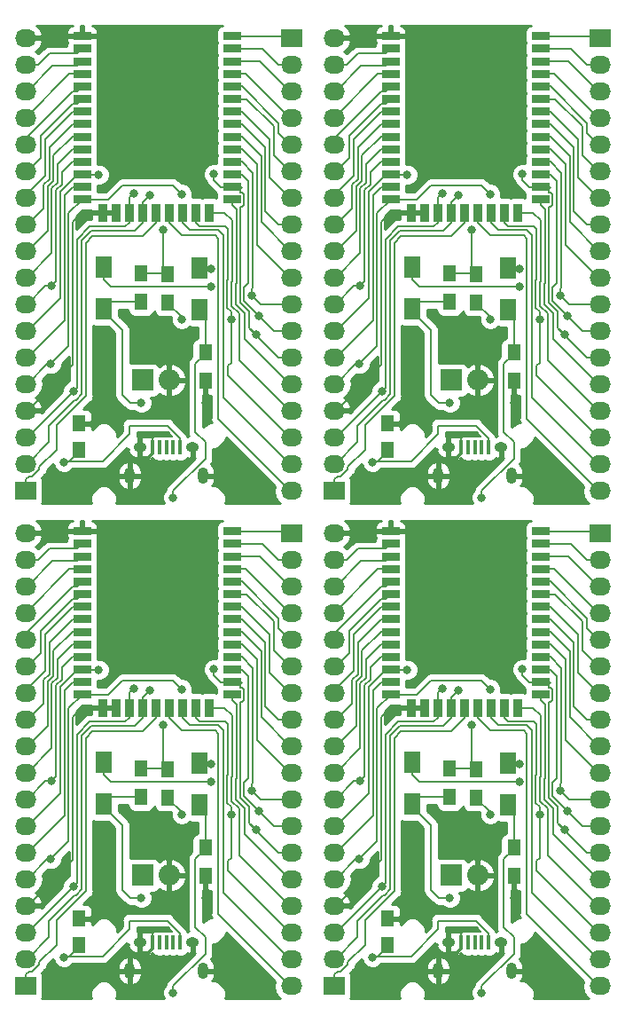
<source format=gbr>
G04 #@! TF.GenerationSoftware,KiCad,Pcbnew,5.0.0-rc2-dev-unknown-ce1bd4c~62~ubuntu16.04.1*
G04 #@! TF.CreationDate,2018-03-08T22:00:34+01:00*
G04 #@! TF.ProjectId,BM20_multi,424D32305F6D756C74692E6B69636164,rev?*
G04 #@! TF.SameCoordinates,Original*
G04 #@! TF.FileFunction,Copper,L2,Bot,Signal*
G04 #@! TF.FilePolarity,Positive*
%FSLAX46Y46*%
G04 Gerber Fmt 4.6, Leading zero omitted, Abs format (unit mm)*
G04 Created by KiCad (PCBNEW 5.0.0-rc2-dev-unknown-ce1bd4c~62~ubuntu16.04.1) date Thu Mar  8 22:00:34 2018*
%MOMM*%
%LPD*%
G01*
G04 APERTURE LIST*
%ADD10O,2.032000X1.727200*%
%ADD11R,2.032000X1.727200*%
%ADD12R,1.600000X2.000000*%
%ADD13R,1.300000X1.500000*%
%ADD14R,1.250000X1.500000*%
%ADD15O,2.032000X2.032000*%
%ADD16R,2.032000X2.032000*%
%ADD17O,1.000000X1.550000*%
%ADD18O,1.250000X0.950000*%
%ADD19R,0.400000X1.350000*%
%ADD20C,0.760000*%
%ADD21C,0.050000*%
%ADD22C,0.850000*%
%ADD23C,0.800000*%
%ADD24C,0.200000*%
%ADD25C,0.254000*%
G04 APERTURE END LIST*
D10*
X128016000Y-141224000D03*
X128016000Y-138684000D03*
X128016000Y-136144000D03*
X128016000Y-133604000D03*
X128016000Y-131064000D03*
X128016000Y-128524000D03*
X128016000Y-125984000D03*
X128016000Y-123444000D03*
X128016000Y-120904000D03*
X128016000Y-118364000D03*
X128016000Y-115824000D03*
X128016000Y-113284000D03*
X128016000Y-110744000D03*
X128016000Y-108204000D03*
X128016000Y-105664000D03*
X128016000Y-103124000D03*
X128016000Y-100584000D03*
D11*
X128016000Y-98044000D03*
D12*
X110070900Y-123907300D03*
X110070900Y-119907300D03*
D13*
X113665000Y-123219200D03*
X113665000Y-120519200D03*
D14*
X107734100Y-134817800D03*
X107734100Y-137317800D03*
D13*
X116217700Y-123257300D03*
X116217700Y-120557300D03*
D12*
X119265700Y-119989600D03*
X119265700Y-123989600D03*
D13*
X119786400Y-128063000D03*
X119786400Y-130763000D03*
D15*
X116344700Y-130670300D03*
D16*
X113804700Y-130670300D03*
D17*
X112553500Y-139796060D03*
X119553500Y-139796060D03*
D18*
X113553500Y-137096060D03*
X118553500Y-137096060D03*
D19*
X114753500Y-137096060D03*
X115403500Y-137096060D03*
X116053500Y-137096060D03*
X116703500Y-137096060D03*
X117353500Y-137096060D03*
D11*
X102616000Y-141224000D03*
D10*
X102616000Y-138684000D03*
X102616000Y-136144000D03*
X102616000Y-133604000D03*
X102616000Y-131064000D03*
X102616000Y-128524000D03*
X102616000Y-125984000D03*
X102616000Y-123444000D03*
X102616000Y-120904000D03*
X102616000Y-118364000D03*
X102616000Y-115824000D03*
X102616000Y-113284000D03*
X102616000Y-110744000D03*
X102616000Y-108204000D03*
X102616000Y-105664000D03*
X102616000Y-103124000D03*
X102616000Y-100584000D03*
X102616000Y-98044000D03*
D20*
X122332000Y-105062000D03*
D21*
G36*
X123182000Y-105442000D02*
X121482000Y-105442000D01*
X121482000Y-104682000D01*
X123182000Y-104682000D01*
X123182000Y-105442000D01*
X123182000Y-105442000D01*
G37*
D20*
X122332000Y-100262000D03*
D21*
G36*
X123182000Y-100642000D02*
X121482000Y-100642000D01*
X121482000Y-99882000D01*
X123182000Y-99882000D01*
X123182000Y-100642000D01*
X123182000Y-100642000D01*
G37*
D20*
X122332000Y-113462000D03*
D21*
G36*
X123182000Y-113842000D02*
X121482000Y-113842000D01*
X121482000Y-113082000D01*
X123182000Y-113082000D01*
X123182000Y-113842000D01*
X123182000Y-113842000D01*
G37*
D20*
X122332000Y-111062000D03*
D21*
G36*
X123182000Y-111442000D02*
X121482000Y-111442000D01*
X121482000Y-110682000D01*
X123182000Y-110682000D01*
X123182000Y-111442000D01*
X123182000Y-111442000D01*
G37*
D20*
X122332000Y-106262000D03*
D21*
G36*
X123182000Y-106642000D02*
X121482000Y-106642000D01*
X121482000Y-105882000D01*
X123182000Y-105882000D01*
X123182000Y-106642000D01*
X123182000Y-106642000D01*
G37*
D20*
X122332000Y-97862000D03*
D21*
G36*
X123182000Y-98242000D02*
X121482000Y-98242000D01*
X121482000Y-97482000D01*
X123182000Y-97482000D01*
X123182000Y-98242000D01*
X123182000Y-98242000D01*
G37*
D20*
X122332000Y-101462000D03*
D21*
G36*
X123182000Y-101842000D02*
X121482000Y-101842000D01*
X121482000Y-101082000D01*
X123182000Y-101082000D01*
X123182000Y-101842000D01*
X123182000Y-101842000D01*
G37*
D20*
X122332000Y-112262000D03*
D21*
G36*
X123182000Y-112642000D02*
X121482000Y-112642000D01*
X121482000Y-111882000D01*
X123182000Y-111882000D01*
X123182000Y-112642000D01*
X123182000Y-112642000D01*
G37*
D20*
X122332000Y-108662000D03*
D21*
G36*
X123182000Y-109042000D02*
X121482000Y-109042000D01*
X121482000Y-108282000D01*
X123182000Y-108282000D01*
X123182000Y-109042000D01*
X123182000Y-109042000D01*
G37*
D20*
X122332000Y-102662000D03*
D21*
G36*
X123182000Y-103042000D02*
X121482000Y-103042000D01*
X121482000Y-102282000D01*
X123182000Y-102282000D01*
X123182000Y-103042000D01*
X123182000Y-103042000D01*
G37*
D20*
X122332000Y-109862000D03*
D21*
G36*
X123182000Y-110242000D02*
X121482000Y-110242000D01*
X121482000Y-109482000D01*
X123182000Y-109482000D01*
X123182000Y-110242000D01*
X123182000Y-110242000D01*
G37*
D20*
X122332000Y-103862000D03*
D21*
G36*
X123182000Y-104242000D02*
X121482000Y-104242000D01*
X121482000Y-103482000D01*
X123182000Y-103482000D01*
X123182000Y-104242000D01*
X123182000Y-104242000D01*
G37*
D20*
X122332000Y-99062000D03*
D21*
G36*
X123182000Y-99442000D02*
X121482000Y-99442000D01*
X121482000Y-98682000D01*
X123182000Y-98682000D01*
X123182000Y-99442000D01*
X123182000Y-99442000D01*
G37*
D20*
X122332000Y-107462000D03*
D21*
G36*
X123182000Y-107842000D02*
X121482000Y-107842000D01*
X121482000Y-107082000D01*
X123182000Y-107082000D01*
X123182000Y-107842000D01*
X123182000Y-107842000D01*
G37*
D20*
X108032000Y-103862000D03*
D21*
G36*
X108882000Y-104242000D02*
X107182000Y-104242000D01*
X107182000Y-103482000D01*
X108882000Y-103482000D01*
X108882000Y-104242000D01*
X108882000Y-104242000D01*
G37*
D20*
X108032000Y-101462000D03*
D21*
G36*
X108882000Y-101842000D02*
X107182000Y-101842000D01*
X107182000Y-101082000D01*
X108882000Y-101082000D01*
X108882000Y-101842000D01*
X108882000Y-101842000D01*
G37*
D20*
X108032000Y-102662000D03*
D21*
G36*
X108882000Y-103042000D02*
X107182000Y-103042000D01*
X107182000Y-102282000D01*
X108882000Y-102282000D01*
X108882000Y-103042000D01*
X108882000Y-103042000D01*
G37*
D20*
X108032000Y-99062000D03*
D21*
G36*
X108882000Y-99442000D02*
X107182000Y-99442000D01*
X107182000Y-98682000D01*
X108882000Y-98682000D01*
X108882000Y-99442000D01*
X108882000Y-99442000D01*
G37*
D20*
X108032000Y-100262000D03*
D21*
G36*
X108882000Y-100642000D02*
X107182000Y-100642000D01*
X107182000Y-99882000D01*
X108882000Y-99882000D01*
X108882000Y-100642000D01*
X108882000Y-100642000D01*
G37*
D20*
X108032000Y-97862000D03*
D21*
G36*
X108882000Y-98242000D02*
X107182000Y-98242000D01*
X107182000Y-97482000D01*
X108882000Y-97482000D01*
X108882000Y-98242000D01*
X108882000Y-98242000D01*
G37*
D20*
X108032000Y-108662000D03*
D21*
G36*
X108882000Y-109042000D02*
X107182000Y-109042000D01*
X107182000Y-108282000D01*
X108882000Y-108282000D01*
X108882000Y-109042000D01*
X108882000Y-109042000D01*
G37*
D20*
X108032000Y-106262000D03*
D21*
G36*
X108882000Y-106642000D02*
X107182000Y-106642000D01*
X107182000Y-105882000D01*
X108882000Y-105882000D01*
X108882000Y-106642000D01*
X108882000Y-106642000D01*
G37*
D20*
X108032000Y-107462000D03*
D21*
G36*
X108882000Y-107842000D02*
X107182000Y-107842000D01*
X107182000Y-107082000D01*
X108882000Y-107082000D01*
X108882000Y-107842000D01*
X108882000Y-107842000D01*
G37*
D20*
X108032000Y-105062000D03*
D21*
G36*
X108882000Y-105442000D02*
X107182000Y-105442000D01*
X107182000Y-104682000D01*
X108882000Y-104682000D01*
X108882000Y-105442000D01*
X108882000Y-105442000D01*
G37*
D20*
X108032000Y-111062000D03*
D21*
G36*
X108882000Y-111442000D02*
X107182000Y-111442000D01*
X107182000Y-110682000D01*
X108882000Y-110682000D01*
X108882000Y-111442000D01*
X108882000Y-111442000D01*
G37*
D20*
X108032000Y-109862000D03*
D21*
G36*
X108882000Y-110242000D02*
X107182000Y-110242000D01*
X107182000Y-109482000D01*
X108882000Y-109482000D01*
X108882000Y-110242000D01*
X108882000Y-110242000D01*
G37*
D20*
X108032000Y-112262000D03*
D21*
G36*
X108882000Y-112642000D02*
X107182000Y-112642000D01*
X107182000Y-111882000D01*
X108882000Y-111882000D01*
X108882000Y-112642000D01*
X108882000Y-112642000D01*
G37*
D20*
X108032000Y-113462000D03*
D21*
G36*
X108882000Y-113842000D02*
X107182000Y-113842000D01*
X107182000Y-113082000D01*
X108882000Y-113082000D01*
X108882000Y-113842000D01*
X108882000Y-113842000D01*
G37*
D22*
X109982000Y-114712000D03*
D21*
G36*
X110407000Y-113862000D02*
X110407000Y-115562000D01*
X109557000Y-115562000D01*
X109557000Y-113862000D01*
X110407000Y-113862000D01*
X110407000Y-113862000D01*
G37*
D22*
X111252000Y-114712000D03*
D21*
G36*
X111677000Y-113862000D02*
X111677000Y-115562000D01*
X110827000Y-115562000D01*
X110827000Y-113862000D01*
X111677000Y-113862000D01*
X111677000Y-113862000D01*
G37*
D22*
X112522000Y-114712000D03*
D21*
G36*
X112947000Y-113862000D02*
X112947000Y-115562000D01*
X112097000Y-115562000D01*
X112097000Y-113862000D01*
X112947000Y-113862000D01*
X112947000Y-113862000D01*
G37*
D22*
X113792000Y-114712000D03*
D21*
G36*
X114217000Y-113862000D02*
X114217000Y-115562000D01*
X113367000Y-115562000D01*
X113367000Y-113862000D01*
X114217000Y-113862000D01*
X114217000Y-113862000D01*
G37*
D22*
X115062000Y-114712000D03*
D21*
G36*
X115487000Y-113862000D02*
X115487000Y-115562000D01*
X114637000Y-115562000D01*
X114637000Y-113862000D01*
X115487000Y-113862000D01*
X115487000Y-113862000D01*
G37*
D22*
X116332000Y-114712000D03*
D21*
G36*
X116757000Y-113862000D02*
X116757000Y-115562000D01*
X115907000Y-115562000D01*
X115907000Y-113862000D01*
X116757000Y-113862000D01*
X116757000Y-113862000D01*
G37*
D22*
X117602000Y-114712000D03*
D21*
G36*
X118027000Y-113862000D02*
X118027000Y-115562000D01*
X117177000Y-115562000D01*
X117177000Y-113862000D01*
X118027000Y-113862000D01*
X118027000Y-113862000D01*
G37*
D22*
X118872000Y-114712000D03*
D21*
G36*
X119297000Y-113862000D02*
X119297000Y-115562000D01*
X118447000Y-115562000D01*
X118447000Y-113862000D01*
X119297000Y-113862000D01*
X119297000Y-113862000D01*
G37*
D22*
X120142000Y-114712000D03*
D21*
G36*
X120567000Y-113862000D02*
X120567000Y-115562000D01*
X119717000Y-115562000D01*
X119717000Y-113862000D01*
X120567000Y-113862000D01*
X120567000Y-113862000D01*
G37*
D10*
X157480000Y-141224000D03*
X157480000Y-138684000D03*
X157480000Y-136144000D03*
X157480000Y-133604000D03*
X157480000Y-131064000D03*
X157480000Y-128524000D03*
X157480000Y-125984000D03*
X157480000Y-123444000D03*
X157480000Y-120904000D03*
X157480000Y-118364000D03*
X157480000Y-115824000D03*
X157480000Y-113284000D03*
X157480000Y-110744000D03*
X157480000Y-108204000D03*
X157480000Y-105664000D03*
X157480000Y-103124000D03*
X157480000Y-100584000D03*
D11*
X157480000Y-98044000D03*
D12*
X139534900Y-123907300D03*
X139534900Y-119907300D03*
D13*
X143129000Y-123219200D03*
X143129000Y-120519200D03*
D14*
X137198100Y-134817800D03*
X137198100Y-137317800D03*
D13*
X145681700Y-123257300D03*
X145681700Y-120557300D03*
D12*
X148729700Y-119989600D03*
X148729700Y-123989600D03*
D13*
X149250400Y-128063000D03*
X149250400Y-130763000D03*
D15*
X145808700Y-130670300D03*
D16*
X143268700Y-130670300D03*
D17*
X142017500Y-139796060D03*
X149017500Y-139796060D03*
D18*
X143017500Y-137096060D03*
X148017500Y-137096060D03*
D19*
X144217500Y-137096060D03*
X144867500Y-137096060D03*
X145517500Y-137096060D03*
X146167500Y-137096060D03*
X146817500Y-137096060D03*
D11*
X132080000Y-141224000D03*
D10*
X132080000Y-138684000D03*
X132080000Y-136144000D03*
X132080000Y-133604000D03*
X132080000Y-131064000D03*
X132080000Y-128524000D03*
X132080000Y-125984000D03*
X132080000Y-123444000D03*
X132080000Y-120904000D03*
X132080000Y-118364000D03*
X132080000Y-115824000D03*
X132080000Y-113284000D03*
X132080000Y-110744000D03*
X132080000Y-108204000D03*
X132080000Y-105664000D03*
X132080000Y-103124000D03*
X132080000Y-100584000D03*
X132080000Y-98044000D03*
D20*
X151796000Y-105062000D03*
D21*
G36*
X152646000Y-105442000D02*
X150946000Y-105442000D01*
X150946000Y-104682000D01*
X152646000Y-104682000D01*
X152646000Y-105442000D01*
X152646000Y-105442000D01*
G37*
D20*
X151796000Y-100262000D03*
D21*
G36*
X152646000Y-100642000D02*
X150946000Y-100642000D01*
X150946000Y-99882000D01*
X152646000Y-99882000D01*
X152646000Y-100642000D01*
X152646000Y-100642000D01*
G37*
D20*
X151796000Y-113462000D03*
D21*
G36*
X152646000Y-113842000D02*
X150946000Y-113842000D01*
X150946000Y-113082000D01*
X152646000Y-113082000D01*
X152646000Y-113842000D01*
X152646000Y-113842000D01*
G37*
D20*
X151796000Y-111062000D03*
D21*
G36*
X152646000Y-111442000D02*
X150946000Y-111442000D01*
X150946000Y-110682000D01*
X152646000Y-110682000D01*
X152646000Y-111442000D01*
X152646000Y-111442000D01*
G37*
D20*
X151796000Y-106262000D03*
D21*
G36*
X152646000Y-106642000D02*
X150946000Y-106642000D01*
X150946000Y-105882000D01*
X152646000Y-105882000D01*
X152646000Y-106642000D01*
X152646000Y-106642000D01*
G37*
D20*
X151796000Y-97862000D03*
D21*
G36*
X152646000Y-98242000D02*
X150946000Y-98242000D01*
X150946000Y-97482000D01*
X152646000Y-97482000D01*
X152646000Y-98242000D01*
X152646000Y-98242000D01*
G37*
D20*
X151796000Y-101462000D03*
D21*
G36*
X152646000Y-101842000D02*
X150946000Y-101842000D01*
X150946000Y-101082000D01*
X152646000Y-101082000D01*
X152646000Y-101842000D01*
X152646000Y-101842000D01*
G37*
D20*
X151796000Y-112262000D03*
D21*
G36*
X152646000Y-112642000D02*
X150946000Y-112642000D01*
X150946000Y-111882000D01*
X152646000Y-111882000D01*
X152646000Y-112642000D01*
X152646000Y-112642000D01*
G37*
D20*
X151796000Y-108662000D03*
D21*
G36*
X152646000Y-109042000D02*
X150946000Y-109042000D01*
X150946000Y-108282000D01*
X152646000Y-108282000D01*
X152646000Y-109042000D01*
X152646000Y-109042000D01*
G37*
D20*
X151796000Y-102662000D03*
D21*
G36*
X152646000Y-103042000D02*
X150946000Y-103042000D01*
X150946000Y-102282000D01*
X152646000Y-102282000D01*
X152646000Y-103042000D01*
X152646000Y-103042000D01*
G37*
D20*
X151796000Y-109862000D03*
D21*
G36*
X152646000Y-110242000D02*
X150946000Y-110242000D01*
X150946000Y-109482000D01*
X152646000Y-109482000D01*
X152646000Y-110242000D01*
X152646000Y-110242000D01*
G37*
D20*
X151796000Y-103862000D03*
D21*
G36*
X152646000Y-104242000D02*
X150946000Y-104242000D01*
X150946000Y-103482000D01*
X152646000Y-103482000D01*
X152646000Y-104242000D01*
X152646000Y-104242000D01*
G37*
D20*
X151796000Y-99062000D03*
D21*
G36*
X152646000Y-99442000D02*
X150946000Y-99442000D01*
X150946000Y-98682000D01*
X152646000Y-98682000D01*
X152646000Y-99442000D01*
X152646000Y-99442000D01*
G37*
D20*
X151796000Y-107462000D03*
D21*
G36*
X152646000Y-107842000D02*
X150946000Y-107842000D01*
X150946000Y-107082000D01*
X152646000Y-107082000D01*
X152646000Y-107842000D01*
X152646000Y-107842000D01*
G37*
D20*
X137496000Y-103862000D03*
D21*
G36*
X138346000Y-104242000D02*
X136646000Y-104242000D01*
X136646000Y-103482000D01*
X138346000Y-103482000D01*
X138346000Y-104242000D01*
X138346000Y-104242000D01*
G37*
D20*
X137496000Y-101462000D03*
D21*
G36*
X138346000Y-101842000D02*
X136646000Y-101842000D01*
X136646000Y-101082000D01*
X138346000Y-101082000D01*
X138346000Y-101842000D01*
X138346000Y-101842000D01*
G37*
D20*
X137496000Y-102662000D03*
D21*
G36*
X138346000Y-103042000D02*
X136646000Y-103042000D01*
X136646000Y-102282000D01*
X138346000Y-102282000D01*
X138346000Y-103042000D01*
X138346000Y-103042000D01*
G37*
D20*
X137496000Y-99062000D03*
D21*
G36*
X138346000Y-99442000D02*
X136646000Y-99442000D01*
X136646000Y-98682000D01*
X138346000Y-98682000D01*
X138346000Y-99442000D01*
X138346000Y-99442000D01*
G37*
D20*
X137496000Y-100262000D03*
D21*
G36*
X138346000Y-100642000D02*
X136646000Y-100642000D01*
X136646000Y-99882000D01*
X138346000Y-99882000D01*
X138346000Y-100642000D01*
X138346000Y-100642000D01*
G37*
D20*
X137496000Y-97862000D03*
D21*
G36*
X138346000Y-98242000D02*
X136646000Y-98242000D01*
X136646000Y-97482000D01*
X138346000Y-97482000D01*
X138346000Y-98242000D01*
X138346000Y-98242000D01*
G37*
D20*
X137496000Y-108662000D03*
D21*
G36*
X138346000Y-109042000D02*
X136646000Y-109042000D01*
X136646000Y-108282000D01*
X138346000Y-108282000D01*
X138346000Y-109042000D01*
X138346000Y-109042000D01*
G37*
D20*
X137496000Y-106262000D03*
D21*
G36*
X138346000Y-106642000D02*
X136646000Y-106642000D01*
X136646000Y-105882000D01*
X138346000Y-105882000D01*
X138346000Y-106642000D01*
X138346000Y-106642000D01*
G37*
D20*
X137496000Y-107462000D03*
D21*
G36*
X138346000Y-107842000D02*
X136646000Y-107842000D01*
X136646000Y-107082000D01*
X138346000Y-107082000D01*
X138346000Y-107842000D01*
X138346000Y-107842000D01*
G37*
D20*
X137496000Y-105062000D03*
D21*
G36*
X138346000Y-105442000D02*
X136646000Y-105442000D01*
X136646000Y-104682000D01*
X138346000Y-104682000D01*
X138346000Y-105442000D01*
X138346000Y-105442000D01*
G37*
D20*
X137496000Y-111062000D03*
D21*
G36*
X138346000Y-111442000D02*
X136646000Y-111442000D01*
X136646000Y-110682000D01*
X138346000Y-110682000D01*
X138346000Y-111442000D01*
X138346000Y-111442000D01*
G37*
D20*
X137496000Y-109862000D03*
D21*
G36*
X138346000Y-110242000D02*
X136646000Y-110242000D01*
X136646000Y-109482000D01*
X138346000Y-109482000D01*
X138346000Y-110242000D01*
X138346000Y-110242000D01*
G37*
D20*
X137496000Y-112262000D03*
D21*
G36*
X138346000Y-112642000D02*
X136646000Y-112642000D01*
X136646000Y-111882000D01*
X138346000Y-111882000D01*
X138346000Y-112642000D01*
X138346000Y-112642000D01*
G37*
D20*
X137496000Y-113462000D03*
D21*
G36*
X138346000Y-113842000D02*
X136646000Y-113842000D01*
X136646000Y-113082000D01*
X138346000Y-113082000D01*
X138346000Y-113842000D01*
X138346000Y-113842000D01*
G37*
D22*
X139446000Y-114712000D03*
D21*
G36*
X139871000Y-113862000D02*
X139871000Y-115562000D01*
X139021000Y-115562000D01*
X139021000Y-113862000D01*
X139871000Y-113862000D01*
X139871000Y-113862000D01*
G37*
D22*
X140716000Y-114712000D03*
D21*
G36*
X141141000Y-113862000D02*
X141141000Y-115562000D01*
X140291000Y-115562000D01*
X140291000Y-113862000D01*
X141141000Y-113862000D01*
X141141000Y-113862000D01*
G37*
D22*
X141986000Y-114712000D03*
D21*
G36*
X142411000Y-113862000D02*
X142411000Y-115562000D01*
X141561000Y-115562000D01*
X141561000Y-113862000D01*
X142411000Y-113862000D01*
X142411000Y-113862000D01*
G37*
D22*
X143256000Y-114712000D03*
D21*
G36*
X143681000Y-113862000D02*
X143681000Y-115562000D01*
X142831000Y-115562000D01*
X142831000Y-113862000D01*
X143681000Y-113862000D01*
X143681000Y-113862000D01*
G37*
D22*
X144526000Y-114712000D03*
D21*
G36*
X144951000Y-113862000D02*
X144951000Y-115562000D01*
X144101000Y-115562000D01*
X144101000Y-113862000D01*
X144951000Y-113862000D01*
X144951000Y-113862000D01*
G37*
D22*
X145796000Y-114712000D03*
D21*
G36*
X146221000Y-113862000D02*
X146221000Y-115562000D01*
X145371000Y-115562000D01*
X145371000Y-113862000D01*
X146221000Y-113862000D01*
X146221000Y-113862000D01*
G37*
D22*
X147066000Y-114712000D03*
D21*
G36*
X147491000Y-113862000D02*
X147491000Y-115562000D01*
X146641000Y-115562000D01*
X146641000Y-113862000D01*
X147491000Y-113862000D01*
X147491000Y-113862000D01*
G37*
D22*
X148336000Y-114712000D03*
D21*
G36*
X148761000Y-113862000D02*
X148761000Y-115562000D01*
X147911000Y-115562000D01*
X147911000Y-113862000D01*
X148761000Y-113862000D01*
X148761000Y-113862000D01*
G37*
D22*
X149606000Y-114712000D03*
D21*
G36*
X150031000Y-113862000D02*
X150031000Y-115562000D01*
X149181000Y-115562000D01*
X149181000Y-113862000D01*
X150031000Y-113862000D01*
X150031000Y-113862000D01*
G37*
D10*
X157480000Y-93980000D03*
X157480000Y-91440000D03*
X157480000Y-88900000D03*
X157480000Y-86360000D03*
X157480000Y-83820000D03*
X157480000Y-81280000D03*
X157480000Y-78740000D03*
X157480000Y-76200000D03*
X157480000Y-73660000D03*
X157480000Y-71120000D03*
X157480000Y-68580000D03*
X157480000Y-66040000D03*
X157480000Y-63500000D03*
X157480000Y-60960000D03*
X157480000Y-58420000D03*
X157480000Y-55880000D03*
X157480000Y-53340000D03*
D11*
X157480000Y-50800000D03*
D12*
X139534900Y-76663300D03*
X139534900Y-72663300D03*
D13*
X143129000Y-75975200D03*
X143129000Y-73275200D03*
D14*
X137198100Y-87573800D03*
X137198100Y-90073800D03*
D13*
X145681700Y-76013300D03*
X145681700Y-73313300D03*
D12*
X148729700Y-72745600D03*
X148729700Y-76745600D03*
D13*
X149250400Y-80819000D03*
X149250400Y-83519000D03*
D15*
X145808700Y-83426300D03*
D16*
X143268700Y-83426300D03*
D17*
X142017500Y-92552060D03*
X149017500Y-92552060D03*
D18*
X143017500Y-89852060D03*
X148017500Y-89852060D03*
D19*
X144217500Y-89852060D03*
X144867500Y-89852060D03*
X145517500Y-89852060D03*
X146167500Y-89852060D03*
X146817500Y-89852060D03*
D11*
X132080000Y-93980000D03*
D10*
X132080000Y-91440000D03*
X132080000Y-88900000D03*
X132080000Y-86360000D03*
X132080000Y-83820000D03*
X132080000Y-81280000D03*
X132080000Y-78740000D03*
X132080000Y-76200000D03*
X132080000Y-73660000D03*
X132080000Y-71120000D03*
X132080000Y-68580000D03*
X132080000Y-66040000D03*
X132080000Y-63500000D03*
X132080000Y-60960000D03*
X132080000Y-58420000D03*
X132080000Y-55880000D03*
X132080000Y-53340000D03*
X132080000Y-50800000D03*
D20*
X151796000Y-57818000D03*
D21*
G36*
X152646000Y-58198000D02*
X150946000Y-58198000D01*
X150946000Y-57438000D01*
X152646000Y-57438000D01*
X152646000Y-58198000D01*
X152646000Y-58198000D01*
G37*
D20*
X151796000Y-53018000D03*
D21*
G36*
X152646000Y-53398000D02*
X150946000Y-53398000D01*
X150946000Y-52638000D01*
X152646000Y-52638000D01*
X152646000Y-53398000D01*
X152646000Y-53398000D01*
G37*
D20*
X151796000Y-66218000D03*
D21*
G36*
X152646000Y-66598000D02*
X150946000Y-66598000D01*
X150946000Y-65838000D01*
X152646000Y-65838000D01*
X152646000Y-66598000D01*
X152646000Y-66598000D01*
G37*
D20*
X151796000Y-63818000D03*
D21*
G36*
X152646000Y-64198000D02*
X150946000Y-64198000D01*
X150946000Y-63438000D01*
X152646000Y-63438000D01*
X152646000Y-64198000D01*
X152646000Y-64198000D01*
G37*
D20*
X151796000Y-59018000D03*
D21*
G36*
X152646000Y-59398000D02*
X150946000Y-59398000D01*
X150946000Y-58638000D01*
X152646000Y-58638000D01*
X152646000Y-59398000D01*
X152646000Y-59398000D01*
G37*
D20*
X151796000Y-50618000D03*
D21*
G36*
X152646000Y-50998000D02*
X150946000Y-50998000D01*
X150946000Y-50238000D01*
X152646000Y-50238000D01*
X152646000Y-50998000D01*
X152646000Y-50998000D01*
G37*
D20*
X151796000Y-54218000D03*
D21*
G36*
X152646000Y-54598000D02*
X150946000Y-54598000D01*
X150946000Y-53838000D01*
X152646000Y-53838000D01*
X152646000Y-54598000D01*
X152646000Y-54598000D01*
G37*
D20*
X151796000Y-65018000D03*
D21*
G36*
X152646000Y-65398000D02*
X150946000Y-65398000D01*
X150946000Y-64638000D01*
X152646000Y-64638000D01*
X152646000Y-65398000D01*
X152646000Y-65398000D01*
G37*
D20*
X151796000Y-61418000D03*
D21*
G36*
X152646000Y-61798000D02*
X150946000Y-61798000D01*
X150946000Y-61038000D01*
X152646000Y-61038000D01*
X152646000Y-61798000D01*
X152646000Y-61798000D01*
G37*
D20*
X151796000Y-55418000D03*
D21*
G36*
X152646000Y-55798000D02*
X150946000Y-55798000D01*
X150946000Y-55038000D01*
X152646000Y-55038000D01*
X152646000Y-55798000D01*
X152646000Y-55798000D01*
G37*
D20*
X151796000Y-62618000D03*
D21*
G36*
X152646000Y-62998000D02*
X150946000Y-62998000D01*
X150946000Y-62238000D01*
X152646000Y-62238000D01*
X152646000Y-62998000D01*
X152646000Y-62998000D01*
G37*
D20*
X151796000Y-56618000D03*
D21*
G36*
X152646000Y-56998000D02*
X150946000Y-56998000D01*
X150946000Y-56238000D01*
X152646000Y-56238000D01*
X152646000Y-56998000D01*
X152646000Y-56998000D01*
G37*
D20*
X151796000Y-51818000D03*
D21*
G36*
X152646000Y-52198000D02*
X150946000Y-52198000D01*
X150946000Y-51438000D01*
X152646000Y-51438000D01*
X152646000Y-52198000D01*
X152646000Y-52198000D01*
G37*
D20*
X151796000Y-60218000D03*
D21*
G36*
X152646000Y-60598000D02*
X150946000Y-60598000D01*
X150946000Y-59838000D01*
X152646000Y-59838000D01*
X152646000Y-60598000D01*
X152646000Y-60598000D01*
G37*
D20*
X137496000Y-56618000D03*
D21*
G36*
X138346000Y-56998000D02*
X136646000Y-56998000D01*
X136646000Y-56238000D01*
X138346000Y-56238000D01*
X138346000Y-56998000D01*
X138346000Y-56998000D01*
G37*
D20*
X137496000Y-54218000D03*
D21*
G36*
X138346000Y-54598000D02*
X136646000Y-54598000D01*
X136646000Y-53838000D01*
X138346000Y-53838000D01*
X138346000Y-54598000D01*
X138346000Y-54598000D01*
G37*
D20*
X137496000Y-55418000D03*
D21*
G36*
X138346000Y-55798000D02*
X136646000Y-55798000D01*
X136646000Y-55038000D01*
X138346000Y-55038000D01*
X138346000Y-55798000D01*
X138346000Y-55798000D01*
G37*
D20*
X137496000Y-51818000D03*
D21*
G36*
X138346000Y-52198000D02*
X136646000Y-52198000D01*
X136646000Y-51438000D01*
X138346000Y-51438000D01*
X138346000Y-52198000D01*
X138346000Y-52198000D01*
G37*
D20*
X137496000Y-53018000D03*
D21*
G36*
X138346000Y-53398000D02*
X136646000Y-53398000D01*
X136646000Y-52638000D01*
X138346000Y-52638000D01*
X138346000Y-53398000D01*
X138346000Y-53398000D01*
G37*
D20*
X137496000Y-50618000D03*
D21*
G36*
X138346000Y-50998000D02*
X136646000Y-50998000D01*
X136646000Y-50238000D01*
X138346000Y-50238000D01*
X138346000Y-50998000D01*
X138346000Y-50998000D01*
G37*
D20*
X137496000Y-61418000D03*
D21*
G36*
X138346000Y-61798000D02*
X136646000Y-61798000D01*
X136646000Y-61038000D01*
X138346000Y-61038000D01*
X138346000Y-61798000D01*
X138346000Y-61798000D01*
G37*
D20*
X137496000Y-59018000D03*
D21*
G36*
X138346000Y-59398000D02*
X136646000Y-59398000D01*
X136646000Y-58638000D01*
X138346000Y-58638000D01*
X138346000Y-59398000D01*
X138346000Y-59398000D01*
G37*
D20*
X137496000Y-60218000D03*
D21*
G36*
X138346000Y-60598000D02*
X136646000Y-60598000D01*
X136646000Y-59838000D01*
X138346000Y-59838000D01*
X138346000Y-60598000D01*
X138346000Y-60598000D01*
G37*
D20*
X137496000Y-57818000D03*
D21*
G36*
X138346000Y-58198000D02*
X136646000Y-58198000D01*
X136646000Y-57438000D01*
X138346000Y-57438000D01*
X138346000Y-58198000D01*
X138346000Y-58198000D01*
G37*
D20*
X137496000Y-63818000D03*
D21*
G36*
X138346000Y-64198000D02*
X136646000Y-64198000D01*
X136646000Y-63438000D01*
X138346000Y-63438000D01*
X138346000Y-64198000D01*
X138346000Y-64198000D01*
G37*
D20*
X137496000Y-62618000D03*
D21*
G36*
X138346000Y-62998000D02*
X136646000Y-62998000D01*
X136646000Y-62238000D01*
X138346000Y-62238000D01*
X138346000Y-62998000D01*
X138346000Y-62998000D01*
G37*
D20*
X137496000Y-65018000D03*
D21*
G36*
X138346000Y-65398000D02*
X136646000Y-65398000D01*
X136646000Y-64638000D01*
X138346000Y-64638000D01*
X138346000Y-65398000D01*
X138346000Y-65398000D01*
G37*
D20*
X137496000Y-66218000D03*
D21*
G36*
X138346000Y-66598000D02*
X136646000Y-66598000D01*
X136646000Y-65838000D01*
X138346000Y-65838000D01*
X138346000Y-66598000D01*
X138346000Y-66598000D01*
G37*
D22*
X139446000Y-67468000D03*
D21*
G36*
X139871000Y-66618000D02*
X139871000Y-68318000D01*
X139021000Y-68318000D01*
X139021000Y-66618000D01*
X139871000Y-66618000D01*
X139871000Y-66618000D01*
G37*
D22*
X140716000Y-67468000D03*
D21*
G36*
X141141000Y-66618000D02*
X141141000Y-68318000D01*
X140291000Y-68318000D01*
X140291000Y-66618000D01*
X141141000Y-66618000D01*
X141141000Y-66618000D01*
G37*
D22*
X141986000Y-67468000D03*
D21*
G36*
X142411000Y-66618000D02*
X142411000Y-68318000D01*
X141561000Y-68318000D01*
X141561000Y-66618000D01*
X142411000Y-66618000D01*
X142411000Y-66618000D01*
G37*
D22*
X143256000Y-67468000D03*
D21*
G36*
X143681000Y-66618000D02*
X143681000Y-68318000D01*
X142831000Y-68318000D01*
X142831000Y-66618000D01*
X143681000Y-66618000D01*
X143681000Y-66618000D01*
G37*
D22*
X144526000Y-67468000D03*
D21*
G36*
X144951000Y-66618000D02*
X144951000Y-68318000D01*
X144101000Y-68318000D01*
X144101000Y-66618000D01*
X144951000Y-66618000D01*
X144951000Y-66618000D01*
G37*
D22*
X145796000Y-67468000D03*
D21*
G36*
X146221000Y-66618000D02*
X146221000Y-68318000D01*
X145371000Y-68318000D01*
X145371000Y-66618000D01*
X146221000Y-66618000D01*
X146221000Y-66618000D01*
G37*
D22*
X147066000Y-67468000D03*
D21*
G36*
X147491000Y-66618000D02*
X147491000Y-68318000D01*
X146641000Y-68318000D01*
X146641000Y-66618000D01*
X147491000Y-66618000D01*
X147491000Y-66618000D01*
G37*
D22*
X148336000Y-67468000D03*
D21*
G36*
X148761000Y-66618000D02*
X148761000Y-68318000D01*
X147911000Y-68318000D01*
X147911000Y-66618000D01*
X148761000Y-66618000D01*
X148761000Y-66618000D01*
G37*
D22*
X149606000Y-67468000D03*
D21*
G36*
X150031000Y-66618000D02*
X150031000Y-68318000D01*
X149181000Y-68318000D01*
X149181000Y-66618000D01*
X150031000Y-66618000D01*
X150031000Y-66618000D01*
G37*
D22*
X120142000Y-67468000D03*
D21*
G36*
X120567000Y-66618000D02*
X120567000Y-68318000D01*
X119717000Y-68318000D01*
X119717000Y-66618000D01*
X120567000Y-66618000D01*
X120567000Y-66618000D01*
G37*
D22*
X118872000Y-67468000D03*
D21*
G36*
X119297000Y-66618000D02*
X119297000Y-68318000D01*
X118447000Y-68318000D01*
X118447000Y-66618000D01*
X119297000Y-66618000D01*
X119297000Y-66618000D01*
G37*
D22*
X117602000Y-67468000D03*
D21*
G36*
X118027000Y-66618000D02*
X118027000Y-68318000D01*
X117177000Y-68318000D01*
X117177000Y-66618000D01*
X118027000Y-66618000D01*
X118027000Y-66618000D01*
G37*
D22*
X116332000Y-67468000D03*
D21*
G36*
X116757000Y-66618000D02*
X116757000Y-68318000D01*
X115907000Y-68318000D01*
X115907000Y-66618000D01*
X116757000Y-66618000D01*
X116757000Y-66618000D01*
G37*
D22*
X115062000Y-67468000D03*
D21*
G36*
X115487000Y-66618000D02*
X115487000Y-68318000D01*
X114637000Y-68318000D01*
X114637000Y-66618000D01*
X115487000Y-66618000D01*
X115487000Y-66618000D01*
G37*
D22*
X113792000Y-67468000D03*
D21*
G36*
X114217000Y-66618000D02*
X114217000Y-68318000D01*
X113367000Y-68318000D01*
X113367000Y-66618000D01*
X114217000Y-66618000D01*
X114217000Y-66618000D01*
G37*
D22*
X112522000Y-67468000D03*
D21*
G36*
X112947000Y-66618000D02*
X112947000Y-68318000D01*
X112097000Y-68318000D01*
X112097000Y-66618000D01*
X112947000Y-66618000D01*
X112947000Y-66618000D01*
G37*
D22*
X111252000Y-67468000D03*
D21*
G36*
X111677000Y-66618000D02*
X111677000Y-68318000D01*
X110827000Y-68318000D01*
X110827000Y-66618000D01*
X111677000Y-66618000D01*
X111677000Y-66618000D01*
G37*
D22*
X109982000Y-67468000D03*
D21*
G36*
X110407000Y-66618000D02*
X110407000Y-68318000D01*
X109557000Y-68318000D01*
X109557000Y-66618000D01*
X110407000Y-66618000D01*
X110407000Y-66618000D01*
G37*
D20*
X108032000Y-66218000D03*
D21*
G36*
X108882000Y-66598000D02*
X107182000Y-66598000D01*
X107182000Y-65838000D01*
X108882000Y-65838000D01*
X108882000Y-66598000D01*
X108882000Y-66598000D01*
G37*
D20*
X108032000Y-65018000D03*
D21*
G36*
X108882000Y-65398000D02*
X107182000Y-65398000D01*
X107182000Y-64638000D01*
X108882000Y-64638000D01*
X108882000Y-65398000D01*
X108882000Y-65398000D01*
G37*
D20*
X108032000Y-62618000D03*
D21*
G36*
X108882000Y-62998000D02*
X107182000Y-62998000D01*
X107182000Y-62238000D01*
X108882000Y-62238000D01*
X108882000Y-62998000D01*
X108882000Y-62998000D01*
G37*
D20*
X108032000Y-63818000D03*
D21*
G36*
X108882000Y-64198000D02*
X107182000Y-64198000D01*
X107182000Y-63438000D01*
X108882000Y-63438000D01*
X108882000Y-64198000D01*
X108882000Y-64198000D01*
G37*
D20*
X108032000Y-57818000D03*
D21*
G36*
X108882000Y-58198000D02*
X107182000Y-58198000D01*
X107182000Y-57438000D01*
X108882000Y-57438000D01*
X108882000Y-58198000D01*
X108882000Y-58198000D01*
G37*
D20*
X108032000Y-60218000D03*
D21*
G36*
X108882000Y-60598000D02*
X107182000Y-60598000D01*
X107182000Y-59838000D01*
X108882000Y-59838000D01*
X108882000Y-60598000D01*
X108882000Y-60598000D01*
G37*
D20*
X108032000Y-59018000D03*
D21*
G36*
X108882000Y-59398000D02*
X107182000Y-59398000D01*
X107182000Y-58638000D01*
X108882000Y-58638000D01*
X108882000Y-59398000D01*
X108882000Y-59398000D01*
G37*
D20*
X108032000Y-61418000D03*
D21*
G36*
X108882000Y-61798000D02*
X107182000Y-61798000D01*
X107182000Y-61038000D01*
X108882000Y-61038000D01*
X108882000Y-61798000D01*
X108882000Y-61798000D01*
G37*
D20*
X108032000Y-50618000D03*
D21*
G36*
X108882000Y-50998000D02*
X107182000Y-50998000D01*
X107182000Y-50238000D01*
X108882000Y-50238000D01*
X108882000Y-50998000D01*
X108882000Y-50998000D01*
G37*
D20*
X108032000Y-53018000D03*
D21*
G36*
X108882000Y-53398000D02*
X107182000Y-53398000D01*
X107182000Y-52638000D01*
X108882000Y-52638000D01*
X108882000Y-53398000D01*
X108882000Y-53398000D01*
G37*
D20*
X108032000Y-51818000D03*
D21*
G36*
X108882000Y-52198000D02*
X107182000Y-52198000D01*
X107182000Y-51438000D01*
X108882000Y-51438000D01*
X108882000Y-52198000D01*
X108882000Y-52198000D01*
G37*
D20*
X108032000Y-55418000D03*
D21*
G36*
X108882000Y-55798000D02*
X107182000Y-55798000D01*
X107182000Y-55038000D01*
X108882000Y-55038000D01*
X108882000Y-55798000D01*
X108882000Y-55798000D01*
G37*
D20*
X108032000Y-54218000D03*
D21*
G36*
X108882000Y-54598000D02*
X107182000Y-54598000D01*
X107182000Y-53838000D01*
X108882000Y-53838000D01*
X108882000Y-54598000D01*
X108882000Y-54598000D01*
G37*
D20*
X108032000Y-56618000D03*
D21*
G36*
X108882000Y-56998000D02*
X107182000Y-56998000D01*
X107182000Y-56238000D01*
X108882000Y-56238000D01*
X108882000Y-56998000D01*
X108882000Y-56998000D01*
G37*
D20*
X122332000Y-60218000D03*
D21*
G36*
X123182000Y-60598000D02*
X121482000Y-60598000D01*
X121482000Y-59838000D01*
X123182000Y-59838000D01*
X123182000Y-60598000D01*
X123182000Y-60598000D01*
G37*
D20*
X122332000Y-51818000D03*
D21*
G36*
X123182000Y-52198000D02*
X121482000Y-52198000D01*
X121482000Y-51438000D01*
X123182000Y-51438000D01*
X123182000Y-52198000D01*
X123182000Y-52198000D01*
G37*
D20*
X122332000Y-56618000D03*
D21*
G36*
X123182000Y-56998000D02*
X121482000Y-56998000D01*
X121482000Y-56238000D01*
X123182000Y-56238000D01*
X123182000Y-56998000D01*
X123182000Y-56998000D01*
G37*
D20*
X122332000Y-62618000D03*
D21*
G36*
X123182000Y-62998000D02*
X121482000Y-62998000D01*
X121482000Y-62238000D01*
X123182000Y-62238000D01*
X123182000Y-62998000D01*
X123182000Y-62998000D01*
G37*
D20*
X122332000Y-55418000D03*
D21*
G36*
X123182000Y-55798000D02*
X121482000Y-55798000D01*
X121482000Y-55038000D01*
X123182000Y-55038000D01*
X123182000Y-55798000D01*
X123182000Y-55798000D01*
G37*
D20*
X122332000Y-61418000D03*
D21*
G36*
X123182000Y-61798000D02*
X121482000Y-61798000D01*
X121482000Y-61038000D01*
X123182000Y-61038000D01*
X123182000Y-61798000D01*
X123182000Y-61798000D01*
G37*
D20*
X122332000Y-65018000D03*
D21*
G36*
X123182000Y-65398000D02*
X121482000Y-65398000D01*
X121482000Y-64638000D01*
X123182000Y-64638000D01*
X123182000Y-65398000D01*
X123182000Y-65398000D01*
G37*
D20*
X122332000Y-54218000D03*
D21*
G36*
X123182000Y-54598000D02*
X121482000Y-54598000D01*
X121482000Y-53838000D01*
X123182000Y-53838000D01*
X123182000Y-54598000D01*
X123182000Y-54598000D01*
G37*
D20*
X122332000Y-50618000D03*
D21*
G36*
X123182000Y-50998000D02*
X121482000Y-50998000D01*
X121482000Y-50238000D01*
X123182000Y-50238000D01*
X123182000Y-50998000D01*
X123182000Y-50998000D01*
G37*
D20*
X122332000Y-59018000D03*
D21*
G36*
X123182000Y-59398000D02*
X121482000Y-59398000D01*
X121482000Y-58638000D01*
X123182000Y-58638000D01*
X123182000Y-59398000D01*
X123182000Y-59398000D01*
G37*
D20*
X122332000Y-63818000D03*
D21*
G36*
X123182000Y-64198000D02*
X121482000Y-64198000D01*
X121482000Y-63438000D01*
X123182000Y-63438000D01*
X123182000Y-64198000D01*
X123182000Y-64198000D01*
G37*
D20*
X122332000Y-66218000D03*
D21*
G36*
X123182000Y-66598000D02*
X121482000Y-66598000D01*
X121482000Y-65838000D01*
X123182000Y-65838000D01*
X123182000Y-66598000D01*
X123182000Y-66598000D01*
G37*
D20*
X122332000Y-53018000D03*
D21*
G36*
X123182000Y-53398000D02*
X121482000Y-53398000D01*
X121482000Y-52638000D01*
X123182000Y-52638000D01*
X123182000Y-53398000D01*
X123182000Y-53398000D01*
G37*
D20*
X122332000Y-57818000D03*
D21*
G36*
X123182000Y-58198000D02*
X121482000Y-58198000D01*
X121482000Y-57438000D01*
X123182000Y-57438000D01*
X123182000Y-58198000D01*
X123182000Y-58198000D01*
G37*
D11*
X128016000Y-50800000D03*
D10*
X128016000Y-53340000D03*
X128016000Y-55880000D03*
X128016000Y-58420000D03*
X128016000Y-60960000D03*
X128016000Y-63500000D03*
X128016000Y-66040000D03*
X128016000Y-68580000D03*
X128016000Y-71120000D03*
X128016000Y-73660000D03*
X128016000Y-76200000D03*
X128016000Y-78740000D03*
X128016000Y-81280000D03*
X128016000Y-83820000D03*
X128016000Y-86360000D03*
X128016000Y-88900000D03*
X128016000Y-91440000D03*
X128016000Y-93980000D03*
X102616000Y-50800000D03*
X102616000Y-53340000D03*
X102616000Y-55880000D03*
X102616000Y-58420000D03*
X102616000Y-60960000D03*
X102616000Y-63500000D03*
X102616000Y-66040000D03*
X102616000Y-68580000D03*
X102616000Y-71120000D03*
X102616000Y-73660000D03*
X102616000Y-76200000D03*
X102616000Y-78740000D03*
X102616000Y-81280000D03*
X102616000Y-83820000D03*
X102616000Y-86360000D03*
X102616000Y-88900000D03*
X102616000Y-91440000D03*
D11*
X102616000Y-93980000D03*
D12*
X110070900Y-72663300D03*
X110070900Y-76663300D03*
X119265700Y-76745600D03*
X119265700Y-72745600D03*
D14*
X107734100Y-90073800D03*
X107734100Y-87573800D03*
D16*
X113804700Y-83426300D03*
D15*
X116344700Y-83426300D03*
D13*
X116217700Y-73313300D03*
X116217700Y-76013300D03*
X113665000Y-73275200D03*
X113665000Y-75975200D03*
X119786400Y-83519000D03*
X119786400Y-80819000D03*
D19*
X117353500Y-89852060D03*
X116703500Y-89852060D03*
X116053500Y-89852060D03*
X115403500Y-89852060D03*
X114753500Y-89852060D03*
D18*
X118553500Y-89852060D03*
X113553500Y-89852060D03*
D17*
X119553500Y-92552060D03*
X112553500Y-92552060D03*
D23*
X124891800Y-124523500D03*
X122239078Y-124853700D03*
X113677700Y-132842000D03*
X115762000Y-116342149D03*
X105092500Y-121678700D03*
X114846100Y-107975400D03*
X114515900Y-113004600D03*
X124193300Y-122567700D03*
X120330990Y-120091200D03*
X117525800Y-112928400D03*
X115138200Y-128041400D03*
X112966500Y-112839500D03*
X120586500Y-111036100D03*
X106286300Y-138506200D03*
X119824500Y-132867400D03*
X116713000Y-141884400D03*
X119126000Y-108521500D03*
X111239300Y-110134400D03*
X111506000Y-106184700D03*
X114960400Y-124929900D03*
X108115100Y-115036600D03*
X117538500Y-124904500D03*
X105029000Y-129146300D03*
X109601000Y-111074200D03*
X124650500Y-126365000D03*
X120330990Y-121793000D03*
X107175300Y-131724400D03*
X154355800Y-124523500D03*
X151703078Y-124853700D03*
X143141700Y-132842000D03*
X145226000Y-116342149D03*
X134556500Y-121678700D03*
X144310100Y-107975400D03*
X143979900Y-113004600D03*
X153657300Y-122567700D03*
X149794990Y-120091200D03*
X146989800Y-112928400D03*
X144602200Y-128041400D03*
X142430500Y-112839500D03*
X150050500Y-111036100D03*
X135750300Y-138506200D03*
X149288500Y-132867400D03*
X146177000Y-141884400D03*
X148590000Y-108521500D03*
X140703300Y-110134400D03*
X140970000Y-106184700D03*
X144424400Y-124929900D03*
X137579100Y-115036600D03*
X147002500Y-124904500D03*
X134493000Y-129146300D03*
X139065000Y-111074200D03*
X154114500Y-126365000D03*
X149794990Y-121793000D03*
X136639300Y-131724400D03*
X154355800Y-77279500D03*
X151703078Y-77609700D03*
X143141700Y-85598000D03*
X145226000Y-69098149D03*
X134556500Y-74434700D03*
X144310100Y-60731400D03*
X143979900Y-65760600D03*
X153657300Y-75323700D03*
X149794990Y-72847200D03*
X146989800Y-65684400D03*
X144602200Y-80797400D03*
X142430500Y-65595500D03*
X150050500Y-63792100D03*
X135750300Y-91262200D03*
X149288500Y-85623400D03*
X146177000Y-94640400D03*
X148590000Y-61277500D03*
X140703300Y-62890400D03*
X140970000Y-58940700D03*
X144424400Y-77685900D03*
X137579100Y-67792600D03*
X147002500Y-77660500D03*
X134493000Y-81902300D03*
X139065000Y-63830200D03*
X154114500Y-79121000D03*
X149794990Y-74549000D03*
X136639300Y-84480400D03*
X124193300Y-75323700D03*
X120330990Y-74549000D03*
X124891800Y-77279500D03*
X120330990Y-72847200D03*
X124650500Y-79121000D03*
X117538500Y-77660500D03*
X120586500Y-63792100D03*
X122239078Y-77609700D03*
X105092500Y-74434700D03*
X109601000Y-63830200D03*
X117525800Y-65684400D03*
X105029000Y-81902300D03*
X112966500Y-65595500D03*
X107175300Y-84480400D03*
X114515900Y-65760600D03*
X106286300Y-91262200D03*
X114846100Y-60731400D03*
X111506000Y-58940700D03*
X119126000Y-61277500D03*
X111239300Y-62890400D03*
X108115100Y-67792600D03*
X114960400Y-77685900D03*
X115138200Y-80797400D03*
X119824500Y-85623400D03*
X115762000Y-69098149D03*
X113677700Y-85598000D03*
X116713000Y-94640400D03*
D24*
X107082000Y-109862000D02*
X106076789Y-110867211D01*
X102768400Y-103124000D02*
X102616000Y-103124000D01*
X107082000Y-108662000D02*
X105676778Y-110067222D01*
X117602000Y-115662000D02*
X118322800Y-116382800D01*
X127863600Y-138684000D02*
X128016000Y-138684000D01*
X107127010Y-103112710D02*
X102616000Y-107623720D01*
X121939089Y-121104007D02*
X121882056Y-121161040D01*
X121482045Y-123942245D02*
X121539078Y-123999278D01*
X117602000Y-114712000D02*
X117602000Y-115662000D01*
X121094500Y-116382800D02*
X121094500Y-116395422D01*
X117535400Y-116865400D02*
X120713500Y-116865400D01*
X121031000Y-134391400D02*
X127863600Y-141224000D01*
X111861600Y-132080000D02*
X112623600Y-132842000D01*
X124593299Y-122967699D02*
X124193300Y-122567700D01*
X102798000Y-97862000D02*
X102616000Y-98044000D01*
X119786400Y-128163000D02*
X118836399Y-129113001D01*
X119786400Y-138156776D02*
X116713000Y-141230176D01*
X110007400Y-138404600D02*
X106623385Y-138404600D01*
X104838500Y-135046402D02*
X107320801Y-132564101D01*
X108902500Y-116446300D02*
X113007700Y-116446300D01*
X102616000Y-136144000D02*
X102768400Y-136144000D01*
X107435101Y-132564101D02*
X107964201Y-132035001D01*
X104940100Y-129057400D02*
X105029000Y-129146300D01*
X107320801Y-132564101D02*
X107435101Y-132564101D01*
X116700300Y-112102900D02*
X117125801Y-112528401D01*
X113792000Y-114712000D02*
X113792000Y-113728500D01*
X121246715Y-112262000D02*
X121382000Y-112262000D01*
X122237500Y-124132000D02*
X122239078Y-124853700D01*
X123282000Y-111062000D02*
X122332000Y-111062000D01*
X121545389Y-132365789D02*
X127863600Y-138684000D01*
X121031000Y-117182900D02*
X121031000Y-134391400D01*
X121539078Y-129474478D02*
X121545389Y-129480789D01*
X103832000Y-100584000D02*
X102616000Y-100584000D01*
X121094500Y-116395422D02*
X121539078Y-116840000D01*
X116332000Y-114712000D02*
X116332000Y-115662000D01*
X122237500Y-129023000D02*
X121945400Y-129315100D01*
X121945400Y-130225800D02*
X127863600Y-136144000D01*
X128016000Y-133604000D02*
X127863600Y-133604000D01*
X102768400Y-115824000D02*
X102616000Y-115824000D01*
X104476745Y-111169255D02*
X104476745Y-107667255D01*
X104533700Y-121678700D02*
X105092500Y-121678700D01*
X105428999Y-128746301D02*
X105029000Y-129146300D01*
X108044200Y-111074200D02*
X108032000Y-111062000D01*
X106076789Y-111997231D02*
X105517989Y-112556031D01*
X105918000Y-112721720D02*
X105918000Y-122834400D01*
X102616000Y-123444000D02*
X102768400Y-123444000D01*
X107994400Y-111099600D02*
X107540120Y-111099600D01*
X109601000Y-111074200D02*
X108044200Y-111074200D01*
X111892396Y-112102900D02*
X116700300Y-112102900D01*
X116179600Y-120519200D02*
X116217700Y-120557300D01*
X113665000Y-120519200D02*
X116179600Y-120519200D01*
X123145510Y-121594686D02*
X123145510Y-114142010D01*
X121620800Y-114712000D02*
X120667000Y-114712000D01*
X114753500Y-137096060D02*
X114753500Y-136221060D01*
X114753500Y-137773300D02*
X114287300Y-138239500D01*
X116598700Y-136031958D02*
X116507542Y-135940800D01*
X113594400Y-138049000D02*
X114275560Y-138049000D01*
X114212940Y-136080500D02*
X114301840Y-135991600D01*
X113553500Y-138089900D02*
X113594400Y-138049000D01*
X113787900Y-136186660D02*
X113553500Y-136421060D01*
X128016000Y-131064000D02*
X127863600Y-131064000D01*
X112522000Y-115662000D02*
X112522000Y-114712000D01*
X123113800Y-112781990D02*
X123113800Y-112430200D01*
X127863600Y-133604000D02*
X123012200Y-128752600D01*
X119786400Y-136606802D02*
X119786400Y-138156776D01*
X122745499Y-121428997D02*
X122745499Y-114355499D01*
X123282000Y-112262000D02*
X122332000Y-112262000D01*
X118872000Y-114712000D02*
X118872000Y-115662000D01*
X114973100Y-136004300D02*
X114973100Y-135940800D01*
X112560100Y-135013700D02*
X112560100Y-135851900D01*
X108364212Y-132200690D02*
X108364212Y-117594188D01*
X126352300Y-125984000D02*
X124891800Y-124523500D01*
X117353500Y-137096060D02*
X117353500Y-136221060D01*
X114719100Y-136186660D02*
X113787900Y-136186660D01*
X105613200Y-134951702D02*
X108364212Y-132200690D01*
X108364212Y-117594188D02*
X109016800Y-116941600D01*
X113782400Y-116941600D02*
X115062000Y-115662000D01*
X114275560Y-138049000D02*
X114753500Y-137571060D01*
X113665000Y-123219200D02*
X110759000Y-123219200D01*
X104063800Y-107375920D02*
X104063800Y-109448600D01*
X104317956Y-114274444D02*
X102768400Y-115824000D01*
X108032000Y-109862000D02*
X107082000Y-109862000D01*
X121382000Y-112262000D02*
X122332000Y-112262000D01*
X122339100Y-115430300D02*
X121620800Y-114712000D01*
X102768400Y-118364000D02*
X102616000Y-118364000D01*
X108032000Y-111062000D02*
X107994400Y-111099600D01*
X108032000Y-108662000D02*
X107082000Y-108662000D01*
X102768400Y-120904000D02*
X102616000Y-120904000D01*
X128016000Y-125984000D02*
X126352300Y-125984000D01*
X110533296Y-113462000D02*
X111892396Y-112102900D01*
X108032000Y-112262000D02*
X107082000Y-112262000D01*
X104775000Y-129057400D02*
X104940100Y-129057400D01*
X106318010Y-124974390D02*
X102768400Y-128524000D01*
X102768400Y-128524000D02*
X102616000Y-128524000D01*
X102768400Y-125984000D02*
X102616000Y-125984000D01*
X105918000Y-122834400D02*
X102768400Y-125984000D01*
X107537209Y-131375191D02*
X107537209Y-117245891D01*
X119786400Y-132829300D02*
X119824500Y-132867400D01*
X119126000Y-108521500D02*
X118579900Y-107975400D01*
X115411785Y-107975400D02*
X114846100Y-107975400D01*
X109533300Y-97862000D02*
X108032000Y-97862000D01*
X107082000Y-106262000D02*
X104876756Y-108467244D01*
X102616000Y-113030000D02*
X104476745Y-111169255D01*
X108032000Y-107462000D02*
X107082000Y-107462000D01*
X112560100Y-135851900D02*
X110007400Y-138404600D01*
X117353500Y-136221060D02*
X116146140Y-135013700D01*
X107175300Y-131724400D02*
X107188000Y-131724400D01*
X116146140Y-135013700D02*
X112560100Y-135013700D01*
X102768400Y-136144000D02*
X107537209Y-131375191D01*
X107188000Y-131724400D02*
X107537209Y-131375191D01*
X112566501Y-113239499D02*
X112966500Y-112839500D01*
X112522000Y-114712000D02*
X112522000Y-113284000D01*
X113792000Y-115662000D02*
X113792000Y-114712000D01*
X114115901Y-113404599D02*
X114515900Y-113004600D01*
X107537209Y-117245891D02*
X108736811Y-116046289D01*
X122332000Y-113942000D02*
X122332000Y-113462000D01*
X123012200Y-124341000D02*
X122282067Y-123610867D01*
X123012200Y-128752600D02*
X123012200Y-124341000D01*
X121882056Y-121161040D02*
X121882056Y-123776556D01*
X122282067Y-121326729D02*
X122339100Y-121269696D01*
X122682078Y-123445178D02*
X122682078Y-121492418D01*
X122339100Y-121269696D02*
X122339100Y-115430300D01*
X121882056Y-123776556D02*
X122237500Y-124132000D01*
X106623385Y-138404600D02*
X106387900Y-138404600D01*
X104838500Y-136613900D02*
X104838500Y-135046402D01*
X114753500Y-136221060D02*
X114719100Y-136186660D01*
X115036600Y-135940800D02*
X114973100Y-136004300D01*
X124193300Y-122002015D02*
X124193300Y-122567700D01*
X118836399Y-135656801D02*
X119786400Y-136606802D01*
X106076789Y-110867211D02*
X106076789Y-111997231D01*
X104876756Y-108467244D02*
X104876756Y-111500164D01*
X123113800Y-112430200D02*
X123282000Y-112262000D01*
X123532900Y-124296000D02*
X122682078Y-123445178D01*
X116332000Y-115662000D02*
X117535400Y-116865400D01*
X124307600Y-110887600D02*
X124307600Y-121887715D01*
X122332000Y-109862000D02*
X123282000Y-109862000D01*
X124891800Y-124523500D02*
X123482100Y-123113800D01*
X114973100Y-135940800D02*
X115138200Y-135775700D01*
X102768400Y-138684000D02*
X104838500Y-136613900D01*
X114287300Y-138239500D02*
X114287300Y-138925300D01*
X102616000Y-141224000D02*
X102616000Y-140160400D01*
X103250383Y-139847610D02*
X103932010Y-139165983D01*
X115062000Y-115662000D02*
X115062000Y-114712000D01*
X102928790Y-139847610D02*
X103250383Y-139847610D01*
X103932010Y-139165983D02*
X103932010Y-138980890D01*
X118836399Y-129113001D02*
X118836399Y-135656801D01*
X123306270Y-112781990D02*
X123113800Y-112781990D01*
X116713000Y-141230176D02*
X116713000Y-141884400D01*
X123482100Y-121823796D02*
X123907590Y-121398306D01*
X123907590Y-121398306D02*
X123907590Y-111687590D01*
X127863600Y-131064000D02*
X123532900Y-126733300D01*
X102768400Y-133604000D02*
X107137200Y-129235200D01*
X108020600Y-114712000D02*
X109982000Y-114712000D01*
X115138200Y-125107700D02*
X114960400Y-124929900D01*
X111861600Y-125898000D02*
X111861600Y-132080000D01*
X115138200Y-135775700D02*
X116342442Y-135775700D01*
X105613200Y-137299700D02*
X105613200Y-134951702D01*
X116507542Y-135940800D02*
X115036600Y-135940800D01*
X114753500Y-137096060D02*
X114753500Y-137773300D01*
X116598700Y-136042400D02*
X116598700Y-136031958D01*
X116342442Y-135775700D02*
X116451521Y-135884779D01*
X110032800Y-98361500D02*
X109533300Y-97862000D01*
X108439700Y-114712000D02*
X108115100Y-115036600D01*
X108032000Y-97862000D02*
X102798000Y-97862000D01*
X102616000Y-133604000D02*
X102768400Y-133604000D01*
X107137200Y-115595400D02*
X108020600Y-114712000D01*
X107581290Y-103112710D02*
X107127010Y-103112710D01*
X104717967Y-116414433D02*
X102768400Y-118364000D01*
X108032000Y-102662000D02*
X107581290Y-103112710D01*
X123282000Y-109862000D02*
X124307600Y-110887600D01*
X121945400Y-129315100D02*
X121945400Y-130225800D01*
X121539078Y-120938318D02*
X121482045Y-120995351D01*
X102616000Y-105664000D02*
X106818000Y-101462000D01*
X106818000Y-101462000D02*
X108032000Y-101462000D01*
X108032000Y-100262000D02*
X107581290Y-100712710D01*
X121698969Y-115982789D02*
X121939089Y-116222909D01*
X121545389Y-129480789D02*
X121545389Y-132365789D01*
X109982000Y-114712000D02*
X108439700Y-114712000D01*
X115762000Y-120101600D02*
X116217700Y-120557300D01*
X119192789Y-115982789D02*
X121698969Y-115982789D01*
X121539078Y-123999278D02*
X121539078Y-129474478D01*
X122239078Y-124853700D02*
X122237500Y-129023000D01*
X122282067Y-123610867D02*
X122282067Y-121326729D01*
X115138200Y-128041400D02*
X115138200Y-125107700D01*
X114007900Y-138226800D02*
X114097760Y-138226800D01*
X113553500Y-136421060D02*
X113553500Y-137096060D01*
X113753900Y-139611100D02*
X113568940Y-139796060D01*
X111239300Y-110134400D02*
X111239300Y-106451400D01*
X114753500Y-137571060D02*
X114753500Y-137096060D01*
X118579900Y-107975400D02*
X115411785Y-107975400D01*
X116451521Y-135884779D02*
X116240842Y-135674100D01*
X109016800Y-116941600D02*
X113782400Y-116941600D01*
X114097760Y-138226800D02*
X114275560Y-138049000D01*
X111239300Y-106451400D02*
X111506000Y-106184700D01*
X113753900Y-139458700D02*
X113753900Y-139611100D01*
X114301840Y-135991600D02*
X114524040Y-135991600D01*
X112623600Y-132842000D02*
X113677700Y-132842000D01*
X107137200Y-129235200D02*
X107137200Y-115595400D01*
X111239300Y-110134400D02*
X110032800Y-108927900D01*
X110070900Y-123907300D02*
X110070900Y-124107300D01*
X119786400Y-128063000D02*
X119786400Y-128163000D01*
X119265700Y-119989600D02*
X120265700Y-119989600D01*
X119786400Y-128063000D02*
X119786400Y-124510300D01*
X105276767Y-109267233D02*
X105276767Y-111665853D01*
X120265700Y-119989600D02*
X120330990Y-120054890D01*
X123939300Y-125663300D02*
X123939300Y-124136700D01*
X119786400Y-124510300D02*
X119265700Y-123989600D01*
X120330990Y-120054890D02*
X120330990Y-120091200D01*
X124104400Y-125818900D02*
X124094900Y-125818900D01*
X124094900Y-125818900D02*
X123939300Y-125663300D01*
X123482010Y-113966270D02*
X123482010Y-112957730D01*
X120586500Y-111036100D02*
X120586500Y-111601785D01*
X104717967Y-112224653D02*
X104717967Y-116414433D01*
X107581290Y-104312710D02*
X107127010Y-104312710D01*
X102768400Y-110744000D02*
X102616000Y-110744000D01*
X126800000Y-128524000D02*
X124094900Y-125818900D01*
X124650500Y-126365000D02*
X124104400Y-125818900D01*
X122682078Y-121492418D02*
X122745499Y-121428997D01*
X123082089Y-121658107D02*
X123145510Y-121594686D01*
X116217700Y-123357300D02*
X117538500Y-124678100D01*
X123145510Y-114142010D02*
X123306270Y-114142010D01*
X117538500Y-124678100D02*
X117538500Y-124904500D01*
X128016000Y-128524000D02*
X126800000Y-128524000D01*
X123306270Y-114142010D02*
X123482010Y-113966270D01*
X110032800Y-108927900D02*
X110032800Y-98361500D01*
X114287300Y-138925300D02*
X113753900Y-139458700D01*
X113568940Y-139796060D02*
X112553500Y-139796060D01*
X108032000Y-113462000D02*
X110533296Y-113462000D01*
X102768400Y-123444000D02*
X104533700Y-121678700D01*
X105676778Y-111831542D02*
X105117978Y-112390342D01*
X105517989Y-121253211D02*
X105492499Y-121278701D01*
X105117978Y-112390342D02*
X105117978Y-118554422D01*
X107540120Y-111099600D02*
X105918000Y-112721720D01*
X126339600Y-106476800D02*
X123724800Y-103862000D01*
X102616000Y-138684000D02*
X102768400Y-138684000D01*
X113007700Y-116446300D02*
X113792000Y-115662000D01*
X114753500Y-136221060D02*
X114871500Y-136103060D01*
X116240842Y-135674100D02*
X113334800Y-135674100D01*
X107964201Y-117384599D02*
X108902500Y-116446300D01*
X116538040Y-136103060D02*
X116598700Y-136042400D01*
X114871500Y-136103060D02*
X116538040Y-136103060D01*
X122745499Y-114355499D02*
X122332000Y-113942000D01*
X115762000Y-116342149D02*
X115762000Y-120101600D01*
X123482010Y-112957730D02*
X123306270Y-112781990D01*
X125069600Y-123444000D02*
X124593299Y-122967699D01*
X110070900Y-124107300D02*
X111861600Y-125898000D01*
X123907590Y-111687590D02*
X123282000Y-111062000D01*
X120586500Y-111601785D02*
X121246715Y-112262000D01*
X116217700Y-123257300D02*
X116217700Y-123357300D01*
X123939300Y-124136700D02*
X123082089Y-123279489D01*
X105676778Y-110067222D02*
X105676778Y-111831542D01*
X105492499Y-121278701D02*
X105092500Y-121678700D01*
X123482100Y-123113800D02*
X123482100Y-121823796D01*
X114147600Y-136080500D02*
X114212940Y-136080500D01*
X102616000Y-140160400D02*
X102928790Y-139847610D01*
X107734100Y-137317800D02*
X107734100Y-137442800D01*
X103932010Y-138980890D02*
X105613200Y-137299700D01*
X107734100Y-137442800D02*
X106772300Y-138404600D01*
X106387900Y-138404600D02*
X106286300Y-138506200D01*
X118872000Y-115662000D02*
X119192789Y-115982789D01*
X121939089Y-116222909D02*
X121939089Y-121104007D01*
X121482045Y-120995351D02*
X121482045Y-123942245D01*
X118322800Y-116382800D02*
X121094500Y-116382800D01*
X104903290Y-99512710D02*
X103832000Y-100584000D01*
X104476745Y-107667255D02*
X107082000Y-105062000D01*
X108032000Y-106262000D02*
X107082000Y-106262000D01*
X107581290Y-100712710D02*
X105179690Y-100712710D01*
X105276767Y-111665853D02*
X104717967Y-112224653D01*
X124307600Y-121887715D02*
X124193300Y-122002015D01*
X105517989Y-112556031D02*
X105517989Y-121253211D01*
X107127010Y-104312710D02*
X104063800Y-107375920D01*
X108032000Y-103862000D02*
X107581290Y-104312710D01*
X104317956Y-112058964D02*
X104317956Y-114274444D01*
X102616000Y-113284000D02*
X102616000Y-113030000D01*
X127863600Y-105664000D02*
X123661600Y-101462000D01*
X125001600Y-100262000D02*
X123282000Y-100262000D01*
X126800000Y-100584000D02*
X125278000Y-99062000D01*
X128016000Y-118364000D02*
X127863600Y-118364000D01*
X107082000Y-105062000D02*
X108032000Y-105062000D01*
X125526800Y-108506800D02*
X123282000Y-106262000D01*
X128016000Y-113284000D02*
X127863600Y-113284000D01*
X110070900Y-119907300D02*
X110070900Y-121107300D01*
X127863600Y-103124000D02*
X125001600Y-100262000D01*
X125526800Y-114550800D02*
X125526800Y-108506800D01*
X123282000Y-106262000D02*
X122332000Y-106262000D01*
X126800000Y-106180000D02*
X123282000Y-102662000D01*
X128016000Y-108204000D02*
X127863600Y-108204000D01*
X105117978Y-118554422D02*
X102768400Y-120904000D01*
X125933200Y-111353600D02*
X125933200Y-107713200D01*
X128016000Y-100584000D02*
X126800000Y-100584000D01*
X123661600Y-101462000D02*
X123282000Y-101462000D01*
X128016000Y-115824000D02*
X126800000Y-115824000D01*
X127863600Y-120904000D02*
X124707611Y-117748011D01*
X119765305Y-121793000D02*
X120330990Y-121793000D01*
X128016000Y-105664000D02*
X127863600Y-105664000D01*
X123282000Y-108662000D02*
X122332000Y-108662000D01*
X125120400Y-109300400D02*
X123282000Y-107462000D01*
X110070900Y-121107300D02*
X110756600Y-121793000D01*
X122332000Y-97862000D02*
X127834000Y-97862000D01*
X127863600Y-118364000D02*
X125120400Y-115620800D01*
X123282000Y-102662000D02*
X122332000Y-102662000D01*
X123282000Y-105062000D02*
X122332000Y-105062000D01*
X126800000Y-107140400D02*
X126800000Y-106180000D01*
X128016000Y-120904000D02*
X127863600Y-120904000D01*
X123282000Y-99062000D02*
X122332000Y-99062000D01*
X126339600Y-109220000D02*
X126339600Y-106476800D01*
X123282000Y-101462000D02*
X122332000Y-101462000D01*
X127863600Y-110744000D02*
X126339600Y-109220000D01*
X124707611Y-117748011D02*
X124707611Y-110087611D01*
X125120400Y-115620800D02*
X125120400Y-109300400D01*
X127863600Y-108204000D02*
X126800000Y-107140400D01*
X123282000Y-100262000D02*
X122332000Y-100262000D01*
X126800000Y-115824000D02*
X125526800Y-114550800D01*
X128016000Y-110744000D02*
X127863600Y-110744000D01*
X104876756Y-111500164D02*
X104317956Y-112058964D01*
X123282000Y-107462000D02*
X122332000Y-107462000D01*
X123724800Y-103862000D02*
X122332000Y-103862000D01*
X125278000Y-99062000D02*
X123282000Y-99062000D01*
X127863600Y-113284000D02*
X125933200Y-111353600D01*
X128016000Y-103124000D02*
X127863600Y-103124000D01*
X110756600Y-121793000D02*
X119765305Y-121793000D01*
X124707611Y-110087611D02*
X123282000Y-108662000D01*
X127834000Y-97862000D02*
X128016000Y-98044000D01*
X107581290Y-99512710D02*
X104903290Y-99512710D01*
X114753500Y-136221060D02*
X114524040Y-135991600D01*
X113553500Y-137096060D02*
X113553500Y-138089900D01*
X119786400Y-130763000D02*
X119786400Y-132829300D01*
X127863600Y-136144000D02*
X128016000Y-136144000D01*
X121539078Y-116840000D02*
X121539078Y-120938318D01*
X127863600Y-141224000D02*
X128016000Y-141224000D01*
X120667000Y-114712000D02*
X120142000Y-114712000D01*
X102616000Y-107623720D02*
X102616000Y-108204000D01*
X112137711Y-116046289D02*
X112522000Y-115662000D01*
X117125801Y-112528401D02*
X117525800Y-112928400D01*
X102616000Y-131064000D02*
X102768400Y-131064000D01*
X128016000Y-123444000D02*
X125069600Y-123444000D01*
X107082000Y-112262000D02*
X106318010Y-113025990D01*
X106318010Y-113025990D02*
X106318010Y-124974390D01*
X123532900Y-126733300D02*
X123532900Y-124296000D01*
X120713500Y-116865400D02*
X121031000Y-117182900D01*
X104063800Y-109448600D02*
X102768400Y-110744000D01*
X107082000Y-107462000D02*
X105276767Y-109267233D01*
X108032000Y-99062000D02*
X107581290Y-99512710D01*
X105179690Y-100712710D02*
X102768400Y-103124000D01*
X108736811Y-116046289D02*
X112137711Y-116046289D01*
X110759000Y-123219200D02*
X110070900Y-123907300D01*
X113792000Y-113728500D02*
X114115901Y-113404599D01*
X102768400Y-131064000D02*
X104775000Y-129057400D01*
X106718020Y-127457280D02*
X105428999Y-128746301D01*
X106718020Y-114775980D02*
X106718020Y-127457280D01*
X123082089Y-123279489D02*
X123082089Y-121658107D01*
X108032000Y-113462000D02*
X106718020Y-114775980D01*
X107964201Y-132035001D02*
X107964201Y-117384599D01*
X112522000Y-113284000D02*
X112566501Y-113239499D01*
X106772300Y-138404600D02*
X106623385Y-138404600D01*
X125933200Y-107713200D02*
X123282000Y-105062000D01*
X136546000Y-109862000D02*
X135540789Y-110867211D01*
X132232400Y-103124000D02*
X132080000Y-103124000D01*
X136546000Y-108662000D02*
X135140778Y-110067222D01*
X147066000Y-115662000D02*
X147786800Y-116382800D01*
X157327600Y-138684000D02*
X157480000Y-138684000D01*
X136591010Y-103112710D02*
X132080000Y-107623720D01*
X151403089Y-121104007D02*
X151346056Y-121161040D01*
X150946045Y-123942245D02*
X151003078Y-123999278D01*
X147066000Y-114712000D02*
X147066000Y-115662000D01*
X150558500Y-116382800D02*
X150558500Y-116395422D01*
X146999400Y-116865400D02*
X150177500Y-116865400D01*
X150495000Y-134391400D02*
X157327600Y-141224000D01*
X141325600Y-132080000D02*
X142087600Y-132842000D01*
X154057299Y-122967699D02*
X153657300Y-122567700D01*
X132262000Y-97862000D02*
X132080000Y-98044000D01*
X149250400Y-128163000D02*
X148300399Y-129113001D01*
X149250400Y-138156776D02*
X146177000Y-141230176D01*
X139471400Y-138404600D02*
X136087385Y-138404600D01*
X134302500Y-135046402D02*
X136784801Y-132564101D01*
X138366500Y-116446300D02*
X142471700Y-116446300D01*
X132080000Y-136144000D02*
X132232400Y-136144000D01*
X136899101Y-132564101D02*
X137428201Y-132035001D01*
X134404100Y-129057400D02*
X134493000Y-129146300D01*
X136784801Y-132564101D02*
X136899101Y-132564101D01*
X146164300Y-112102900D02*
X146589801Y-112528401D01*
X143256000Y-114712000D02*
X143256000Y-113728500D01*
X150710715Y-112262000D02*
X150846000Y-112262000D01*
X151701500Y-124132000D02*
X151703078Y-124853700D01*
X152746000Y-111062000D02*
X151796000Y-111062000D01*
X151009389Y-132365789D02*
X157327600Y-138684000D01*
X150495000Y-117182900D02*
X150495000Y-134391400D01*
X151003078Y-129474478D02*
X151009389Y-129480789D01*
X133296000Y-100584000D02*
X132080000Y-100584000D01*
X150558500Y-116395422D02*
X151003078Y-116840000D01*
X145796000Y-114712000D02*
X145796000Y-115662000D01*
X151701500Y-129023000D02*
X151409400Y-129315100D01*
X151409400Y-130225800D02*
X157327600Y-136144000D01*
X157480000Y-133604000D02*
X157327600Y-133604000D01*
X132232400Y-115824000D02*
X132080000Y-115824000D01*
X133940745Y-111169255D02*
X133940745Y-107667255D01*
X133997700Y-121678700D02*
X134556500Y-121678700D01*
X134892999Y-128746301D02*
X134493000Y-129146300D01*
X137508200Y-111074200D02*
X137496000Y-111062000D01*
X135540789Y-111997231D02*
X134981989Y-112556031D01*
X135382000Y-112721720D02*
X135382000Y-122834400D01*
X132080000Y-123444000D02*
X132232400Y-123444000D01*
X137458400Y-111099600D02*
X137004120Y-111099600D01*
X139065000Y-111074200D02*
X137508200Y-111074200D01*
X141356396Y-112102900D02*
X146164300Y-112102900D01*
X145643600Y-120519200D02*
X145681700Y-120557300D01*
X143129000Y-120519200D02*
X145643600Y-120519200D01*
X152609510Y-121594686D02*
X152609510Y-114142010D01*
X151084800Y-114712000D02*
X150131000Y-114712000D01*
X144217500Y-137096060D02*
X144217500Y-136221060D01*
X144217500Y-137773300D02*
X143751300Y-138239500D01*
X146062700Y-136031958D02*
X145971542Y-135940800D01*
X143058400Y-138049000D02*
X143739560Y-138049000D01*
X143676940Y-136080500D02*
X143765840Y-135991600D01*
X143017500Y-138089900D02*
X143058400Y-138049000D01*
X143251900Y-136186660D02*
X143017500Y-136421060D01*
X157480000Y-131064000D02*
X157327600Y-131064000D01*
X141986000Y-115662000D02*
X141986000Y-114712000D01*
X152577800Y-112781990D02*
X152577800Y-112430200D01*
X157327600Y-133604000D02*
X152476200Y-128752600D01*
X149250400Y-136606802D02*
X149250400Y-138156776D01*
X152209499Y-121428997D02*
X152209499Y-114355499D01*
X152746000Y-112262000D02*
X151796000Y-112262000D01*
X148336000Y-114712000D02*
X148336000Y-115662000D01*
X144437100Y-136004300D02*
X144437100Y-135940800D01*
X142024100Y-135013700D02*
X142024100Y-135851900D01*
X137828212Y-132200690D02*
X137828212Y-117594188D01*
X155816300Y-125984000D02*
X154355800Y-124523500D01*
X146817500Y-137096060D02*
X146817500Y-136221060D01*
X144183100Y-136186660D02*
X143251900Y-136186660D01*
X135077200Y-134951702D02*
X137828212Y-132200690D01*
X137828212Y-117594188D02*
X138480800Y-116941600D01*
X143246400Y-116941600D02*
X144526000Y-115662000D01*
X143739560Y-138049000D02*
X144217500Y-137571060D01*
X143129000Y-123219200D02*
X140223000Y-123219200D01*
X133527800Y-107375920D02*
X133527800Y-109448600D01*
X133781956Y-114274444D02*
X132232400Y-115824000D01*
X137496000Y-109862000D02*
X136546000Y-109862000D01*
X150846000Y-112262000D02*
X151796000Y-112262000D01*
X151803100Y-115430300D02*
X151084800Y-114712000D01*
X132232400Y-118364000D02*
X132080000Y-118364000D01*
X137496000Y-111062000D02*
X137458400Y-111099600D01*
X137496000Y-108662000D02*
X136546000Y-108662000D01*
X132232400Y-120904000D02*
X132080000Y-120904000D01*
X157480000Y-125984000D02*
X155816300Y-125984000D01*
X139997296Y-113462000D02*
X141356396Y-112102900D01*
X137496000Y-112262000D02*
X136546000Y-112262000D01*
X134239000Y-129057400D02*
X134404100Y-129057400D01*
X135782010Y-124974390D02*
X132232400Y-128524000D01*
X132232400Y-128524000D02*
X132080000Y-128524000D01*
X132232400Y-125984000D02*
X132080000Y-125984000D01*
X135382000Y-122834400D02*
X132232400Y-125984000D01*
X137001209Y-131375191D02*
X137001209Y-117245891D01*
X149250400Y-132829300D02*
X149288500Y-132867400D01*
X148590000Y-108521500D02*
X148043900Y-107975400D01*
X144875785Y-107975400D02*
X144310100Y-107975400D01*
X138997300Y-97862000D02*
X137496000Y-97862000D01*
X136546000Y-106262000D02*
X134340756Y-108467244D01*
X132080000Y-113030000D02*
X133940745Y-111169255D01*
X137496000Y-107462000D02*
X136546000Y-107462000D01*
X142024100Y-135851900D02*
X139471400Y-138404600D01*
X146817500Y-136221060D02*
X145610140Y-135013700D01*
X136639300Y-131724400D02*
X136652000Y-131724400D01*
X145610140Y-135013700D02*
X142024100Y-135013700D01*
X132232400Y-136144000D02*
X137001209Y-131375191D01*
X136652000Y-131724400D02*
X137001209Y-131375191D01*
X142030501Y-113239499D02*
X142430500Y-112839500D01*
X141986000Y-114712000D02*
X141986000Y-113284000D01*
X143256000Y-115662000D02*
X143256000Y-114712000D01*
X143579901Y-113404599D02*
X143979900Y-113004600D01*
X137001209Y-117245891D02*
X138200811Y-116046289D01*
X151796000Y-113942000D02*
X151796000Y-113462000D01*
X152476200Y-124341000D02*
X151746067Y-123610867D01*
X152476200Y-128752600D02*
X152476200Y-124341000D01*
X151346056Y-121161040D02*
X151346056Y-123776556D01*
X151746067Y-121326729D02*
X151803100Y-121269696D01*
X152146078Y-123445178D02*
X152146078Y-121492418D01*
X151803100Y-121269696D02*
X151803100Y-115430300D01*
X151346056Y-123776556D02*
X151701500Y-124132000D01*
X136087385Y-138404600D02*
X135851900Y-138404600D01*
X134302500Y-136613900D02*
X134302500Y-135046402D01*
X144217500Y-136221060D02*
X144183100Y-136186660D01*
X144500600Y-135940800D02*
X144437100Y-136004300D01*
X153657300Y-122002015D02*
X153657300Y-122567700D01*
X148300399Y-135656801D02*
X149250400Y-136606802D01*
X135540789Y-110867211D02*
X135540789Y-111997231D01*
X134340756Y-108467244D02*
X134340756Y-111500164D01*
X152577800Y-112430200D02*
X152746000Y-112262000D01*
X152996900Y-124296000D02*
X152146078Y-123445178D01*
X145796000Y-115662000D02*
X146999400Y-116865400D01*
X153771600Y-110887600D02*
X153771600Y-121887715D01*
X151796000Y-109862000D02*
X152746000Y-109862000D01*
X154355800Y-124523500D02*
X152946100Y-123113800D01*
X144437100Y-135940800D02*
X144602200Y-135775700D01*
X132232400Y-138684000D02*
X134302500Y-136613900D01*
X143751300Y-138239500D02*
X143751300Y-138925300D01*
X132080000Y-141224000D02*
X132080000Y-140160400D01*
X132714383Y-139847610D02*
X133396010Y-139165983D01*
X144526000Y-115662000D02*
X144526000Y-114712000D01*
X132392790Y-139847610D02*
X132714383Y-139847610D01*
X133396010Y-139165983D02*
X133396010Y-138980890D01*
X148300399Y-129113001D02*
X148300399Y-135656801D01*
X152770270Y-112781990D02*
X152577800Y-112781990D01*
X146177000Y-141230176D02*
X146177000Y-141884400D01*
X152946100Y-121823796D02*
X153371590Y-121398306D01*
X153371590Y-121398306D02*
X153371590Y-111687590D01*
X157327600Y-131064000D02*
X152996900Y-126733300D01*
X132232400Y-133604000D02*
X136601200Y-129235200D01*
X137484600Y-114712000D02*
X139446000Y-114712000D01*
X144602200Y-125107700D02*
X144424400Y-124929900D01*
X141325600Y-125898000D02*
X141325600Y-132080000D01*
X144602200Y-135775700D02*
X145806442Y-135775700D01*
X135077200Y-137299700D02*
X135077200Y-134951702D01*
X145971542Y-135940800D02*
X144500600Y-135940800D01*
X144217500Y-137096060D02*
X144217500Y-137773300D01*
X146062700Y-136042400D02*
X146062700Y-136031958D01*
X145806442Y-135775700D02*
X145915521Y-135884779D01*
X139496800Y-98361500D02*
X138997300Y-97862000D01*
X137903700Y-114712000D02*
X137579100Y-115036600D01*
X137496000Y-97862000D02*
X132262000Y-97862000D01*
X132080000Y-133604000D02*
X132232400Y-133604000D01*
X136601200Y-115595400D02*
X137484600Y-114712000D01*
X137045290Y-103112710D02*
X136591010Y-103112710D01*
X134181967Y-116414433D02*
X132232400Y-118364000D01*
X137496000Y-102662000D02*
X137045290Y-103112710D01*
X152746000Y-109862000D02*
X153771600Y-110887600D01*
X151409400Y-129315100D02*
X151409400Y-130225800D01*
X151003078Y-120938318D02*
X150946045Y-120995351D01*
X132080000Y-105664000D02*
X136282000Y-101462000D01*
X136282000Y-101462000D02*
X137496000Y-101462000D01*
X137496000Y-100262000D02*
X137045290Y-100712710D01*
X151162969Y-115982789D02*
X151403089Y-116222909D01*
X151009389Y-129480789D02*
X151009389Y-132365789D01*
X139446000Y-114712000D02*
X137903700Y-114712000D01*
X145226000Y-120101600D02*
X145681700Y-120557300D01*
X148656789Y-115982789D02*
X151162969Y-115982789D01*
X151003078Y-123999278D02*
X151003078Y-129474478D01*
X151703078Y-124853700D02*
X151701500Y-129023000D01*
X151746067Y-123610867D02*
X151746067Y-121326729D01*
X144602200Y-128041400D02*
X144602200Y-125107700D01*
X143471900Y-138226800D02*
X143561760Y-138226800D01*
X143017500Y-136421060D02*
X143017500Y-137096060D01*
X143217900Y-139611100D02*
X143032940Y-139796060D01*
X140703300Y-110134400D02*
X140703300Y-106451400D01*
X144217500Y-137571060D02*
X144217500Y-137096060D01*
X148043900Y-107975400D02*
X144875785Y-107975400D01*
X145915521Y-135884779D02*
X145704842Y-135674100D01*
X138480800Y-116941600D02*
X143246400Y-116941600D01*
X143561760Y-138226800D02*
X143739560Y-138049000D01*
X140703300Y-106451400D02*
X140970000Y-106184700D01*
X143217900Y-139458700D02*
X143217900Y-139611100D01*
X143765840Y-135991600D02*
X143988040Y-135991600D01*
X142087600Y-132842000D02*
X143141700Y-132842000D01*
X136601200Y-129235200D02*
X136601200Y-115595400D01*
X140703300Y-110134400D02*
X139496800Y-108927900D01*
X139534900Y-123907300D02*
X139534900Y-124107300D01*
X149250400Y-128063000D02*
X149250400Y-128163000D01*
X148729700Y-119989600D02*
X149729700Y-119989600D01*
X149250400Y-128063000D02*
X149250400Y-124510300D01*
X134740767Y-109267233D02*
X134740767Y-111665853D01*
X149729700Y-119989600D02*
X149794990Y-120054890D01*
X153403300Y-125663300D02*
X153403300Y-124136700D01*
X149250400Y-124510300D02*
X148729700Y-123989600D01*
X149794990Y-120054890D02*
X149794990Y-120091200D01*
X153568400Y-125818900D02*
X153558900Y-125818900D01*
X153558900Y-125818900D02*
X153403300Y-125663300D01*
X152946010Y-113966270D02*
X152946010Y-112957730D01*
X150050500Y-111036100D02*
X150050500Y-111601785D01*
X134181967Y-112224653D02*
X134181967Y-116414433D01*
X137045290Y-104312710D02*
X136591010Y-104312710D01*
X132232400Y-110744000D02*
X132080000Y-110744000D01*
X156264000Y-128524000D02*
X153558900Y-125818900D01*
X154114500Y-126365000D02*
X153568400Y-125818900D01*
X152146078Y-121492418D02*
X152209499Y-121428997D01*
X152546089Y-121658107D02*
X152609510Y-121594686D01*
X145681700Y-123357300D02*
X147002500Y-124678100D01*
X152609510Y-114142010D02*
X152770270Y-114142010D01*
X147002500Y-124678100D02*
X147002500Y-124904500D01*
X157480000Y-128524000D02*
X156264000Y-128524000D01*
X152770270Y-114142010D02*
X152946010Y-113966270D01*
X139496800Y-108927900D02*
X139496800Y-98361500D01*
X143751300Y-138925300D02*
X143217900Y-139458700D01*
X143032940Y-139796060D02*
X142017500Y-139796060D01*
X137496000Y-113462000D02*
X139997296Y-113462000D01*
X132232400Y-123444000D02*
X133997700Y-121678700D01*
X135140778Y-111831542D02*
X134581978Y-112390342D01*
X134981989Y-121253211D02*
X134956499Y-121278701D01*
X134581978Y-112390342D02*
X134581978Y-118554422D01*
X137004120Y-111099600D02*
X135382000Y-112721720D01*
X155803600Y-106476800D02*
X153188800Y-103862000D01*
X132080000Y-138684000D02*
X132232400Y-138684000D01*
X142471700Y-116446300D02*
X143256000Y-115662000D01*
X144217500Y-136221060D02*
X144335500Y-136103060D01*
X145704842Y-135674100D02*
X142798800Y-135674100D01*
X137428201Y-117384599D02*
X138366500Y-116446300D01*
X146002040Y-136103060D02*
X146062700Y-136042400D01*
X144335500Y-136103060D02*
X146002040Y-136103060D01*
X152209499Y-114355499D02*
X151796000Y-113942000D01*
X145226000Y-116342149D02*
X145226000Y-120101600D01*
X152946010Y-112957730D02*
X152770270Y-112781990D01*
X154533600Y-123444000D02*
X154057299Y-122967699D01*
X139534900Y-124107300D02*
X141325600Y-125898000D01*
X153371590Y-111687590D02*
X152746000Y-111062000D01*
X150050500Y-111601785D02*
X150710715Y-112262000D01*
X145681700Y-123257300D02*
X145681700Y-123357300D01*
X153403300Y-124136700D02*
X152546089Y-123279489D01*
X135140778Y-110067222D02*
X135140778Y-111831542D01*
X134956499Y-121278701D02*
X134556500Y-121678700D01*
X152946100Y-123113800D02*
X152946100Y-121823796D01*
X143611600Y-136080500D02*
X143676940Y-136080500D01*
X132080000Y-140160400D02*
X132392790Y-139847610D01*
X137198100Y-137317800D02*
X137198100Y-137442800D01*
X133396010Y-138980890D02*
X135077200Y-137299700D01*
X137198100Y-137442800D02*
X136236300Y-138404600D01*
X135851900Y-138404600D02*
X135750300Y-138506200D01*
X148336000Y-115662000D02*
X148656789Y-115982789D01*
X151403089Y-116222909D02*
X151403089Y-121104007D01*
X150946045Y-120995351D02*
X150946045Y-123942245D01*
X147786800Y-116382800D02*
X150558500Y-116382800D01*
X134367290Y-99512710D02*
X133296000Y-100584000D01*
X133940745Y-107667255D02*
X136546000Y-105062000D01*
X137496000Y-106262000D02*
X136546000Y-106262000D01*
X137045290Y-100712710D02*
X134643690Y-100712710D01*
X134740767Y-111665853D02*
X134181967Y-112224653D01*
X153771600Y-121887715D02*
X153657300Y-122002015D01*
X134981989Y-112556031D02*
X134981989Y-121253211D01*
X136591010Y-104312710D02*
X133527800Y-107375920D01*
X137496000Y-103862000D02*
X137045290Y-104312710D01*
X133781956Y-112058964D02*
X133781956Y-114274444D01*
X132080000Y-113284000D02*
X132080000Y-113030000D01*
X157327600Y-105664000D02*
X153125600Y-101462000D01*
X154465600Y-100262000D02*
X152746000Y-100262000D01*
X156264000Y-100584000D02*
X154742000Y-99062000D01*
X157480000Y-118364000D02*
X157327600Y-118364000D01*
X136546000Y-105062000D02*
X137496000Y-105062000D01*
X154990800Y-108506800D02*
X152746000Y-106262000D01*
X157480000Y-113284000D02*
X157327600Y-113284000D01*
X139534900Y-119907300D02*
X139534900Y-121107300D01*
X157327600Y-103124000D02*
X154465600Y-100262000D01*
X154990800Y-114550800D02*
X154990800Y-108506800D01*
X152746000Y-106262000D02*
X151796000Y-106262000D01*
X156264000Y-106180000D02*
X152746000Y-102662000D01*
X157480000Y-108204000D02*
X157327600Y-108204000D01*
X134581978Y-118554422D02*
X132232400Y-120904000D01*
X155397200Y-111353600D02*
X155397200Y-107713200D01*
X157480000Y-100584000D02*
X156264000Y-100584000D01*
X153125600Y-101462000D02*
X152746000Y-101462000D01*
X157480000Y-115824000D02*
X156264000Y-115824000D01*
X157327600Y-120904000D02*
X154171611Y-117748011D01*
X149229305Y-121793000D02*
X149794990Y-121793000D01*
X157480000Y-105664000D02*
X157327600Y-105664000D01*
X152746000Y-108662000D02*
X151796000Y-108662000D01*
X154584400Y-109300400D02*
X152746000Y-107462000D01*
X139534900Y-121107300D02*
X140220600Y-121793000D01*
X151796000Y-97862000D02*
X157298000Y-97862000D01*
X157327600Y-118364000D02*
X154584400Y-115620800D01*
X152746000Y-102662000D02*
X151796000Y-102662000D01*
X152746000Y-105062000D02*
X151796000Y-105062000D01*
X156264000Y-107140400D02*
X156264000Y-106180000D01*
X157480000Y-120904000D02*
X157327600Y-120904000D01*
X152746000Y-99062000D02*
X151796000Y-99062000D01*
X155803600Y-109220000D02*
X155803600Y-106476800D01*
X152746000Y-101462000D02*
X151796000Y-101462000D01*
X157327600Y-110744000D02*
X155803600Y-109220000D01*
X154171611Y-117748011D02*
X154171611Y-110087611D01*
X154584400Y-115620800D02*
X154584400Y-109300400D01*
X157327600Y-108204000D02*
X156264000Y-107140400D01*
X152746000Y-100262000D02*
X151796000Y-100262000D01*
X156264000Y-115824000D02*
X154990800Y-114550800D01*
X157480000Y-110744000D02*
X157327600Y-110744000D01*
X134340756Y-111500164D02*
X133781956Y-112058964D01*
X152746000Y-107462000D02*
X151796000Y-107462000D01*
X153188800Y-103862000D02*
X151796000Y-103862000D01*
X154742000Y-99062000D02*
X152746000Y-99062000D01*
X157327600Y-113284000D02*
X155397200Y-111353600D01*
X157480000Y-103124000D02*
X157327600Y-103124000D01*
X140220600Y-121793000D02*
X149229305Y-121793000D01*
X154171611Y-110087611D02*
X152746000Y-108662000D01*
X157298000Y-97862000D02*
X157480000Y-98044000D01*
X137045290Y-99512710D02*
X134367290Y-99512710D01*
X144217500Y-136221060D02*
X143988040Y-135991600D01*
X143017500Y-137096060D02*
X143017500Y-138089900D01*
X149250400Y-130763000D02*
X149250400Y-132829300D01*
X157327600Y-136144000D02*
X157480000Y-136144000D01*
X151003078Y-116840000D02*
X151003078Y-120938318D01*
X157327600Y-141224000D02*
X157480000Y-141224000D01*
X150131000Y-114712000D02*
X149606000Y-114712000D01*
X132080000Y-107623720D02*
X132080000Y-108204000D01*
X141601711Y-116046289D02*
X141986000Y-115662000D01*
X146589801Y-112528401D02*
X146989800Y-112928400D01*
X132080000Y-131064000D02*
X132232400Y-131064000D01*
X157480000Y-123444000D02*
X154533600Y-123444000D01*
X136546000Y-112262000D02*
X135782010Y-113025990D01*
X135782010Y-113025990D02*
X135782010Y-124974390D01*
X152996900Y-126733300D02*
X152996900Y-124296000D01*
X150177500Y-116865400D02*
X150495000Y-117182900D01*
X133527800Y-109448600D02*
X132232400Y-110744000D01*
X136546000Y-107462000D02*
X134740767Y-109267233D01*
X137496000Y-99062000D02*
X137045290Y-99512710D01*
X134643690Y-100712710D02*
X132232400Y-103124000D01*
X138200811Y-116046289D02*
X141601711Y-116046289D01*
X140223000Y-123219200D02*
X139534900Y-123907300D01*
X143256000Y-113728500D02*
X143579901Y-113404599D01*
X132232400Y-131064000D02*
X134239000Y-129057400D01*
X136182020Y-127457280D02*
X134892999Y-128746301D01*
X136182020Y-114775980D02*
X136182020Y-127457280D01*
X152546089Y-123279489D02*
X152546089Y-121658107D01*
X137496000Y-113462000D02*
X136182020Y-114775980D01*
X137428201Y-132035001D02*
X137428201Y-117384599D01*
X141986000Y-113284000D02*
X142030501Y-113239499D01*
X136236300Y-138404600D02*
X136087385Y-138404600D01*
X155397200Y-107713200D02*
X152746000Y-105062000D01*
X136546000Y-62618000D02*
X135540789Y-63623211D01*
X132232400Y-55880000D02*
X132080000Y-55880000D01*
X136546000Y-61418000D02*
X135140778Y-62823222D01*
X147066000Y-68418000D02*
X147786800Y-69138800D01*
X157327600Y-91440000D02*
X157480000Y-91440000D01*
X136591010Y-55868710D02*
X132080000Y-60379720D01*
X151403089Y-73860007D02*
X151346056Y-73917040D01*
X150946045Y-76698245D02*
X151003078Y-76755278D01*
X147066000Y-67468000D02*
X147066000Y-68418000D01*
X150558500Y-69138800D02*
X150558500Y-69151422D01*
X146999400Y-69621400D02*
X150177500Y-69621400D01*
X150495000Y-87147400D02*
X157327600Y-93980000D01*
X141325600Y-84836000D02*
X142087600Y-85598000D01*
X154057299Y-75723699D02*
X153657300Y-75323700D01*
X132262000Y-50618000D02*
X132080000Y-50800000D01*
X149250400Y-80919000D02*
X148300399Y-81869001D01*
X149250400Y-90912776D02*
X146177000Y-93986176D01*
X139471400Y-91160600D02*
X136087385Y-91160600D01*
X134302500Y-87802402D02*
X136784801Y-85320101D01*
X138366500Y-69202300D02*
X142471700Y-69202300D01*
X132080000Y-88900000D02*
X132232400Y-88900000D01*
X136899101Y-85320101D02*
X137428201Y-84791001D01*
X134404100Y-81813400D02*
X134493000Y-81902300D01*
X136784801Y-85320101D02*
X136899101Y-85320101D01*
X146164300Y-64858900D02*
X146589801Y-65284401D01*
X143256000Y-67468000D02*
X143256000Y-66484500D01*
X150710715Y-65018000D02*
X150846000Y-65018000D01*
X151701500Y-76888000D02*
X151703078Y-77609700D01*
X152746000Y-63818000D02*
X151796000Y-63818000D01*
X151009389Y-85121789D02*
X157327600Y-91440000D01*
X150495000Y-69938900D02*
X150495000Y-87147400D01*
X151003078Y-82230478D02*
X151009389Y-82236789D01*
X133296000Y-53340000D02*
X132080000Y-53340000D01*
X150558500Y-69151422D02*
X151003078Y-69596000D01*
X145796000Y-67468000D02*
X145796000Y-68418000D01*
X151701500Y-81779000D02*
X151409400Y-82071100D01*
X151409400Y-82981800D02*
X157327600Y-88900000D01*
X157480000Y-86360000D02*
X157327600Y-86360000D01*
X132232400Y-68580000D02*
X132080000Y-68580000D01*
X133940745Y-63925255D02*
X133940745Y-60423255D01*
X133997700Y-74434700D02*
X134556500Y-74434700D01*
X134892999Y-81502301D02*
X134493000Y-81902300D01*
X137508200Y-63830200D02*
X137496000Y-63818000D01*
X135540789Y-64753231D02*
X134981989Y-65312031D01*
X135382000Y-65477720D02*
X135382000Y-75590400D01*
X132080000Y-76200000D02*
X132232400Y-76200000D01*
X137458400Y-63855600D02*
X137004120Y-63855600D01*
X139065000Y-63830200D02*
X137508200Y-63830200D01*
X141356396Y-64858900D02*
X146164300Y-64858900D01*
X145643600Y-73275200D02*
X145681700Y-73313300D01*
X143129000Y-73275200D02*
X145643600Y-73275200D01*
X152609510Y-74350686D02*
X152609510Y-66898010D01*
X151084800Y-67468000D02*
X150131000Y-67468000D01*
X144217500Y-89852060D02*
X144217500Y-88977060D01*
X144217500Y-90529300D02*
X143751300Y-90995500D01*
X146062700Y-88787958D02*
X145971542Y-88696800D01*
X143058400Y-90805000D02*
X143739560Y-90805000D01*
X143676940Y-88836500D02*
X143765840Y-88747600D01*
X143017500Y-90845900D02*
X143058400Y-90805000D01*
X143251900Y-88942660D02*
X143017500Y-89177060D01*
X157480000Y-83820000D02*
X157327600Y-83820000D01*
X141986000Y-68418000D02*
X141986000Y-67468000D01*
X152577800Y-65537990D02*
X152577800Y-65186200D01*
X157327600Y-86360000D02*
X152476200Y-81508600D01*
X149250400Y-89362802D02*
X149250400Y-90912776D01*
X152209499Y-74184997D02*
X152209499Y-67111499D01*
X152746000Y-65018000D02*
X151796000Y-65018000D01*
X148336000Y-67468000D02*
X148336000Y-68418000D01*
X144437100Y-88760300D02*
X144437100Y-88696800D01*
X142024100Y-87769700D02*
X142024100Y-88607900D01*
X137828212Y-84956690D02*
X137828212Y-70350188D01*
X155816300Y-78740000D02*
X154355800Y-77279500D01*
X146817500Y-89852060D02*
X146817500Y-88977060D01*
X144183100Y-88942660D02*
X143251900Y-88942660D01*
X135077200Y-87707702D02*
X137828212Y-84956690D01*
X137828212Y-70350188D02*
X138480800Y-69697600D01*
X143246400Y-69697600D02*
X144526000Y-68418000D01*
X143739560Y-90805000D02*
X144217500Y-90327060D01*
X143129000Y-75975200D02*
X140223000Y-75975200D01*
X133527800Y-60131920D02*
X133527800Y-62204600D01*
X133781956Y-67030444D02*
X132232400Y-68580000D01*
X137496000Y-62618000D02*
X136546000Y-62618000D01*
X150846000Y-65018000D02*
X151796000Y-65018000D01*
X151803100Y-68186300D02*
X151084800Y-67468000D01*
X132232400Y-71120000D02*
X132080000Y-71120000D01*
X137496000Y-63818000D02*
X137458400Y-63855600D01*
X137496000Y-61418000D02*
X136546000Y-61418000D01*
X132232400Y-73660000D02*
X132080000Y-73660000D01*
X157480000Y-78740000D02*
X155816300Y-78740000D01*
X139997296Y-66218000D02*
X141356396Y-64858900D01*
X137496000Y-65018000D02*
X136546000Y-65018000D01*
X134239000Y-81813400D02*
X134404100Y-81813400D01*
X135782010Y-77730390D02*
X132232400Y-81280000D01*
X132232400Y-81280000D02*
X132080000Y-81280000D01*
X132232400Y-78740000D02*
X132080000Y-78740000D01*
X135382000Y-75590400D02*
X132232400Y-78740000D01*
X137001209Y-84131191D02*
X137001209Y-70001891D01*
X149250400Y-85585300D02*
X149288500Y-85623400D01*
X148590000Y-61277500D02*
X148043900Y-60731400D01*
X144875785Y-60731400D02*
X144310100Y-60731400D01*
X138997300Y-50618000D02*
X137496000Y-50618000D01*
X136546000Y-59018000D02*
X134340756Y-61223244D01*
X132080000Y-65786000D02*
X133940745Y-63925255D01*
X137496000Y-60218000D02*
X136546000Y-60218000D01*
X142024100Y-88607900D02*
X139471400Y-91160600D01*
X146817500Y-88977060D02*
X145610140Y-87769700D01*
X136639300Y-84480400D02*
X136652000Y-84480400D01*
X145610140Y-87769700D02*
X142024100Y-87769700D01*
X132232400Y-88900000D02*
X137001209Y-84131191D01*
X136652000Y-84480400D02*
X137001209Y-84131191D01*
X142030501Y-65995499D02*
X142430500Y-65595500D01*
X141986000Y-67468000D02*
X141986000Y-66040000D01*
X143256000Y-68418000D02*
X143256000Y-67468000D01*
X143579901Y-66160599D02*
X143979900Y-65760600D01*
X137001209Y-70001891D02*
X138200811Y-68802289D01*
X151796000Y-66698000D02*
X151796000Y-66218000D01*
X152476200Y-77097000D02*
X151746067Y-76366867D01*
X152476200Y-81508600D02*
X152476200Y-77097000D01*
X151346056Y-73917040D02*
X151346056Y-76532556D01*
X151746067Y-74082729D02*
X151803100Y-74025696D01*
X152146078Y-76201178D02*
X152146078Y-74248418D01*
X151803100Y-74025696D02*
X151803100Y-68186300D01*
X151346056Y-76532556D02*
X151701500Y-76888000D01*
X136087385Y-91160600D02*
X135851900Y-91160600D01*
X134302500Y-89369900D02*
X134302500Y-87802402D01*
X144217500Y-88977060D02*
X144183100Y-88942660D01*
X144500600Y-88696800D02*
X144437100Y-88760300D01*
X153657300Y-74758015D02*
X153657300Y-75323700D01*
X148300399Y-88412801D02*
X149250400Y-89362802D01*
X135540789Y-63623211D02*
X135540789Y-64753231D01*
X134340756Y-61223244D02*
X134340756Y-64256164D01*
X152577800Y-65186200D02*
X152746000Y-65018000D01*
X152996900Y-77052000D02*
X152146078Y-76201178D01*
X145796000Y-68418000D02*
X146999400Y-69621400D01*
X153771600Y-63643600D02*
X153771600Y-74643715D01*
X151796000Y-62618000D02*
X152746000Y-62618000D01*
X154355800Y-77279500D02*
X152946100Y-75869800D01*
X144437100Y-88696800D02*
X144602200Y-88531700D01*
X132232400Y-91440000D02*
X134302500Y-89369900D01*
X143751300Y-90995500D02*
X143751300Y-91681300D01*
X132080000Y-93980000D02*
X132080000Y-92916400D01*
X132714383Y-92603610D02*
X133396010Y-91921983D01*
X144526000Y-68418000D02*
X144526000Y-67468000D01*
X132392790Y-92603610D02*
X132714383Y-92603610D01*
X133396010Y-91921983D02*
X133396010Y-91736890D01*
X148300399Y-81869001D02*
X148300399Y-88412801D01*
X152770270Y-65537990D02*
X152577800Y-65537990D01*
X146177000Y-93986176D02*
X146177000Y-94640400D01*
X152946100Y-74579796D02*
X153371590Y-74154306D01*
X153371590Y-74154306D02*
X153371590Y-64443590D01*
X157327600Y-83820000D02*
X152996900Y-79489300D01*
X132232400Y-86360000D02*
X136601200Y-81991200D01*
X137484600Y-67468000D02*
X139446000Y-67468000D01*
X144602200Y-77863700D02*
X144424400Y-77685900D01*
X141325600Y-78654000D02*
X141325600Y-84836000D01*
X144602200Y-88531700D02*
X145806442Y-88531700D01*
X135077200Y-90055700D02*
X135077200Y-87707702D01*
X145971542Y-88696800D02*
X144500600Y-88696800D01*
X144217500Y-89852060D02*
X144217500Y-90529300D01*
X146062700Y-88798400D02*
X146062700Y-88787958D01*
X145806442Y-88531700D02*
X145915521Y-88640779D01*
X139496800Y-51117500D02*
X138997300Y-50618000D01*
X137903700Y-67468000D02*
X137579100Y-67792600D01*
X137496000Y-50618000D02*
X132262000Y-50618000D01*
X132080000Y-86360000D02*
X132232400Y-86360000D01*
X136601200Y-68351400D02*
X137484600Y-67468000D01*
X137045290Y-55868710D02*
X136591010Y-55868710D01*
X134181967Y-69170433D02*
X132232400Y-71120000D01*
X137496000Y-55418000D02*
X137045290Y-55868710D01*
X152746000Y-62618000D02*
X153771600Y-63643600D01*
X151409400Y-82071100D02*
X151409400Y-82981800D01*
X151003078Y-73694318D02*
X150946045Y-73751351D01*
X132080000Y-58420000D02*
X136282000Y-54218000D01*
X136282000Y-54218000D02*
X137496000Y-54218000D01*
X137496000Y-53018000D02*
X137045290Y-53468710D01*
X151162969Y-68738789D02*
X151403089Y-68978909D01*
X151009389Y-82236789D02*
X151009389Y-85121789D01*
X139446000Y-67468000D02*
X137903700Y-67468000D01*
X145226000Y-72857600D02*
X145681700Y-73313300D01*
X148656789Y-68738789D02*
X151162969Y-68738789D01*
X151003078Y-76755278D02*
X151003078Y-82230478D01*
X151703078Y-77609700D02*
X151701500Y-81779000D01*
X151746067Y-76366867D02*
X151746067Y-74082729D01*
X144602200Y-80797400D02*
X144602200Y-77863700D01*
X143471900Y-90982800D02*
X143561760Y-90982800D01*
X143017500Y-89177060D02*
X143017500Y-89852060D01*
X143217900Y-92367100D02*
X143032940Y-92552060D01*
X140703300Y-62890400D02*
X140703300Y-59207400D01*
X144217500Y-90327060D02*
X144217500Y-89852060D01*
X148043900Y-60731400D02*
X144875785Y-60731400D01*
X145915521Y-88640779D02*
X145704842Y-88430100D01*
X138480800Y-69697600D02*
X143246400Y-69697600D01*
X143561760Y-90982800D02*
X143739560Y-90805000D01*
X140703300Y-59207400D02*
X140970000Y-58940700D01*
X143217900Y-92214700D02*
X143217900Y-92367100D01*
X143765840Y-88747600D02*
X143988040Y-88747600D01*
X142087600Y-85598000D02*
X143141700Y-85598000D01*
X136601200Y-81991200D02*
X136601200Y-68351400D01*
X140703300Y-62890400D02*
X139496800Y-61683900D01*
X139534900Y-76663300D02*
X139534900Y-76863300D01*
X149250400Y-80819000D02*
X149250400Y-80919000D01*
X148729700Y-72745600D02*
X149729700Y-72745600D01*
X149250400Y-80819000D02*
X149250400Y-77266300D01*
X134740767Y-62023233D02*
X134740767Y-64421853D01*
X149729700Y-72745600D02*
X149794990Y-72810890D01*
X153403300Y-78419300D02*
X153403300Y-76892700D01*
X149250400Y-77266300D02*
X148729700Y-76745600D01*
X149794990Y-72810890D02*
X149794990Y-72847200D01*
X153568400Y-78574900D02*
X153558900Y-78574900D01*
X153558900Y-78574900D02*
X153403300Y-78419300D01*
X152946010Y-66722270D02*
X152946010Y-65713730D01*
X150050500Y-63792100D02*
X150050500Y-64357785D01*
X134181967Y-64980653D02*
X134181967Y-69170433D01*
X137045290Y-57068710D02*
X136591010Y-57068710D01*
X132232400Y-63500000D02*
X132080000Y-63500000D01*
X156264000Y-81280000D02*
X153558900Y-78574900D01*
X154114500Y-79121000D02*
X153568400Y-78574900D01*
X152146078Y-74248418D02*
X152209499Y-74184997D01*
X152546089Y-74414107D02*
X152609510Y-74350686D01*
X145681700Y-76113300D02*
X147002500Y-77434100D01*
X152609510Y-66898010D02*
X152770270Y-66898010D01*
X147002500Y-77434100D02*
X147002500Y-77660500D01*
X157480000Y-81280000D02*
X156264000Y-81280000D01*
X152770270Y-66898010D02*
X152946010Y-66722270D01*
X139496800Y-61683900D02*
X139496800Y-51117500D01*
X143751300Y-91681300D02*
X143217900Y-92214700D01*
X143032940Y-92552060D02*
X142017500Y-92552060D01*
X137496000Y-66218000D02*
X139997296Y-66218000D01*
X132232400Y-76200000D02*
X133997700Y-74434700D01*
X135140778Y-64587542D02*
X134581978Y-65146342D01*
X134981989Y-74009211D02*
X134956499Y-74034701D01*
X134581978Y-65146342D02*
X134581978Y-71310422D01*
X137004120Y-63855600D02*
X135382000Y-65477720D01*
X155803600Y-59232800D02*
X153188800Y-56618000D01*
X132080000Y-91440000D02*
X132232400Y-91440000D01*
X142471700Y-69202300D02*
X143256000Y-68418000D01*
X144217500Y-88977060D02*
X144335500Y-88859060D01*
X145704842Y-88430100D02*
X142798800Y-88430100D01*
X137428201Y-70140599D02*
X138366500Y-69202300D01*
X146002040Y-88859060D02*
X146062700Y-88798400D01*
X144335500Y-88859060D02*
X146002040Y-88859060D01*
X152209499Y-67111499D02*
X151796000Y-66698000D01*
X145226000Y-69098149D02*
X145226000Y-72857600D01*
X152946010Y-65713730D02*
X152770270Y-65537990D01*
X154533600Y-76200000D02*
X154057299Y-75723699D01*
X139534900Y-76863300D02*
X141325600Y-78654000D01*
X153371590Y-64443590D02*
X152746000Y-63818000D01*
X150050500Y-64357785D02*
X150710715Y-65018000D01*
X145681700Y-76013300D02*
X145681700Y-76113300D01*
X153403300Y-76892700D02*
X152546089Y-76035489D01*
X135140778Y-62823222D02*
X135140778Y-64587542D01*
X134956499Y-74034701D02*
X134556500Y-74434700D01*
X152946100Y-75869800D02*
X152946100Y-74579796D01*
X143611600Y-88836500D02*
X143676940Y-88836500D01*
X132080000Y-92916400D02*
X132392790Y-92603610D01*
X137198100Y-90073800D02*
X137198100Y-90198800D01*
X133396010Y-91736890D02*
X135077200Y-90055700D01*
X137198100Y-90198800D02*
X136236300Y-91160600D01*
X135851900Y-91160600D02*
X135750300Y-91262200D01*
X148336000Y-68418000D02*
X148656789Y-68738789D01*
X151403089Y-68978909D02*
X151403089Y-73860007D01*
X150946045Y-73751351D02*
X150946045Y-76698245D01*
X147786800Y-69138800D02*
X150558500Y-69138800D01*
X134367290Y-52268710D02*
X133296000Y-53340000D01*
X133940745Y-60423255D02*
X136546000Y-57818000D01*
X137496000Y-59018000D02*
X136546000Y-59018000D01*
X137045290Y-53468710D02*
X134643690Y-53468710D01*
X134740767Y-64421853D02*
X134181967Y-64980653D01*
X153771600Y-74643715D02*
X153657300Y-74758015D01*
X134981989Y-65312031D02*
X134981989Y-74009211D01*
X136591010Y-57068710D02*
X133527800Y-60131920D01*
X137496000Y-56618000D02*
X137045290Y-57068710D01*
X133781956Y-64814964D02*
X133781956Y-67030444D01*
X132080000Y-66040000D02*
X132080000Y-65786000D01*
X157327600Y-58420000D02*
X153125600Y-54218000D01*
X154465600Y-53018000D02*
X152746000Y-53018000D01*
X156264000Y-53340000D02*
X154742000Y-51818000D01*
X157480000Y-71120000D02*
X157327600Y-71120000D01*
X136546000Y-57818000D02*
X137496000Y-57818000D01*
X154990800Y-61262800D02*
X152746000Y-59018000D01*
X157480000Y-66040000D02*
X157327600Y-66040000D01*
X139534900Y-72663300D02*
X139534900Y-73863300D01*
X157327600Y-55880000D02*
X154465600Y-53018000D01*
X154990800Y-67306800D02*
X154990800Y-61262800D01*
X152746000Y-59018000D02*
X151796000Y-59018000D01*
X156264000Y-58936000D02*
X152746000Y-55418000D01*
X157480000Y-60960000D02*
X157327600Y-60960000D01*
X134581978Y-71310422D02*
X132232400Y-73660000D01*
X155397200Y-64109600D02*
X155397200Y-60469200D01*
X157480000Y-53340000D02*
X156264000Y-53340000D01*
X153125600Y-54218000D02*
X152746000Y-54218000D01*
X157480000Y-68580000D02*
X156264000Y-68580000D01*
X157327600Y-73660000D02*
X154171611Y-70504011D01*
X149229305Y-74549000D02*
X149794990Y-74549000D01*
X157480000Y-58420000D02*
X157327600Y-58420000D01*
X152746000Y-61418000D02*
X151796000Y-61418000D01*
X154584400Y-62056400D02*
X152746000Y-60218000D01*
X139534900Y-73863300D02*
X140220600Y-74549000D01*
X151796000Y-50618000D02*
X157298000Y-50618000D01*
X157327600Y-71120000D02*
X154584400Y-68376800D01*
X152746000Y-55418000D02*
X151796000Y-55418000D01*
X152746000Y-57818000D02*
X151796000Y-57818000D01*
X156264000Y-59896400D02*
X156264000Y-58936000D01*
X157480000Y-73660000D02*
X157327600Y-73660000D01*
X152746000Y-51818000D02*
X151796000Y-51818000D01*
X155803600Y-61976000D02*
X155803600Y-59232800D01*
X152746000Y-54218000D02*
X151796000Y-54218000D01*
X157327600Y-63500000D02*
X155803600Y-61976000D01*
X154171611Y-70504011D02*
X154171611Y-62843611D01*
X154584400Y-68376800D02*
X154584400Y-62056400D01*
X157327600Y-60960000D02*
X156264000Y-59896400D01*
X152746000Y-53018000D02*
X151796000Y-53018000D01*
X156264000Y-68580000D02*
X154990800Y-67306800D01*
X157480000Y-63500000D02*
X157327600Y-63500000D01*
X134340756Y-64256164D02*
X133781956Y-64814964D01*
X152746000Y-60218000D02*
X151796000Y-60218000D01*
X153188800Y-56618000D02*
X151796000Y-56618000D01*
X154742000Y-51818000D02*
X152746000Y-51818000D01*
X157327600Y-66040000D02*
X155397200Y-64109600D01*
X157480000Y-55880000D02*
X157327600Y-55880000D01*
X140220600Y-74549000D02*
X149229305Y-74549000D01*
X154171611Y-62843611D02*
X152746000Y-61418000D01*
X157298000Y-50618000D02*
X157480000Y-50800000D01*
X137045290Y-52268710D02*
X134367290Y-52268710D01*
X144217500Y-88977060D02*
X143988040Y-88747600D01*
X143017500Y-89852060D02*
X143017500Y-90845900D01*
X149250400Y-83519000D02*
X149250400Y-85585300D01*
X157327600Y-88900000D02*
X157480000Y-88900000D01*
X151003078Y-69596000D02*
X151003078Y-73694318D01*
X157327600Y-93980000D02*
X157480000Y-93980000D01*
X150131000Y-67468000D02*
X149606000Y-67468000D01*
X132080000Y-60379720D02*
X132080000Y-60960000D01*
X141601711Y-68802289D02*
X141986000Y-68418000D01*
X146589801Y-65284401D02*
X146989800Y-65684400D01*
X132080000Y-83820000D02*
X132232400Y-83820000D01*
X157480000Y-76200000D02*
X154533600Y-76200000D01*
X136546000Y-65018000D02*
X135782010Y-65781990D01*
X135782010Y-65781990D02*
X135782010Y-77730390D01*
X152996900Y-79489300D02*
X152996900Y-77052000D01*
X150177500Y-69621400D02*
X150495000Y-69938900D01*
X133527800Y-62204600D02*
X132232400Y-63500000D01*
X136546000Y-60218000D02*
X134740767Y-62023233D01*
X137496000Y-51818000D02*
X137045290Y-52268710D01*
X134643690Y-53468710D02*
X132232400Y-55880000D01*
X138200811Y-68802289D02*
X141601711Y-68802289D01*
X140223000Y-75975200D02*
X139534900Y-76663300D01*
X143256000Y-66484500D02*
X143579901Y-66160599D01*
X132232400Y-83820000D02*
X134239000Y-81813400D01*
X136182020Y-80213280D02*
X134892999Y-81502301D01*
X136182020Y-67531980D02*
X136182020Y-80213280D01*
X152546089Y-76035489D02*
X152546089Y-74414107D01*
X137496000Y-66218000D02*
X136182020Y-67531980D01*
X137428201Y-84791001D02*
X137428201Y-70140599D01*
X141986000Y-66040000D02*
X142030501Y-65995499D01*
X136236300Y-91160600D02*
X136087385Y-91160600D01*
X155397200Y-60469200D02*
X152746000Y-57818000D01*
X122332000Y-50618000D02*
X127834000Y-50618000D01*
X127834000Y-50618000D02*
X128016000Y-50800000D01*
X128016000Y-53340000D02*
X126800000Y-53340000D01*
X126800000Y-53340000D02*
X125278000Y-51818000D01*
X125278000Y-51818000D02*
X123282000Y-51818000D01*
X123282000Y-51818000D02*
X122332000Y-51818000D01*
X128016000Y-55880000D02*
X127863600Y-55880000D01*
X127863600Y-55880000D02*
X125001600Y-53018000D01*
X125001600Y-53018000D02*
X123282000Y-53018000D01*
X123282000Y-53018000D02*
X122332000Y-53018000D01*
X128016000Y-58420000D02*
X127863600Y-58420000D01*
X127863600Y-58420000D02*
X123661600Y-54218000D01*
X123282000Y-54218000D02*
X122332000Y-54218000D01*
X123661600Y-54218000D02*
X123282000Y-54218000D01*
X126800000Y-58936000D02*
X123282000Y-55418000D01*
X126800000Y-59896400D02*
X126800000Y-58936000D01*
X128016000Y-60960000D02*
X127863600Y-60960000D01*
X123282000Y-55418000D02*
X122332000Y-55418000D01*
X127863600Y-60960000D02*
X126800000Y-59896400D01*
X128016000Y-63500000D02*
X127863600Y-63500000D01*
X123724800Y-56618000D02*
X122332000Y-56618000D01*
X127863600Y-63500000D02*
X126339600Y-61976000D01*
X126339600Y-61976000D02*
X126339600Y-59232800D01*
X126339600Y-59232800D02*
X123724800Y-56618000D01*
X125933200Y-60469200D02*
X123282000Y-57818000D01*
X123282000Y-57818000D02*
X122332000Y-57818000D01*
X125933200Y-64109600D02*
X125933200Y-60469200D01*
X127863600Y-66040000D02*
X125933200Y-64109600D01*
X128016000Y-66040000D02*
X127863600Y-66040000D01*
X125526800Y-61262800D02*
X123282000Y-59018000D01*
X125526800Y-67306800D02*
X125526800Y-61262800D01*
X126800000Y-68580000D02*
X125526800Y-67306800D01*
X128016000Y-68580000D02*
X126800000Y-68580000D01*
X123282000Y-59018000D02*
X122332000Y-59018000D01*
X125120400Y-62056400D02*
X123282000Y-60218000D01*
X125120400Y-68376800D02*
X125120400Y-62056400D01*
X127863600Y-71120000D02*
X125120400Y-68376800D01*
X128016000Y-71120000D02*
X127863600Y-71120000D01*
X123282000Y-60218000D02*
X122332000Y-60218000D01*
X127863600Y-73660000D02*
X124707611Y-70504011D01*
X123282000Y-61418000D02*
X122332000Y-61418000D01*
X124707611Y-70504011D02*
X124707611Y-62843611D01*
X124707611Y-62843611D02*
X123282000Y-61418000D01*
X128016000Y-73660000D02*
X127863600Y-73660000D01*
X110070900Y-72663300D02*
X110070900Y-73863300D01*
X110070900Y-73863300D02*
X110756600Y-74549000D01*
X110756600Y-74549000D02*
X119765305Y-74549000D01*
X119765305Y-74549000D02*
X120330990Y-74549000D01*
X124193300Y-74758015D02*
X124193300Y-75323700D01*
X124593299Y-75723699D02*
X124193300Y-75323700D01*
X123282000Y-62618000D02*
X124307600Y-63643600D01*
X122332000Y-62618000D02*
X123282000Y-62618000D01*
X128016000Y-76200000D02*
X125069600Y-76200000D01*
X124307600Y-74643715D02*
X124193300Y-74758015D01*
X125069600Y-76200000D02*
X124593299Y-75723699D01*
X124307600Y-63643600D02*
X124307600Y-74643715D01*
X124891800Y-77279500D02*
X123482100Y-75869800D01*
X126352300Y-78740000D02*
X124891800Y-77279500D01*
X123482100Y-75869800D02*
X123482100Y-74579796D01*
X123482100Y-74579796D02*
X123907590Y-74154306D01*
X123907590Y-74154306D02*
X123907590Y-64443590D01*
X128016000Y-78740000D02*
X126352300Y-78740000D01*
X123907590Y-64443590D02*
X123282000Y-63818000D01*
X123282000Y-63818000D02*
X122332000Y-63818000D01*
X119265700Y-72745600D02*
X120265700Y-72745600D01*
X120265700Y-72745600D02*
X120330990Y-72810890D01*
X120330990Y-72810890D02*
X120330990Y-72847200D01*
X126800000Y-81280000D02*
X124094900Y-78574900D01*
X124650500Y-79121000D02*
X124104400Y-78574900D01*
X124094900Y-78574900D02*
X123939300Y-78419300D01*
X124104400Y-78574900D02*
X124094900Y-78574900D01*
X123939300Y-78419300D02*
X123939300Y-76892700D01*
X116217700Y-76013300D02*
X116217700Y-76113300D01*
X116217700Y-76113300D02*
X117538500Y-77434100D01*
X117538500Y-77434100D02*
X117538500Y-77660500D01*
X123306270Y-66898010D02*
X123482010Y-66722270D01*
X123482010Y-65713730D02*
X123306270Y-65537990D01*
X123082089Y-74414107D02*
X123145510Y-74350686D01*
X123113800Y-65537990D02*
X123113800Y-65186200D01*
X123082089Y-76035489D02*
X123082089Y-74414107D01*
X123482010Y-66722270D02*
X123482010Y-65713730D01*
X123145510Y-66898010D02*
X123306270Y-66898010D01*
X128016000Y-81280000D02*
X126800000Y-81280000D01*
X123145510Y-74350686D02*
X123145510Y-66898010D01*
X123939300Y-76892700D02*
X123082089Y-76035489D01*
X123306270Y-65537990D02*
X123113800Y-65537990D01*
X123113800Y-65186200D02*
X123282000Y-65018000D01*
X123282000Y-65018000D02*
X122332000Y-65018000D01*
X120586500Y-63792100D02*
X120586500Y-64357785D01*
X120586500Y-64357785D02*
X121246715Y-65018000D01*
X121246715Y-65018000D02*
X121382000Y-65018000D01*
X121382000Y-65018000D02*
X122332000Y-65018000D01*
X123532900Y-77052000D02*
X122682078Y-76201178D01*
X122745499Y-74184997D02*
X122745499Y-67111499D01*
X123532900Y-79489300D02*
X123532900Y-77052000D01*
X127863600Y-83820000D02*
X123532900Y-79489300D01*
X122682078Y-74248418D02*
X122745499Y-74184997D01*
X122745499Y-67111499D02*
X122332000Y-66698000D01*
X128016000Y-83820000D02*
X127863600Y-83820000D01*
X122682078Y-76201178D02*
X122682078Y-74248418D01*
X122332000Y-66698000D02*
X122332000Y-66218000D01*
X123012200Y-77097000D02*
X122282067Y-76366867D01*
X128016000Y-86360000D02*
X127863600Y-86360000D01*
X122339100Y-68186300D02*
X121620800Y-67468000D01*
X121620800Y-67468000D02*
X120667000Y-67468000D01*
X120667000Y-67468000D02*
X120142000Y-67468000D01*
X123012200Y-81508600D02*
X123012200Y-77097000D01*
X127863600Y-86360000D02*
X123012200Y-81508600D01*
X122282067Y-76366867D02*
X122282067Y-74082729D01*
X122282067Y-74082729D02*
X122339100Y-74025696D01*
X122339100Y-74025696D02*
X122339100Y-68186300D01*
X122239078Y-77609700D02*
X122237500Y-81779000D01*
X122237500Y-76888000D02*
X122239078Y-77609700D01*
X121882056Y-76532556D02*
X122237500Y-76888000D01*
X121882056Y-73917040D02*
X121882056Y-76532556D01*
X122237500Y-81779000D02*
X121945400Y-82071100D01*
X118872000Y-67468000D02*
X118872000Y-68418000D01*
X119192789Y-68738789D02*
X121698969Y-68738789D01*
X121945400Y-82981800D02*
X127863600Y-88900000D01*
X121939089Y-68978909D02*
X121939089Y-73860007D01*
X118872000Y-68418000D02*
X119192789Y-68738789D01*
X121939089Y-73860007D02*
X121882056Y-73917040D01*
X121698969Y-68738789D02*
X121939089Y-68978909D01*
X121945400Y-82071100D02*
X121945400Y-82981800D01*
X127863600Y-88900000D02*
X128016000Y-88900000D01*
X121539078Y-69596000D02*
X121539078Y-73694318D01*
X118322800Y-69138800D02*
X121094500Y-69138800D01*
X121094500Y-69138800D02*
X121094500Y-69151422D01*
X121094500Y-69151422D02*
X121539078Y-69596000D01*
X127863600Y-91440000D02*
X128016000Y-91440000D01*
X121539078Y-73694318D02*
X121482045Y-73751351D01*
X117602000Y-67468000D02*
X117602000Y-68418000D01*
X121482045Y-76698245D02*
X121539078Y-76755278D01*
X121539078Y-82230478D02*
X121545389Y-82236789D01*
X121545389Y-85121789D02*
X127863600Y-91440000D01*
X121539078Y-76755278D02*
X121539078Y-82230478D01*
X117602000Y-68418000D02*
X118322800Y-69138800D01*
X121545389Y-82236789D02*
X121545389Y-85121789D01*
X121482045Y-73751351D02*
X121482045Y-76698245D01*
X116332000Y-67468000D02*
X116332000Y-68418000D01*
X116332000Y-68418000D02*
X117535400Y-69621400D01*
X121031000Y-87147400D02*
X127863600Y-93980000D01*
X117535400Y-69621400D02*
X120713500Y-69621400D01*
X120713500Y-69621400D02*
X121031000Y-69938900D01*
X121031000Y-69938900D02*
X121031000Y-87147400D01*
X127863600Y-93980000D02*
X128016000Y-93980000D01*
X108032000Y-51818000D02*
X107581290Y-52268710D01*
X107581290Y-52268710D02*
X104903290Y-52268710D01*
X104903290Y-52268710D02*
X103832000Y-53340000D01*
X103832000Y-53340000D02*
X102616000Y-53340000D01*
X108032000Y-53018000D02*
X107581290Y-53468710D01*
X107581290Y-53468710D02*
X105179690Y-53468710D01*
X105179690Y-53468710D02*
X102768400Y-55880000D01*
X102768400Y-55880000D02*
X102616000Y-55880000D01*
X102616000Y-58420000D02*
X106818000Y-54218000D01*
X106818000Y-54218000D02*
X108032000Y-54218000D01*
X108032000Y-55418000D02*
X107581290Y-55868710D01*
X107581290Y-55868710D02*
X107127010Y-55868710D01*
X102616000Y-60379720D02*
X102616000Y-60960000D01*
X107127010Y-55868710D02*
X102616000Y-60379720D01*
X104063800Y-62204600D02*
X102768400Y-63500000D01*
X102768400Y-63500000D02*
X102616000Y-63500000D01*
X104063800Y-60131920D02*
X104063800Y-62204600D01*
X107127010Y-57068710D02*
X104063800Y-60131920D01*
X108032000Y-56618000D02*
X107581290Y-57068710D01*
X107581290Y-57068710D02*
X107127010Y-57068710D01*
X104476745Y-60423255D02*
X107082000Y-57818000D01*
X104476745Y-63925255D02*
X104476745Y-60423255D01*
X102616000Y-66040000D02*
X102616000Y-65786000D01*
X102616000Y-65786000D02*
X104476745Y-63925255D01*
X107082000Y-57818000D02*
X108032000Y-57818000D01*
X104876756Y-64256164D02*
X104317956Y-64814964D01*
X107082000Y-59018000D02*
X104876756Y-61223244D01*
X104317956Y-64814964D02*
X104317956Y-67030444D01*
X102768400Y-68580000D02*
X102616000Y-68580000D01*
X104317956Y-67030444D02*
X102768400Y-68580000D01*
X108032000Y-59018000D02*
X107082000Y-59018000D01*
X104876756Y-61223244D02*
X104876756Y-64256164D01*
X104717967Y-69170433D02*
X102768400Y-71120000D01*
X105276767Y-62023233D02*
X105276767Y-64421853D01*
X105276767Y-64421853D02*
X104717967Y-64980653D01*
X104717967Y-64980653D02*
X104717967Y-69170433D01*
X107082000Y-60218000D02*
X105276767Y-62023233D01*
X108032000Y-60218000D02*
X107082000Y-60218000D01*
X102768400Y-71120000D02*
X102616000Y-71120000D01*
X102768400Y-73660000D02*
X102616000Y-73660000D01*
X107082000Y-61418000D02*
X105676778Y-62823222D01*
X105676778Y-62823222D02*
X105676778Y-64587542D01*
X105117978Y-71310422D02*
X102768400Y-73660000D01*
X105676778Y-64587542D02*
X105117978Y-65146342D01*
X105117978Y-65146342D02*
X105117978Y-71310422D01*
X108032000Y-61418000D02*
X107082000Y-61418000D01*
X106076789Y-63623211D02*
X106076789Y-64753231D01*
X105517989Y-65312031D02*
X105517989Y-74009211D01*
X108032000Y-62618000D02*
X107082000Y-62618000D01*
X104533700Y-74434700D02*
X105092500Y-74434700D01*
X106076789Y-64753231D02*
X105517989Y-65312031D01*
X105517989Y-74009211D02*
X105492499Y-74034701D01*
X107082000Y-62618000D02*
X106076789Y-63623211D01*
X105492499Y-74034701D02*
X105092500Y-74434700D01*
X102768400Y-76200000D02*
X104533700Y-74434700D01*
X102616000Y-76200000D02*
X102768400Y-76200000D01*
X109601000Y-63830200D02*
X108044200Y-63830200D01*
X108044200Y-63830200D02*
X108032000Y-63818000D01*
X107540120Y-63855600D02*
X105918000Y-65477720D01*
X107994400Y-63855600D02*
X107540120Y-63855600D01*
X105918000Y-65477720D02*
X105918000Y-75590400D01*
X108032000Y-63818000D02*
X107994400Y-63855600D01*
X102768400Y-78740000D02*
X102616000Y-78740000D01*
X105918000Y-75590400D02*
X102768400Y-78740000D01*
X108032000Y-65018000D02*
X107082000Y-65018000D01*
X107082000Y-65018000D02*
X106318010Y-65781990D01*
X106318010Y-65781990D02*
X106318010Y-77730390D01*
X106318010Y-77730390D02*
X102768400Y-81280000D01*
X102768400Y-81280000D02*
X102616000Y-81280000D01*
X108032000Y-66218000D02*
X110533296Y-66218000D01*
X117125801Y-65284401D02*
X117525800Y-65684400D01*
X116700300Y-64858900D02*
X117125801Y-65284401D01*
X111892396Y-64858900D02*
X116700300Y-64858900D01*
X110533296Y-66218000D02*
X111892396Y-64858900D01*
X102768400Y-83820000D02*
X104775000Y-81813400D01*
X108032000Y-66218000D02*
X106718020Y-67531980D01*
X106718020Y-67531980D02*
X106718020Y-80213280D01*
X106718020Y-80213280D02*
X105428999Y-81502301D01*
X104775000Y-81813400D02*
X104940100Y-81813400D01*
X105428999Y-81502301D02*
X105029000Y-81902300D01*
X104940100Y-81813400D02*
X105029000Y-81902300D01*
X102616000Y-83820000D02*
X102768400Y-83820000D01*
X107175300Y-84480400D02*
X107188000Y-84480400D01*
X107188000Y-84480400D02*
X107537209Y-84131191D01*
X112522000Y-66040000D02*
X112566501Y-65995499D01*
X112566501Y-65995499D02*
X112966500Y-65595500D01*
X112522000Y-67468000D02*
X112522000Y-66040000D01*
X107537209Y-84131191D02*
X107537209Y-70001891D01*
X108736811Y-68802289D02*
X112137711Y-68802289D01*
X102616000Y-88900000D02*
X102768400Y-88900000D01*
X112522000Y-68418000D02*
X112522000Y-67468000D01*
X112137711Y-68802289D02*
X112522000Y-68418000D01*
X107537209Y-70001891D02*
X108736811Y-68802289D01*
X102768400Y-88900000D02*
X107537209Y-84131191D01*
X116146140Y-87769700D02*
X112560100Y-87769700D01*
X112560100Y-88607900D02*
X110007400Y-91160600D01*
X117353500Y-88977060D02*
X116146140Y-87769700D01*
X112560100Y-87769700D02*
X112560100Y-88607900D01*
X117353500Y-89852060D02*
X117353500Y-88977060D01*
X110007400Y-91160600D02*
X106623385Y-91160600D01*
X113792000Y-66484500D02*
X114115901Y-66160599D01*
X113792000Y-67468000D02*
X113792000Y-66484500D01*
X114115901Y-66160599D02*
X114515900Y-65760600D01*
X107734100Y-90073800D02*
X107734100Y-90198800D01*
X107734100Y-90198800D02*
X106772300Y-91160600D01*
X106387900Y-91160600D02*
X106286300Y-91262200D01*
X106623385Y-91160600D02*
X106387900Y-91160600D01*
X106772300Y-91160600D02*
X106623385Y-91160600D01*
X113792000Y-68418000D02*
X113792000Y-67468000D01*
X104838500Y-87802402D02*
X107320801Y-85320101D01*
X107320801Y-85320101D02*
X107435101Y-85320101D01*
X107435101Y-85320101D02*
X107964201Y-84791001D01*
X107964201Y-84791001D02*
X107964201Y-70140599D01*
X108902500Y-69202300D02*
X113007700Y-69202300D01*
X102616000Y-91440000D02*
X102768400Y-91440000D01*
X113007700Y-69202300D02*
X113792000Y-68418000D01*
X104838500Y-89369900D02*
X104838500Y-87802402D01*
X107964201Y-70140599D02*
X108902500Y-69202300D01*
X102768400Y-91440000D02*
X104838500Y-89369900D01*
X102616000Y-93980000D02*
X102616000Y-92916400D01*
X108364212Y-84956690D02*
X108364212Y-70350188D01*
X102616000Y-92916400D02*
X102928790Y-92603610D01*
X115062000Y-68418000D02*
X115062000Y-67468000D01*
X103932010Y-91736890D02*
X105613200Y-90055700D01*
X103932010Y-91921983D02*
X103932010Y-91736890D01*
X108364212Y-70350188D02*
X109016800Y-69697600D01*
X105613200Y-87707702D02*
X108364212Y-84956690D01*
X105613200Y-90055700D02*
X105613200Y-87707702D01*
X109016800Y-69697600D02*
X113782400Y-69697600D01*
X103250383Y-92603610D02*
X103932010Y-91921983D01*
X113782400Y-69697600D02*
X115062000Y-68418000D01*
X102928790Y-92603610D02*
X103250383Y-92603610D01*
X116240842Y-88430100D02*
X113334800Y-88430100D01*
X116451521Y-88640779D02*
X116240842Y-88430100D01*
X116342442Y-88531700D02*
X116451521Y-88640779D01*
X115138200Y-88531700D02*
X116342442Y-88531700D01*
X114973100Y-88696800D02*
X115138200Y-88531700D01*
X114973100Y-88760300D02*
X114973100Y-88696800D01*
X115036600Y-88696800D02*
X114973100Y-88760300D01*
X116507542Y-88696800D02*
X115036600Y-88696800D01*
X116598700Y-88787958D02*
X116507542Y-88696800D01*
X116538040Y-88859060D02*
X116598700Y-88798400D01*
X116598700Y-88798400D02*
X116598700Y-88787958D01*
X114871500Y-88859060D02*
X116538040Y-88859060D01*
X114753500Y-88977060D02*
X114871500Y-88859060D01*
X114147600Y-88836500D02*
X114212940Y-88836500D01*
X114212940Y-88836500D02*
X114301840Y-88747600D01*
X114301840Y-88747600D02*
X114524040Y-88747600D01*
X114753500Y-88977060D02*
X114524040Y-88747600D01*
X113787900Y-88942660D02*
X113553500Y-89177060D01*
X114719100Y-88942660D02*
X113787900Y-88942660D01*
X114753500Y-88977060D02*
X114719100Y-88942660D01*
X114753500Y-89852060D02*
X114753500Y-88977060D01*
X113553500Y-89177060D02*
X113553500Y-89852060D01*
X113753900Y-92367100D02*
X113568940Y-92552060D01*
X113568940Y-92552060D02*
X112553500Y-92552060D01*
X113753900Y-92214700D02*
X113753900Y-92367100D01*
X114287300Y-91681300D02*
X113753900Y-92214700D01*
X114287300Y-90995500D02*
X114287300Y-91681300D01*
X114753500Y-90529300D02*
X114287300Y-90995500D01*
X114753500Y-89852060D02*
X114753500Y-90529300D01*
X114097760Y-90982800D02*
X114275560Y-90805000D01*
X114275560Y-90805000D02*
X114753500Y-90327060D01*
X113594400Y-90805000D02*
X114275560Y-90805000D01*
X113553500Y-90845900D02*
X113594400Y-90805000D01*
X113553500Y-89852060D02*
X113553500Y-90845900D01*
X114007900Y-90982800D02*
X114097760Y-90982800D01*
X114753500Y-90327060D02*
X114753500Y-89852060D01*
X118579900Y-60731400D02*
X115411785Y-60731400D01*
X115411785Y-60731400D02*
X114846100Y-60731400D01*
X119126000Y-61277500D02*
X118579900Y-60731400D01*
X111239300Y-62890400D02*
X111239300Y-59207400D01*
X111239300Y-59207400D02*
X111506000Y-58940700D01*
X110032800Y-51117500D02*
X109533300Y-50618000D01*
X109533300Y-50618000D02*
X108032000Y-50618000D01*
X110032800Y-61683900D02*
X110032800Y-51117500D01*
X111239300Y-62890400D02*
X110032800Y-61683900D01*
X109982000Y-67468000D02*
X108439700Y-67468000D01*
X108439700Y-67468000D02*
X108115100Y-67792600D01*
X115138200Y-80797400D02*
X115138200Y-77863700D01*
X115138200Y-77863700D02*
X114960400Y-77685900D01*
X119786400Y-83519000D02*
X119786400Y-85585300D01*
X119786400Y-85585300D02*
X119824500Y-85623400D01*
X107137200Y-68351400D02*
X108020600Y-67468000D01*
X102768400Y-86360000D02*
X107137200Y-81991200D01*
X107137200Y-81991200D02*
X107137200Y-68351400D01*
X102616000Y-86360000D02*
X102768400Y-86360000D01*
X108020600Y-67468000D02*
X109982000Y-67468000D01*
X108032000Y-50618000D02*
X102798000Y-50618000D01*
X102798000Y-50618000D02*
X102616000Y-50800000D01*
X113665000Y-73275200D02*
X116179600Y-73275200D01*
X116179600Y-73275200D02*
X116217700Y-73313300D01*
X115762000Y-69098149D02*
X115762000Y-72857600D01*
X115762000Y-72857600D02*
X116217700Y-73313300D01*
X113665000Y-75975200D02*
X110759000Y-75975200D01*
X110759000Y-75975200D02*
X110070900Y-76663300D01*
X111861600Y-84836000D02*
X112623600Y-85598000D01*
X112623600Y-85598000D02*
X113677700Y-85598000D01*
X111861600Y-78654000D02*
X111861600Y-84836000D01*
X110070900Y-76663300D02*
X110070900Y-76863300D01*
X110070900Y-76863300D02*
X111861600Y-78654000D01*
X118836399Y-81869001D02*
X118836399Y-88412801D01*
X119786400Y-80919000D02*
X118836399Y-81869001D01*
X119786400Y-89362802D02*
X119786400Y-90912776D01*
X119786400Y-90912776D02*
X116713000Y-93986176D01*
X118836399Y-88412801D02*
X119786400Y-89362802D01*
X119786400Y-80819000D02*
X119786400Y-80919000D01*
X116713000Y-93986176D02*
X116713000Y-94640400D01*
X119786400Y-80819000D02*
X119786400Y-77266300D01*
X119786400Y-77266300D02*
X119265700Y-76745600D01*
D25*
G36*
X115866614Y-88529620D02*
X115853500Y-88529620D01*
X115728500Y-88554484D01*
X115603500Y-88529620D01*
X115203500Y-88529620D01*
X115099648Y-88550277D01*
X115079810Y-88542060D01*
X115012250Y-88542060D01*
X114980292Y-88574018D01*
X114955735Y-88578903D01*
X114745691Y-88719251D01*
X114653500Y-88857224D01*
X114653500Y-88700810D01*
X114494750Y-88542060D01*
X114427190Y-88542060D01*
X114193801Y-88638733D01*
X114023385Y-88809150D01*
X113854631Y-88750831D01*
X113680500Y-88899497D01*
X113680500Y-89725060D01*
X113700500Y-89725060D01*
X113700500Y-89979060D01*
X113680500Y-89979060D01*
X113680500Y-90804623D01*
X113854631Y-90953289D01*
X114023385Y-90894970D01*
X114193801Y-91065387D01*
X114427190Y-91162060D01*
X114494750Y-91162060D01*
X114653500Y-91003310D01*
X114653500Y-90846896D01*
X114745691Y-90984869D01*
X114955735Y-91125217D01*
X114980292Y-91130102D01*
X115012250Y-91162060D01*
X115079810Y-91162060D01*
X115099648Y-91153843D01*
X115203500Y-91174500D01*
X115603500Y-91174500D01*
X115728500Y-91149636D01*
X115853500Y-91174500D01*
X116253500Y-91174500D01*
X116378500Y-91149636D01*
X116503500Y-91174500D01*
X116903500Y-91174500D01*
X117028500Y-91149636D01*
X117153500Y-91174500D01*
X117553500Y-91174500D01*
X117801265Y-91125217D01*
X118011309Y-90984869D01*
X118073673Y-90891535D01*
X118252369Y-90953289D01*
X118426500Y-90804623D01*
X118426500Y-89979060D01*
X118406500Y-89979060D01*
X118406500Y-89725060D01*
X118426500Y-89725060D01*
X118426500Y-89705060D01*
X118680500Y-89705060D01*
X118680500Y-89725060D01*
X118700500Y-89725060D01*
X118700500Y-89979060D01*
X118680500Y-89979060D01*
X118680500Y-90804623D01*
X118774690Y-90885039D01*
X116244465Y-93415265D01*
X116183095Y-93456271D01*
X116020646Y-93699394D01*
X115978521Y-93911168D01*
X115835569Y-94054120D01*
X115678000Y-94434526D01*
X115678000Y-94846274D01*
X115814991Y-95177000D01*
X111240171Y-95177000D01*
X111318600Y-94987657D01*
X111318600Y-94496343D01*
X111130582Y-94042429D01*
X110783171Y-93695018D01*
X110329257Y-93507000D01*
X109837943Y-93507000D01*
X109384029Y-93695018D01*
X109036618Y-94042429D01*
X108848600Y-94496343D01*
X108848600Y-94987657D01*
X108927029Y-95177000D01*
X104172937Y-95177000D01*
X104230157Y-95091365D01*
X104279440Y-94843600D01*
X104279440Y-93116400D01*
X104230157Y-92868635D01*
X104147904Y-92745536D01*
X104214380Y-92679060D01*
X111418500Y-92679060D01*
X111418500Y-92954060D01*
X111553498Y-93378738D01*
X111840737Y-93719428D01*
X112251626Y-93921179D01*
X112426500Y-93795014D01*
X112426500Y-92679060D01*
X112680500Y-92679060D01*
X112680500Y-93795014D01*
X112855374Y-93921179D01*
X113266263Y-93719428D01*
X113553502Y-93378738D01*
X113688500Y-92954060D01*
X113688500Y-92679060D01*
X112680500Y-92679060D01*
X112426500Y-92679060D01*
X111418500Y-92679060D01*
X104214380Y-92679060D01*
X104400548Y-92492892D01*
X104461915Y-92451888D01*
X104624364Y-92208766D01*
X104655348Y-92052998D01*
X105251300Y-91457046D01*
X105251300Y-91468074D01*
X105408869Y-91848480D01*
X105700020Y-92139631D01*
X106080426Y-92297200D01*
X106492174Y-92297200D01*
X106847402Y-92150060D01*
X111418500Y-92150060D01*
X111418500Y-92425060D01*
X112426500Y-92425060D01*
X112426500Y-91309106D01*
X112680500Y-91309106D01*
X112680500Y-92425060D01*
X113688500Y-92425060D01*
X113688500Y-92150060D01*
X113553502Y-91725382D01*
X113266263Y-91384692D01*
X112855374Y-91182941D01*
X112680500Y-91309106D01*
X112426500Y-91309106D01*
X112251626Y-91182941D01*
X111840737Y-91384692D01*
X111553498Y-91725382D01*
X111418500Y-92150060D01*
X106847402Y-92150060D01*
X106872580Y-92139631D01*
X107116611Y-91895600D01*
X109935016Y-91895600D01*
X110007400Y-91909998D01*
X110079784Y-91895600D01*
X110079788Y-91895600D01*
X110294183Y-91852954D01*
X110537305Y-91690505D01*
X110578311Y-91629135D01*
X112293500Y-89913947D01*
X112293500Y-89979062D01*
X112460765Y-89979062D01*
X112334232Y-90149998D01*
X112517948Y-90523881D01*
X112842451Y-90811628D01*
X113252369Y-90953289D01*
X113426500Y-90804623D01*
X113426500Y-89979060D01*
X113406500Y-89979060D01*
X113406500Y-89725060D01*
X113426500Y-89725060D01*
X113426500Y-88899497D01*
X113276902Y-88771776D01*
X113295100Y-88680288D01*
X113295100Y-88680284D01*
X113309498Y-88607900D01*
X113295100Y-88535516D01*
X113295100Y-88504700D01*
X115841694Y-88504700D01*
X115866614Y-88529620D01*
X115866614Y-88529620D01*
G37*
X115866614Y-88529620D02*
X115853500Y-88529620D01*
X115728500Y-88554484D01*
X115603500Y-88529620D01*
X115203500Y-88529620D01*
X115099648Y-88550277D01*
X115079810Y-88542060D01*
X115012250Y-88542060D01*
X114980292Y-88574018D01*
X114955735Y-88578903D01*
X114745691Y-88719251D01*
X114653500Y-88857224D01*
X114653500Y-88700810D01*
X114494750Y-88542060D01*
X114427190Y-88542060D01*
X114193801Y-88638733D01*
X114023385Y-88809150D01*
X113854631Y-88750831D01*
X113680500Y-88899497D01*
X113680500Y-89725060D01*
X113700500Y-89725060D01*
X113700500Y-89979060D01*
X113680500Y-89979060D01*
X113680500Y-90804623D01*
X113854631Y-90953289D01*
X114023385Y-90894970D01*
X114193801Y-91065387D01*
X114427190Y-91162060D01*
X114494750Y-91162060D01*
X114653500Y-91003310D01*
X114653500Y-90846896D01*
X114745691Y-90984869D01*
X114955735Y-91125217D01*
X114980292Y-91130102D01*
X115012250Y-91162060D01*
X115079810Y-91162060D01*
X115099648Y-91153843D01*
X115203500Y-91174500D01*
X115603500Y-91174500D01*
X115728500Y-91149636D01*
X115853500Y-91174500D01*
X116253500Y-91174500D01*
X116378500Y-91149636D01*
X116503500Y-91174500D01*
X116903500Y-91174500D01*
X117028500Y-91149636D01*
X117153500Y-91174500D01*
X117553500Y-91174500D01*
X117801265Y-91125217D01*
X118011309Y-90984869D01*
X118073673Y-90891535D01*
X118252369Y-90953289D01*
X118426500Y-90804623D01*
X118426500Y-89979060D01*
X118406500Y-89979060D01*
X118406500Y-89725060D01*
X118426500Y-89725060D01*
X118426500Y-89705060D01*
X118680500Y-89705060D01*
X118680500Y-89725060D01*
X118700500Y-89725060D01*
X118700500Y-89979060D01*
X118680500Y-89979060D01*
X118680500Y-90804623D01*
X118774690Y-90885039D01*
X116244465Y-93415265D01*
X116183095Y-93456271D01*
X116020646Y-93699394D01*
X115978521Y-93911168D01*
X115835569Y-94054120D01*
X115678000Y-94434526D01*
X115678000Y-94846274D01*
X115814991Y-95177000D01*
X111240171Y-95177000D01*
X111318600Y-94987657D01*
X111318600Y-94496343D01*
X111130582Y-94042429D01*
X110783171Y-93695018D01*
X110329257Y-93507000D01*
X109837943Y-93507000D01*
X109384029Y-93695018D01*
X109036618Y-94042429D01*
X108848600Y-94496343D01*
X108848600Y-94987657D01*
X108927029Y-95177000D01*
X104172937Y-95177000D01*
X104230157Y-95091365D01*
X104279440Y-94843600D01*
X104279440Y-93116400D01*
X104230157Y-92868635D01*
X104147904Y-92745536D01*
X104214380Y-92679060D01*
X111418500Y-92679060D01*
X111418500Y-92954060D01*
X111553498Y-93378738D01*
X111840737Y-93719428D01*
X112251626Y-93921179D01*
X112426500Y-93795014D01*
X112426500Y-92679060D01*
X112680500Y-92679060D01*
X112680500Y-93795014D01*
X112855374Y-93921179D01*
X113266263Y-93719428D01*
X113553502Y-93378738D01*
X113688500Y-92954060D01*
X113688500Y-92679060D01*
X112680500Y-92679060D01*
X112426500Y-92679060D01*
X111418500Y-92679060D01*
X104214380Y-92679060D01*
X104400548Y-92492892D01*
X104461915Y-92451888D01*
X104624364Y-92208766D01*
X104655348Y-92052998D01*
X105251300Y-91457046D01*
X105251300Y-91468074D01*
X105408869Y-91848480D01*
X105700020Y-92139631D01*
X106080426Y-92297200D01*
X106492174Y-92297200D01*
X106847402Y-92150060D01*
X111418500Y-92150060D01*
X111418500Y-92425060D01*
X112426500Y-92425060D01*
X112426500Y-91309106D01*
X112680500Y-91309106D01*
X112680500Y-92425060D01*
X113688500Y-92425060D01*
X113688500Y-92150060D01*
X113553502Y-91725382D01*
X113266263Y-91384692D01*
X112855374Y-91182941D01*
X112680500Y-91309106D01*
X112426500Y-91309106D01*
X112251626Y-91182941D01*
X111840737Y-91384692D01*
X111553498Y-91725382D01*
X111418500Y-92150060D01*
X106847402Y-92150060D01*
X106872580Y-92139631D01*
X107116611Y-91895600D01*
X109935016Y-91895600D01*
X110007400Y-91909998D01*
X110079784Y-91895600D01*
X110079788Y-91895600D01*
X110294183Y-91852954D01*
X110537305Y-91690505D01*
X110578311Y-91629135D01*
X112293500Y-89913947D01*
X112293500Y-89979062D01*
X112460765Y-89979062D01*
X112334232Y-90149998D01*
X112517948Y-90523881D01*
X112842451Y-90811628D01*
X113252369Y-90953289D01*
X113426500Y-90804623D01*
X113426500Y-89979060D01*
X113406500Y-89979060D01*
X113406500Y-89725060D01*
X113426500Y-89725060D01*
X113426500Y-88899497D01*
X113276902Y-88771776D01*
X113295100Y-88680288D01*
X113295100Y-88680284D01*
X113309498Y-88607900D01*
X113295100Y-88535516D01*
X113295100Y-88504700D01*
X115841694Y-88504700D01*
X115866614Y-88529620D01*
G36*
X126416690Y-93572537D02*
X126335641Y-93980000D01*
X126451950Y-94564725D01*
X126783170Y-95060430D01*
X126957629Y-95177000D01*
X121654171Y-95177000D01*
X121732600Y-94987657D01*
X121732600Y-94496343D01*
X121544582Y-94042429D01*
X121197171Y-93695018D01*
X120743257Y-93507000D01*
X120445363Y-93507000D01*
X120553502Y-93378738D01*
X120688500Y-92954060D01*
X120688500Y-92679060D01*
X119680500Y-92679060D01*
X119680500Y-92699060D01*
X119426500Y-92699060D01*
X119426500Y-92679060D01*
X119406500Y-92679060D01*
X119406500Y-92425060D01*
X119426500Y-92425060D01*
X119426500Y-92405060D01*
X119680500Y-92405060D01*
X119680500Y-92425060D01*
X120688500Y-92425060D01*
X120688500Y-92150060D01*
X120553502Y-91725382D01*
X120315569Y-91443173D01*
X120316305Y-91442681D01*
X120478754Y-91199559D01*
X120521400Y-90985164D01*
X120521400Y-90985160D01*
X120535798Y-90912776D01*
X120521400Y-90840392D01*
X120521400Y-89977000D01*
X120743257Y-89977000D01*
X121197171Y-89788982D01*
X121544582Y-89441571D01*
X121732600Y-88987657D01*
X121732600Y-88888446D01*
X126416690Y-93572537D01*
X126416690Y-93572537D01*
G37*
X126416690Y-93572537D02*
X126335641Y-93980000D01*
X126451950Y-94564725D01*
X126783170Y-95060430D01*
X126957629Y-95177000D01*
X121654171Y-95177000D01*
X121732600Y-94987657D01*
X121732600Y-94496343D01*
X121544582Y-94042429D01*
X121197171Y-93695018D01*
X120743257Y-93507000D01*
X120445363Y-93507000D01*
X120553502Y-93378738D01*
X120688500Y-92954060D01*
X120688500Y-92679060D01*
X119680500Y-92679060D01*
X119680500Y-92699060D01*
X119426500Y-92699060D01*
X119426500Y-92679060D01*
X119406500Y-92679060D01*
X119406500Y-92425060D01*
X119426500Y-92425060D01*
X119426500Y-92405060D01*
X119680500Y-92405060D01*
X119680500Y-92425060D01*
X120688500Y-92425060D01*
X120688500Y-92150060D01*
X120553502Y-91725382D01*
X120315569Y-91443173D01*
X120316305Y-91442681D01*
X120478754Y-91199559D01*
X120521400Y-90985164D01*
X120521400Y-90985160D01*
X120535798Y-90912776D01*
X120521400Y-90840392D01*
X120521400Y-89977000D01*
X120743257Y-89977000D01*
X121197171Y-89788982D01*
X121544582Y-89441571D01*
X121732600Y-88987657D01*
X121732600Y-88888446D01*
X126416690Y-93572537D01*
G36*
X112367560Y-76725200D02*
X112416843Y-76972965D01*
X112557191Y-77183009D01*
X112767235Y-77323357D01*
X113015000Y-77372640D01*
X114315000Y-77372640D01*
X114562765Y-77323357D01*
X114772809Y-77183009D01*
X114913157Y-76972965D01*
X114937561Y-76850278D01*
X114969543Y-77011065D01*
X115109891Y-77221109D01*
X115319935Y-77361457D01*
X115567700Y-77410740D01*
X116475693Y-77410740D01*
X116508210Y-77443256D01*
X116503500Y-77454626D01*
X116503500Y-77866374D01*
X116661069Y-78246780D01*
X116952220Y-78537931D01*
X117332626Y-78695500D01*
X117744374Y-78695500D01*
X118124780Y-78537931D01*
X118302194Y-78360517D01*
X118465700Y-78393040D01*
X119051401Y-78393040D01*
X119051400Y-79438467D01*
X118888635Y-79470843D01*
X118678591Y-79611191D01*
X118538243Y-79821235D01*
X118488960Y-80069000D01*
X118488960Y-81176994D01*
X118367864Y-81298090D01*
X118306494Y-81339096D01*
X118144045Y-81582219D01*
X118101399Y-81796614D01*
X118101399Y-81796617D01*
X118087001Y-81869001D01*
X118101399Y-81941385D01*
X118101400Y-88340412D01*
X118087001Y-88412801D01*
X118144045Y-88699583D01*
X118192185Y-88771630D01*
X118073673Y-88812585D01*
X118068703Y-88805147D01*
X118045854Y-88690277D01*
X117883405Y-88447155D01*
X117822037Y-88406150D01*
X116717051Y-87301165D01*
X116676045Y-87239795D01*
X116432923Y-87077346D01*
X116218528Y-87034700D01*
X116218524Y-87034700D01*
X116146140Y-87020302D01*
X116073756Y-87034700D01*
X112632488Y-87034700D01*
X112560100Y-87020301D01*
X112487712Y-87034700D01*
X112273317Y-87077346D01*
X112030195Y-87239795D01*
X111867746Y-87482917D01*
X111810701Y-87769700D01*
X111825100Y-87842088D01*
X111825100Y-88303453D01*
X111318600Y-88809953D01*
X111318600Y-88496343D01*
X111130582Y-88042429D01*
X110783171Y-87695018D01*
X110329257Y-87507000D01*
X109837943Y-87507000D01*
X109384029Y-87695018D01*
X109036618Y-88042429D01*
X108994100Y-88145076D01*
X108994100Y-87859550D01*
X108835350Y-87700800D01*
X107861100Y-87700800D01*
X107861100Y-87720800D01*
X107607100Y-87720800D01*
X107607100Y-87700800D01*
X107587100Y-87700800D01*
X107587100Y-87446800D01*
X107607100Y-87446800D01*
X107607100Y-87426800D01*
X107861100Y-87426800D01*
X107861100Y-87446800D01*
X108835350Y-87446800D01*
X108994100Y-87288050D01*
X108994100Y-86697491D01*
X108897427Y-86464102D01*
X108718799Y-86285473D01*
X108485410Y-86188800D01*
X108171549Y-86188800D01*
X108832750Y-85527599D01*
X108894117Y-85486595D01*
X109056566Y-85243473D01*
X109099212Y-85029078D01*
X109099212Y-85029075D01*
X109113610Y-84956691D01*
X109099212Y-84884307D01*
X109099212Y-78276589D01*
X109270900Y-78310740D01*
X110478893Y-78310740D01*
X111126600Y-78958447D01*
X111126601Y-84763611D01*
X111112202Y-84836000D01*
X111169246Y-85122782D01*
X111260624Y-85259539D01*
X111331696Y-85365905D01*
X111393063Y-85406909D01*
X112052690Y-86066537D01*
X112093695Y-86127905D01*
X112336817Y-86290354D01*
X112551212Y-86333000D01*
X112623600Y-86347399D01*
X112695988Y-86333000D01*
X112948989Y-86333000D01*
X113091420Y-86475431D01*
X113471826Y-86633000D01*
X113883574Y-86633000D01*
X114263980Y-86475431D01*
X114555131Y-86184280D01*
X114712700Y-85803874D01*
X114712700Y-85392126D01*
X114587448Y-85089740D01*
X114820700Y-85089740D01*
X115068465Y-85040457D01*
X115278509Y-84900109D01*
X115383362Y-84743187D01*
X115479882Y-84832685D01*
X115961756Y-85032275D01*
X116217700Y-84913136D01*
X116217700Y-83553300D01*
X116471700Y-83553300D01*
X116471700Y-84913136D01*
X116727644Y-85032275D01*
X117209518Y-84832685D01*
X117681888Y-84394679D01*
X117950683Y-83809246D01*
X117832067Y-83553300D01*
X116471700Y-83553300D01*
X116217700Y-83553300D01*
X116197700Y-83553300D01*
X116197700Y-83299300D01*
X116217700Y-83299300D01*
X116217700Y-81939464D01*
X116471700Y-81939464D01*
X116471700Y-83299300D01*
X117832067Y-83299300D01*
X117950683Y-83043354D01*
X117681888Y-82457921D01*
X117209518Y-82019915D01*
X116727644Y-81820325D01*
X116471700Y-81939464D01*
X116217700Y-81939464D01*
X115961756Y-81820325D01*
X115479882Y-82019915D01*
X115383362Y-82109413D01*
X115278509Y-81952491D01*
X115068465Y-81812143D01*
X114820700Y-81762860D01*
X112788700Y-81762860D01*
X112596600Y-81801071D01*
X112596600Y-78726383D01*
X112610998Y-78653999D01*
X112596600Y-78581613D01*
X112596600Y-78581612D01*
X112553954Y-78367217D01*
X112391505Y-78124095D01*
X112330138Y-78083091D01*
X111518340Y-77271293D01*
X111518340Y-76710200D01*
X112367560Y-76710200D01*
X112367560Y-76725200D01*
X112367560Y-76725200D01*
G37*
X112367560Y-76725200D02*
X112416843Y-76972965D01*
X112557191Y-77183009D01*
X112767235Y-77323357D01*
X113015000Y-77372640D01*
X114315000Y-77372640D01*
X114562765Y-77323357D01*
X114772809Y-77183009D01*
X114913157Y-76972965D01*
X114937561Y-76850278D01*
X114969543Y-77011065D01*
X115109891Y-77221109D01*
X115319935Y-77361457D01*
X115567700Y-77410740D01*
X116475693Y-77410740D01*
X116508210Y-77443256D01*
X116503500Y-77454626D01*
X116503500Y-77866374D01*
X116661069Y-78246780D01*
X116952220Y-78537931D01*
X117332626Y-78695500D01*
X117744374Y-78695500D01*
X118124780Y-78537931D01*
X118302194Y-78360517D01*
X118465700Y-78393040D01*
X119051401Y-78393040D01*
X119051400Y-79438467D01*
X118888635Y-79470843D01*
X118678591Y-79611191D01*
X118538243Y-79821235D01*
X118488960Y-80069000D01*
X118488960Y-81176994D01*
X118367864Y-81298090D01*
X118306494Y-81339096D01*
X118144045Y-81582219D01*
X118101399Y-81796614D01*
X118101399Y-81796617D01*
X118087001Y-81869001D01*
X118101399Y-81941385D01*
X118101400Y-88340412D01*
X118087001Y-88412801D01*
X118144045Y-88699583D01*
X118192185Y-88771630D01*
X118073673Y-88812585D01*
X118068703Y-88805147D01*
X118045854Y-88690277D01*
X117883405Y-88447155D01*
X117822037Y-88406150D01*
X116717051Y-87301165D01*
X116676045Y-87239795D01*
X116432923Y-87077346D01*
X116218528Y-87034700D01*
X116218524Y-87034700D01*
X116146140Y-87020302D01*
X116073756Y-87034700D01*
X112632488Y-87034700D01*
X112560100Y-87020301D01*
X112487712Y-87034700D01*
X112273317Y-87077346D01*
X112030195Y-87239795D01*
X111867746Y-87482917D01*
X111810701Y-87769700D01*
X111825100Y-87842088D01*
X111825100Y-88303453D01*
X111318600Y-88809953D01*
X111318600Y-88496343D01*
X111130582Y-88042429D01*
X110783171Y-87695018D01*
X110329257Y-87507000D01*
X109837943Y-87507000D01*
X109384029Y-87695018D01*
X109036618Y-88042429D01*
X108994100Y-88145076D01*
X108994100Y-87859550D01*
X108835350Y-87700800D01*
X107861100Y-87700800D01*
X107861100Y-87720800D01*
X107607100Y-87720800D01*
X107607100Y-87700800D01*
X107587100Y-87700800D01*
X107587100Y-87446800D01*
X107607100Y-87446800D01*
X107607100Y-87426800D01*
X107861100Y-87426800D01*
X107861100Y-87446800D01*
X108835350Y-87446800D01*
X108994100Y-87288050D01*
X108994100Y-86697491D01*
X108897427Y-86464102D01*
X108718799Y-86285473D01*
X108485410Y-86188800D01*
X108171549Y-86188800D01*
X108832750Y-85527599D01*
X108894117Y-85486595D01*
X109056566Y-85243473D01*
X109099212Y-85029078D01*
X109099212Y-85029075D01*
X109113610Y-84956691D01*
X109099212Y-84884307D01*
X109099212Y-78276589D01*
X109270900Y-78310740D01*
X110478893Y-78310740D01*
X111126600Y-78958447D01*
X111126601Y-84763611D01*
X111112202Y-84836000D01*
X111169246Y-85122782D01*
X111260624Y-85259539D01*
X111331696Y-85365905D01*
X111393063Y-85406909D01*
X112052690Y-86066537D01*
X112093695Y-86127905D01*
X112336817Y-86290354D01*
X112551212Y-86333000D01*
X112623600Y-86347399D01*
X112695988Y-86333000D01*
X112948989Y-86333000D01*
X113091420Y-86475431D01*
X113471826Y-86633000D01*
X113883574Y-86633000D01*
X114263980Y-86475431D01*
X114555131Y-86184280D01*
X114712700Y-85803874D01*
X114712700Y-85392126D01*
X114587448Y-85089740D01*
X114820700Y-85089740D01*
X115068465Y-85040457D01*
X115278509Y-84900109D01*
X115383362Y-84743187D01*
X115479882Y-84832685D01*
X115961756Y-85032275D01*
X116217700Y-84913136D01*
X116217700Y-83553300D01*
X116471700Y-83553300D01*
X116471700Y-84913136D01*
X116727644Y-85032275D01*
X117209518Y-84832685D01*
X117681888Y-84394679D01*
X117950683Y-83809246D01*
X117832067Y-83553300D01*
X116471700Y-83553300D01*
X116217700Y-83553300D01*
X116197700Y-83553300D01*
X116197700Y-83299300D01*
X116217700Y-83299300D01*
X116217700Y-81939464D01*
X116471700Y-81939464D01*
X116471700Y-83299300D01*
X117832067Y-83299300D01*
X117950683Y-83043354D01*
X117681888Y-82457921D01*
X117209518Y-82019915D01*
X116727644Y-81820325D01*
X116471700Y-81939464D01*
X116217700Y-81939464D01*
X115961756Y-81820325D01*
X115479882Y-82019915D01*
X115383362Y-82109413D01*
X115278509Y-81952491D01*
X115068465Y-81812143D01*
X114820700Y-81762860D01*
X112788700Y-81762860D01*
X112596600Y-81801071D01*
X112596600Y-78726383D01*
X112610998Y-78653999D01*
X112596600Y-78581613D01*
X112596600Y-78581612D01*
X112553954Y-78367217D01*
X112391505Y-78124095D01*
X112330138Y-78083091D01*
X111518340Y-77271293D01*
X111518340Y-76710200D01*
X112367560Y-76710200D01*
X112367560Y-76725200D01*
G36*
X119913400Y-83392000D02*
X119933400Y-83392000D01*
X119933400Y-83646000D01*
X119913400Y-83646000D01*
X119913400Y-84745250D01*
X120072150Y-84904000D01*
X120296001Y-84904000D01*
X120296001Y-87075011D01*
X120281602Y-87147400D01*
X120338646Y-87434182D01*
X120374840Y-87488350D01*
X120387302Y-87507000D01*
X120251943Y-87507000D01*
X119798029Y-87695018D01*
X119571399Y-87921648D01*
X119571399Y-84833251D01*
X119659400Y-84745250D01*
X119659400Y-83646000D01*
X119639400Y-83646000D01*
X119639400Y-83392000D01*
X119659400Y-83392000D01*
X119659400Y-83372000D01*
X119913400Y-83372000D01*
X119913400Y-83392000D01*
X119913400Y-83392000D01*
G37*
X119913400Y-83392000D02*
X119933400Y-83392000D01*
X119933400Y-83646000D01*
X119913400Y-83646000D01*
X119913400Y-84745250D01*
X120072150Y-84904000D01*
X120296001Y-84904000D01*
X120296001Y-87075011D01*
X120281602Y-87147400D01*
X120338646Y-87434182D01*
X120374840Y-87488350D01*
X120387302Y-87507000D01*
X120251943Y-87507000D01*
X119798029Y-87695018D01*
X119571399Y-87921648D01*
X119571399Y-84833251D01*
X119659400Y-84745250D01*
X119659400Y-83646000D01*
X119639400Y-83646000D01*
X119639400Y-83392000D01*
X119659400Y-83392000D01*
X119659400Y-83372000D01*
X119913400Y-83372000D01*
X119913400Y-83392000D01*
G36*
X106802209Y-83514663D02*
X106589020Y-83602969D01*
X106297869Y-83894120D01*
X106140300Y-84274526D01*
X106140300Y-84488653D01*
X104115847Y-86513106D01*
X104102217Y-86487000D01*
X102743000Y-86487000D01*
X102743000Y-86507000D01*
X102489000Y-86507000D01*
X102489000Y-86487000D01*
X102469000Y-86487000D01*
X102469000Y-86233000D01*
X102489000Y-86233000D01*
X102489000Y-86213000D01*
X102743000Y-86213000D01*
X102743000Y-86233000D01*
X104102217Y-86233000D01*
X104223358Y-86000974D01*
X104220709Y-85985209D01*
X103966732Y-85457964D01*
X103559268Y-85093910D01*
X103848830Y-84900430D01*
X104180050Y-84404725D01*
X104296359Y-83820000D01*
X104215310Y-83412537D01*
X104729378Y-82898468D01*
X104823126Y-82937300D01*
X105234874Y-82937300D01*
X105615280Y-82779731D01*
X105906431Y-82488580D01*
X106064000Y-82108174D01*
X106064000Y-81906746D01*
X106802209Y-81168537D01*
X106802209Y-83514663D01*
X106802209Y-83514663D01*
G37*
X106802209Y-83514663D02*
X106589020Y-83602969D01*
X106297869Y-83894120D01*
X106140300Y-84274526D01*
X106140300Y-84488653D01*
X104115847Y-86513106D01*
X104102217Y-86487000D01*
X102743000Y-86487000D01*
X102743000Y-86507000D01*
X102489000Y-86507000D01*
X102489000Y-86487000D01*
X102469000Y-86487000D01*
X102469000Y-86233000D01*
X102489000Y-86233000D01*
X102489000Y-86213000D01*
X102743000Y-86213000D01*
X102743000Y-86233000D01*
X104102217Y-86233000D01*
X104223358Y-86000974D01*
X104220709Y-85985209D01*
X103966732Y-85457964D01*
X103559268Y-85093910D01*
X103848830Y-84900430D01*
X104180050Y-84404725D01*
X104296359Y-83820000D01*
X104215310Y-83412537D01*
X104729378Y-82898468D01*
X104823126Y-82937300D01*
X105234874Y-82937300D01*
X105615280Y-82779731D01*
X105906431Y-82488580D01*
X106064000Y-82108174D01*
X106064000Y-81906746D01*
X106802209Y-81168537D01*
X106802209Y-83514663D01*
G36*
X108909560Y-67341000D02*
X109855000Y-67341000D01*
X109855000Y-67321000D01*
X110109000Y-67321000D01*
X110109000Y-67341000D01*
X111125000Y-67341000D01*
X111125000Y-67321000D01*
X111379000Y-67321000D01*
X111379000Y-67341000D01*
X111399000Y-67341000D01*
X111399000Y-67595000D01*
X111379000Y-67595000D01*
X111379000Y-67615000D01*
X111125000Y-67615000D01*
X111125000Y-67595000D01*
X110109000Y-67595000D01*
X110109000Y-67615000D01*
X109855000Y-67615000D01*
X109855000Y-67595000D01*
X108909560Y-67595000D01*
X108909560Y-68067289D01*
X108809194Y-68067289D01*
X108736810Y-68052891D01*
X108664426Y-68067289D01*
X108664423Y-68067289D01*
X108450028Y-68109935D01*
X108206906Y-68272384D01*
X108165901Y-68333752D01*
X107453020Y-69046634D01*
X107453020Y-67836426D01*
X108044007Y-67245440D01*
X108882000Y-67245440D01*
X108909560Y-67239958D01*
X108909560Y-67341000D01*
X108909560Y-67341000D01*
G37*
X108909560Y-67341000D02*
X109855000Y-67341000D01*
X109855000Y-67321000D01*
X110109000Y-67321000D01*
X110109000Y-67341000D01*
X111125000Y-67341000D01*
X111125000Y-67321000D01*
X111379000Y-67321000D01*
X111379000Y-67341000D01*
X111399000Y-67341000D01*
X111399000Y-67595000D01*
X111379000Y-67595000D01*
X111379000Y-67615000D01*
X111125000Y-67615000D01*
X111125000Y-67595000D01*
X110109000Y-67595000D01*
X110109000Y-67615000D01*
X109855000Y-67615000D01*
X109855000Y-67595000D01*
X108909560Y-67595000D01*
X108909560Y-68067289D01*
X108809194Y-68067289D01*
X108736810Y-68052891D01*
X108664426Y-68067289D01*
X108664423Y-68067289D01*
X108450028Y-68109935D01*
X108206906Y-68272384D01*
X108165901Y-68333752D01*
X107453020Y-69046634D01*
X107453020Y-67836426D01*
X108044007Y-67245440D01*
X108882000Y-67245440D01*
X108909560Y-67239958D01*
X108909560Y-67341000D01*
G36*
X106934235Y-49639843D02*
X106724191Y-49780191D01*
X106583843Y-49990235D01*
X106534560Y-50238000D01*
X106534560Y-50491000D01*
X107905000Y-50491000D01*
X107905000Y-49603000D01*
X108159000Y-49603000D01*
X108159000Y-50491000D01*
X109529440Y-50491000D01*
X109529440Y-50238000D01*
X109480157Y-49990235D01*
X109339809Y-49780191D01*
X109129765Y-49639843D01*
X108944541Y-49603000D01*
X121419459Y-49603000D01*
X121234235Y-49639843D01*
X121024191Y-49780191D01*
X120883843Y-49990235D01*
X120834560Y-50238000D01*
X120834560Y-50998000D01*
X120878320Y-51218000D01*
X120834560Y-51438000D01*
X120834560Y-52198000D01*
X120878320Y-52418000D01*
X120834560Y-52638000D01*
X120834560Y-53398000D01*
X120878320Y-53618000D01*
X120834560Y-53838000D01*
X120834560Y-54598000D01*
X120878320Y-54818000D01*
X120834560Y-55038000D01*
X120834560Y-55798000D01*
X120878320Y-56018000D01*
X120834560Y-56238000D01*
X120834560Y-56998000D01*
X120878320Y-57218000D01*
X120834560Y-57438000D01*
X120834560Y-58198000D01*
X120878320Y-58418000D01*
X120834560Y-58638000D01*
X120834560Y-59398000D01*
X120878320Y-59618000D01*
X120834560Y-59838000D01*
X120834560Y-60598000D01*
X120878320Y-60818000D01*
X120834560Y-61038000D01*
X120834560Y-61798000D01*
X120878320Y-62018000D01*
X120834560Y-62238000D01*
X120834560Y-62774574D01*
X120792374Y-62757100D01*
X120380626Y-62757100D01*
X120000220Y-62914669D01*
X119709069Y-63205820D01*
X119551500Y-63586226D01*
X119551500Y-63997974D01*
X119709069Y-64378380D01*
X119874006Y-64543317D01*
X119894146Y-64644568D01*
X120056596Y-64887690D01*
X120117963Y-64928694D01*
X120675805Y-65486537D01*
X120716810Y-65547905D01*
X120871680Y-65651386D01*
X120834560Y-65838000D01*
X120834560Y-66033070D01*
X120814765Y-66019843D01*
X120567000Y-65970560D01*
X119717000Y-65970560D01*
X119507000Y-66012331D01*
X119297000Y-65970560D01*
X118527545Y-65970560D01*
X118560800Y-65890274D01*
X118560800Y-65478526D01*
X118403231Y-65098120D01*
X118112080Y-64806969D01*
X117731674Y-64649400D01*
X117530246Y-64649400D01*
X117271211Y-64390365D01*
X117230205Y-64328995D01*
X116987083Y-64166546D01*
X116772688Y-64123900D01*
X116772684Y-64123900D01*
X116700300Y-64109502D01*
X116627916Y-64123900D01*
X111964784Y-64123900D01*
X111892396Y-64109501D01*
X111820008Y-64123900D01*
X111605613Y-64166546D01*
X111362491Y-64328995D01*
X111321486Y-64390363D01*
X110228850Y-65483000D01*
X109512533Y-65483000D01*
X109529440Y-65398000D01*
X109529440Y-64865200D01*
X109806874Y-64865200D01*
X110187280Y-64707631D01*
X110478431Y-64416480D01*
X110636000Y-64036074D01*
X110636000Y-63624326D01*
X110478431Y-63243920D01*
X110187280Y-62952769D01*
X109806874Y-62795200D01*
X109529440Y-62795200D01*
X109529440Y-62238000D01*
X109485680Y-62018000D01*
X109529440Y-61798000D01*
X109529440Y-61038000D01*
X109485680Y-60818000D01*
X109529440Y-60598000D01*
X109529440Y-59838000D01*
X109485680Y-59618000D01*
X109529440Y-59398000D01*
X109529440Y-58638000D01*
X109485680Y-58418000D01*
X109529440Y-58198000D01*
X109529440Y-57438000D01*
X109485680Y-57218000D01*
X109529440Y-56998000D01*
X109529440Y-56238000D01*
X109485680Y-56018000D01*
X109529440Y-55798000D01*
X109529440Y-55038000D01*
X109485680Y-54818000D01*
X109529440Y-54598000D01*
X109529440Y-53838000D01*
X109485680Y-53618000D01*
X109529440Y-53398000D01*
X109529440Y-52638000D01*
X109485680Y-52418000D01*
X109529440Y-52198000D01*
X109529440Y-51438000D01*
X109485680Y-51218000D01*
X109529440Y-50998000D01*
X109529440Y-50745000D01*
X108159000Y-50745000D01*
X108159000Y-50765000D01*
X107905000Y-50765000D01*
X107905000Y-50745000D01*
X106534560Y-50745000D01*
X106534560Y-50998000D01*
X106578320Y-51218000D01*
X106534560Y-51438000D01*
X106534560Y-51533710D01*
X104975674Y-51533710D01*
X104903290Y-51519312D01*
X104830906Y-51533710D01*
X104830902Y-51533710D01*
X104616507Y-51576356D01*
X104373385Y-51738805D01*
X104332380Y-51800173D01*
X103858505Y-52274049D01*
X103848830Y-52259570D01*
X103559268Y-52066090D01*
X103966732Y-51702036D01*
X104220709Y-51174791D01*
X104223358Y-51159026D01*
X104102217Y-50927000D01*
X102743000Y-50927000D01*
X102743000Y-50947000D01*
X102489000Y-50947000D01*
X102489000Y-50927000D01*
X102469000Y-50927000D01*
X102469000Y-50673000D01*
X102489000Y-50673000D01*
X102489000Y-50653000D01*
X102743000Y-50653000D01*
X102743000Y-50673000D01*
X104102217Y-50673000D01*
X104223358Y-50440974D01*
X104220709Y-50425209D01*
X103966732Y-49897964D01*
X103636596Y-49603000D01*
X107119459Y-49603000D01*
X106934235Y-49639843D01*
X106934235Y-49639843D01*
G37*
X106934235Y-49639843D02*
X106724191Y-49780191D01*
X106583843Y-49990235D01*
X106534560Y-50238000D01*
X106534560Y-50491000D01*
X107905000Y-50491000D01*
X107905000Y-49603000D01*
X108159000Y-49603000D01*
X108159000Y-50491000D01*
X109529440Y-50491000D01*
X109529440Y-50238000D01*
X109480157Y-49990235D01*
X109339809Y-49780191D01*
X109129765Y-49639843D01*
X108944541Y-49603000D01*
X121419459Y-49603000D01*
X121234235Y-49639843D01*
X121024191Y-49780191D01*
X120883843Y-49990235D01*
X120834560Y-50238000D01*
X120834560Y-50998000D01*
X120878320Y-51218000D01*
X120834560Y-51438000D01*
X120834560Y-52198000D01*
X120878320Y-52418000D01*
X120834560Y-52638000D01*
X120834560Y-53398000D01*
X120878320Y-53618000D01*
X120834560Y-53838000D01*
X120834560Y-54598000D01*
X120878320Y-54818000D01*
X120834560Y-55038000D01*
X120834560Y-55798000D01*
X120878320Y-56018000D01*
X120834560Y-56238000D01*
X120834560Y-56998000D01*
X120878320Y-57218000D01*
X120834560Y-57438000D01*
X120834560Y-58198000D01*
X120878320Y-58418000D01*
X120834560Y-58638000D01*
X120834560Y-59398000D01*
X120878320Y-59618000D01*
X120834560Y-59838000D01*
X120834560Y-60598000D01*
X120878320Y-60818000D01*
X120834560Y-61038000D01*
X120834560Y-61798000D01*
X120878320Y-62018000D01*
X120834560Y-62238000D01*
X120834560Y-62774574D01*
X120792374Y-62757100D01*
X120380626Y-62757100D01*
X120000220Y-62914669D01*
X119709069Y-63205820D01*
X119551500Y-63586226D01*
X119551500Y-63997974D01*
X119709069Y-64378380D01*
X119874006Y-64543317D01*
X119894146Y-64644568D01*
X120056596Y-64887690D01*
X120117963Y-64928694D01*
X120675805Y-65486537D01*
X120716810Y-65547905D01*
X120871680Y-65651386D01*
X120834560Y-65838000D01*
X120834560Y-66033070D01*
X120814765Y-66019843D01*
X120567000Y-65970560D01*
X119717000Y-65970560D01*
X119507000Y-66012331D01*
X119297000Y-65970560D01*
X118527545Y-65970560D01*
X118560800Y-65890274D01*
X118560800Y-65478526D01*
X118403231Y-65098120D01*
X118112080Y-64806969D01*
X117731674Y-64649400D01*
X117530246Y-64649400D01*
X117271211Y-64390365D01*
X117230205Y-64328995D01*
X116987083Y-64166546D01*
X116772688Y-64123900D01*
X116772684Y-64123900D01*
X116700300Y-64109502D01*
X116627916Y-64123900D01*
X111964784Y-64123900D01*
X111892396Y-64109501D01*
X111820008Y-64123900D01*
X111605613Y-64166546D01*
X111362491Y-64328995D01*
X111321486Y-64390363D01*
X110228850Y-65483000D01*
X109512533Y-65483000D01*
X109529440Y-65398000D01*
X109529440Y-64865200D01*
X109806874Y-64865200D01*
X110187280Y-64707631D01*
X110478431Y-64416480D01*
X110636000Y-64036074D01*
X110636000Y-63624326D01*
X110478431Y-63243920D01*
X110187280Y-62952769D01*
X109806874Y-62795200D01*
X109529440Y-62795200D01*
X109529440Y-62238000D01*
X109485680Y-62018000D01*
X109529440Y-61798000D01*
X109529440Y-61038000D01*
X109485680Y-60818000D01*
X109529440Y-60598000D01*
X109529440Y-59838000D01*
X109485680Y-59618000D01*
X109529440Y-59398000D01*
X109529440Y-58638000D01*
X109485680Y-58418000D01*
X109529440Y-58198000D01*
X109529440Y-57438000D01*
X109485680Y-57218000D01*
X109529440Y-56998000D01*
X109529440Y-56238000D01*
X109485680Y-56018000D01*
X109529440Y-55798000D01*
X109529440Y-55038000D01*
X109485680Y-54818000D01*
X109529440Y-54598000D01*
X109529440Y-53838000D01*
X109485680Y-53618000D01*
X109529440Y-53398000D01*
X109529440Y-52638000D01*
X109485680Y-52418000D01*
X109529440Y-52198000D01*
X109529440Y-51438000D01*
X109485680Y-51218000D01*
X109529440Y-50998000D01*
X109529440Y-50745000D01*
X108159000Y-50745000D01*
X108159000Y-50765000D01*
X107905000Y-50765000D01*
X107905000Y-50745000D01*
X106534560Y-50745000D01*
X106534560Y-50998000D01*
X106578320Y-51218000D01*
X106534560Y-51438000D01*
X106534560Y-51533710D01*
X104975674Y-51533710D01*
X104903290Y-51519312D01*
X104830906Y-51533710D01*
X104830902Y-51533710D01*
X104616507Y-51576356D01*
X104373385Y-51738805D01*
X104332380Y-51800173D01*
X103858505Y-52274049D01*
X103848830Y-52259570D01*
X103559268Y-52066090D01*
X103966732Y-51702036D01*
X104220709Y-51174791D01*
X104223358Y-51159026D01*
X104102217Y-50927000D01*
X102743000Y-50927000D01*
X102743000Y-50947000D01*
X102489000Y-50947000D01*
X102489000Y-50927000D01*
X102469000Y-50927000D01*
X102469000Y-50673000D01*
X102489000Y-50673000D01*
X102489000Y-50653000D01*
X102743000Y-50653000D01*
X102743000Y-50673000D01*
X104102217Y-50673000D01*
X104223358Y-50440974D01*
X104220709Y-50425209D01*
X103966732Y-49897964D01*
X103636596Y-49603000D01*
X107119459Y-49603000D01*
X106934235Y-49639843D01*
G36*
X145330614Y-88529620D02*
X145317500Y-88529620D01*
X145192500Y-88554484D01*
X145067500Y-88529620D01*
X144667500Y-88529620D01*
X144563648Y-88550277D01*
X144543810Y-88542060D01*
X144476250Y-88542060D01*
X144444292Y-88574018D01*
X144419735Y-88578903D01*
X144209691Y-88719251D01*
X144117500Y-88857224D01*
X144117500Y-88700810D01*
X143958750Y-88542060D01*
X143891190Y-88542060D01*
X143657801Y-88638733D01*
X143487385Y-88809150D01*
X143318631Y-88750831D01*
X143144500Y-88899497D01*
X143144500Y-89725060D01*
X143164500Y-89725060D01*
X143164500Y-89979060D01*
X143144500Y-89979060D01*
X143144500Y-90804623D01*
X143318631Y-90953289D01*
X143487385Y-90894970D01*
X143657801Y-91065387D01*
X143891190Y-91162060D01*
X143958750Y-91162060D01*
X144117500Y-91003310D01*
X144117500Y-90846896D01*
X144209691Y-90984869D01*
X144419735Y-91125217D01*
X144444292Y-91130102D01*
X144476250Y-91162060D01*
X144543810Y-91162060D01*
X144563648Y-91153843D01*
X144667500Y-91174500D01*
X145067500Y-91174500D01*
X145192500Y-91149636D01*
X145317500Y-91174500D01*
X145717500Y-91174500D01*
X145842500Y-91149636D01*
X145967500Y-91174500D01*
X146367500Y-91174500D01*
X146492500Y-91149636D01*
X146617500Y-91174500D01*
X147017500Y-91174500D01*
X147265265Y-91125217D01*
X147475309Y-90984869D01*
X147537673Y-90891535D01*
X147716369Y-90953289D01*
X147890500Y-90804623D01*
X147890500Y-89979060D01*
X147870500Y-89979060D01*
X147870500Y-89725060D01*
X147890500Y-89725060D01*
X147890500Y-89705060D01*
X148144500Y-89705060D01*
X148144500Y-89725060D01*
X148164500Y-89725060D01*
X148164500Y-89979060D01*
X148144500Y-89979060D01*
X148144500Y-90804623D01*
X148238690Y-90885039D01*
X145708465Y-93415265D01*
X145647095Y-93456271D01*
X145484646Y-93699394D01*
X145442521Y-93911168D01*
X145299569Y-94054120D01*
X145142000Y-94434526D01*
X145142000Y-94846274D01*
X145278991Y-95177000D01*
X140704171Y-95177000D01*
X140782600Y-94987657D01*
X140782600Y-94496343D01*
X140594582Y-94042429D01*
X140247171Y-93695018D01*
X139793257Y-93507000D01*
X139301943Y-93507000D01*
X138848029Y-93695018D01*
X138500618Y-94042429D01*
X138312600Y-94496343D01*
X138312600Y-94987657D01*
X138391029Y-95177000D01*
X133636937Y-95177000D01*
X133694157Y-95091365D01*
X133743440Y-94843600D01*
X133743440Y-93116400D01*
X133694157Y-92868635D01*
X133611904Y-92745536D01*
X133678380Y-92679060D01*
X140882500Y-92679060D01*
X140882500Y-92954060D01*
X141017498Y-93378738D01*
X141304737Y-93719428D01*
X141715626Y-93921179D01*
X141890500Y-93795014D01*
X141890500Y-92679060D01*
X142144500Y-92679060D01*
X142144500Y-93795014D01*
X142319374Y-93921179D01*
X142730263Y-93719428D01*
X143017502Y-93378738D01*
X143152500Y-92954060D01*
X143152500Y-92679060D01*
X142144500Y-92679060D01*
X141890500Y-92679060D01*
X140882500Y-92679060D01*
X133678380Y-92679060D01*
X133864548Y-92492892D01*
X133925915Y-92451888D01*
X134088364Y-92208766D01*
X134119348Y-92052998D01*
X134715300Y-91457046D01*
X134715300Y-91468074D01*
X134872869Y-91848480D01*
X135164020Y-92139631D01*
X135544426Y-92297200D01*
X135956174Y-92297200D01*
X136311402Y-92150060D01*
X140882500Y-92150060D01*
X140882500Y-92425060D01*
X141890500Y-92425060D01*
X141890500Y-91309106D01*
X142144500Y-91309106D01*
X142144500Y-92425060D01*
X143152500Y-92425060D01*
X143152500Y-92150060D01*
X143017502Y-91725382D01*
X142730263Y-91384692D01*
X142319374Y-91182941D01*
X142144500Y-91309106D01*
X141890500Y-91309106D01*
X141715626Y-91182941D01*
X141304737Y-91384692D01*
X141017498Y-91725382D01*
X140882500Y-92150060D01*
X136311402Y-92150060D01*
X136336580Y-92139631D01*
X136580611Y-91895600D01*
X139399016Y-91895600D01*
X139471400Y-91909998D01*
X139543784Y-91895600D01*
X139543788Y-91895600D01*
X139758183Y-91852954D01*
X140001305Y-91690505D01*
X140042311Y-91629135D01*
X141757500Y-89913947D01*
X141757500Y-89979062D01*
X141924765Y-89979062D01*
X141798232Y-90149998D01*
X141981948Y-90523881D01*
X142306451Y-90811628D01*
X142716369Y-90953289D01*
X142890500Y-90804623D01*
X142890500Y-89979060D01*
X142870500Y-89979060D01*
X142870500Y-89725060D01*
X142890500Y-89725060D01*
X142890500Y-88899497D01*
X142740902Y-88771776D01*
X142759100Y-88680288D01*
X142759100Y-88680284D01*
X142773498Y-88607900D01*
X142759100Y-88535516D01*
X142759100Y-88504700D01*
X145305694Y-88504700D01*
X145330614Y-88529620D01*
X145330614Y-88529620D01*
G37*
X145330614Y-88529620D02*
X145317500Y-88529620D01*
X145192500Y-88554484D01*
X145067500Y-88529620D01*
X144667500Y-88529620D01*
X144563648Y-88550277D01*
X144543810Y-88542060D01*
X144476250Y-88542060D01*
X144444292Y-88574018D01*
X144419735Y-88578903D01*
X144209691Y-88719251D01*
X144117500Y-88857224D01*
X144117500Y-88700810D01*
X143958750Y-88542060D01*
X143891190Y-88542060D01*
X143657801Y-88638733D01*
X143487385Y-88809150D01*
X143318631Y-88750831D01*
X143144500Y-88899497D01*
X143144500Y-89725060D01*
X143164500Y-89725060D01*
X143164500Y-89979060D01*
X143144500Y-89979060D01*
X143144500Y-90804623D01*
X143318631Y-90953289D01*
X143487385Y-90894970D01*
X143657801Y-91065387D01*
X143891190Y-91162060D01*
X143958750Y-91162060D01*
X144117500Y-91003310D01*
X144117500Y-90846896D01*
X144209691Y-90984869D01*
X144419735Y-91125217D01*
X144444292Y-91130102D01*
X144476250Y-91162060D01*
X144543810Y-91162060D01*
X144563648Y-91153843D01*
X144667500Y-91174500D01*
X145067500Y-91174500D01*
X145192500Y-91149636D01*
X145317500Y-91174500D01*
X145717500Y-91174500D01*
X145842500Y-91149636D01*
X145967500Y-91174500D01*
X146367500Y-91174500D01*
X146492500Y-91149636D01*
X146617500Y-91174500D01*
X147017500Y-91174500D01*
X147265265Y-91125217D01*
X147475309Y-90984869D01*
X147537673Y-90891535D01*
X147716369Y-90953289D01*
X147890500Y-90804623D01*
X147890500Y-89979060D01*
X147870500Y-89979060D01*
X147870500Y-89725060D01*
X147890500Y-89725060D01*
X147890500Y-89705060D01*
X148144500Y-89705060D01*
X148144500Y-89725060D01*
X148164500Y-89725060D01*
X148164500Y-89979060D01*
X148144500Y-89979060D01*
X148144500Y-90804623D01*
X148238690Y-90885039D01*
X145708465Y-93415265D01*
X145647095Y-93456271D01*
X145484646Y-93699394D01*
X145442521Y-93911168D01*
X145299569Y-94054120D01*
X145142000Y-94434526D01*
X145142000Y-94846274D01*
X145278991Y-95177000D01*
X140704171Y-95177000D01*
X140782600Y-94987657D01*
X140782600Y-94496343D01*
X140594582Y-94042429D01*
X140247171Y-93695018D01*
X139793257Y-93507000D01*
X139301943Y-93507000D01*
X138848029Y-93695018D01*
X138500618Y-94042429D01*
X138312600Y-94496343D01*
X138312600Y-94987657D01*
X138391029Y-95177000D01*
X133636937Y-95177000D01*
X133694157Y-95091365D01*
X133743440Y-94843600D01*
X133743440Y-93116400D01*
X133694157Y-92868635D01*
X133611904Y-92745536D01*
X133678380Y-92679060D01*
X140882500Y-92679060D01*
X140882500Y-92954060D01*
X141017498Y-93378738D01*
X141304737Y-93719428D01*
X141715626Y-93921179D01*
X141890500Y-93795014D01*
X141890500Y-92679060D01*
X142144500Y-92679060D01*
X142144500Y-93795014D01*
X142319374Y-93921179D01*
X142730263Y-93719428D01*
X143017502Y-93378738D01*
X143152500Y-92954060D01*
X143152500Y-92679060D01*
X142144500Y-92679060D01*
X141890500Y-92679060D01*
X140882500Y-92679060D01*
X133678380Y-92679060D01*
X133864548Y-92492892D01*
X133925915Y-92451888D01*
X134088364Y-92208766D01*
X134119348Y-92052998D01*
X134715300Y-91457046D01*
X134715300Y-91468074D01*
X134872869Y-91848480D01*
X135164020Y-92139631D01*
X135544426Y-92297200D01*
X135956174Y-92297200D01*
X136311402Y-92150060D01*
X140882500Y-92150060D01*
X140882500Y-92425060D01*
X141890500Y-92425060D01*
X141890500Y-91309106D01*
X142144500Y-91309106D01*
X142144500Y-92425060D01*
X143152500Y-92425060D01*
X143152500Y-92150060D01*
X143017502Y-91725382D01*
X142730263Y-91384692D01*
X142319374Y-91182941D01*
X142144500Y-91309106D01*
X141890500Y-91309106D01*
X141715626Y-91182941D01*
X141304737Y-91384692D01*
X141017498Y-91725382D01*
X140882500Y-92150060D01*
X136311402Y-92150060D01*
X136336580Y-92139631D01*
X136580611Y-91895600D01*
X139399016Y-91895600D01*
X139471400Y-91909998D01*
X139543784Y-91895600D01*
X139543788Y-91895600D01*
X139758183Y-91852954D01*
X140001305Y-91690505D01*
X140042311Y-91629135D01*
X141757500Y-89913947D01*
X141757500Y-89979062D01*
X141924765Y-89979062D01*
X141798232Y-90149998D01*
X141981948Y-90523881D01*
X142306451Y-90811628D01*
X142716369Y-90953289D01*
X142890500Y-90804623D01*
X142890500Y-89979060D01*
X142870500Y-89979060D01*
X142870500Y-89725060D01*
X142890500Y-89725060D01*
X142890500Y-88899497D01*
X142740902Y-88771776D01*
X142759100Y-88680288D01*
X142759100Y-88680284D01*
X142773498Y-88607900D01*
X142759100Y-88535516D01*
X142759100Y-88504700D01*
X145305694Y-88504700D01*
X145330614Y-88529620D01*
G36*
X155880690Y-93572537D02*
X155799641Y-93980000D01*
X155915950Y-94564725D01*
X156247170Y-95060430D01*
X156421629Y-95177000D01*
X151118171Y-95177000D01*
X151196600Y-94987657D01*
X151196600Y-94496343D01*
X151008582Y-94042429D01*
X150661171Y-93695018D01*
X150207257Y-93507000D01*
X149909363Y-93507000D01*
X150017502Y-93378738D01*
X150152500Y-92954060D01*
X150152500Y-92679060D01*
X149144500Y-92679060D01*
X149144500Y-92699060D01*
X148890500Y-92699060D01*
X148890500Y-92679060D01*
X148870500Y-92679060D01*
X148870500Y-92425060D01*
X148890500Y-92425060D01*
X148890500Y-92405060D01*
X149144500Y-92405060D01*
X149144500Y-92425060D01*
X150152500Y-92425060D01*
X150152500Y-92150060D01*
X150017502Y-91725382D01*
X149779569Y-91443173D01*
X149780305Y-91442681D01*
X149942754Y-91199559D01*
X149985400Y-90985164D01*
X149985400Y-90985160D01*
X149999798Y-90912776D01*
X149985400Y-90840392D01*
X149985400Y-89977000D01*
X150207257Y-89977000D01*
X150661171Y-89788982D01*
X151008582Y-89441571D01*
X151196600Y-88987657D01*
X151196600Y-88888446D01*
X155880690Y-93572537D01*
X155880690Y-93572537D01*
G37*
X155880690Y-93572537D02*
X155799641Y-93980000D01*
X155915950Y-94564725D01*
X156247170Y-95060430D01*
X156421629Y-95177000D01*
X151118171Y-95177000D01*
X151196600Y-94987657D01*
X151196600Y-94496343D01*
X151008582Y-94042429D01*
X150661171Y-93695018D01*
X150207257Y-93507000D01*
X149909363Y-93507000D01*
X150017502Y-93378738D01*
X150152500Y-92954060D01*
X150152500Y-92679060D01*
X149144500Y-92679060D01*
X149144500Y-92699060D01*
X148890500Y-92699060D01*
X148890500Y-92679060D01*
X148870500Y-92679060D01*
X148870500Y-92425060D01*
X148890500Y-92425060D01*
X148890500Y-92405060D01*
X149144500Y-92405060D01*
X149144500Y-92425060D01*
X150152500Y-92425060D01*
X150152500Y-92150060D01*
X150017502Y-91725382D01*
X149779569Y-91443173D01*
X149780305Y-91442681D01*
X149942754Y-91199559D01*
X149985400Y-90985164D01*
X149985400Y-90985160D01*
X149999798Y-90912776D01*
X149985400Y-90840392D01*
X149985400Y-89977000D01*
X150207257Y-89977000D01*
X150661171Y-89788982D01*
X151008582Y-89441571D01*
X151196600Y-88987657D01*
X151196600Y-88888446D01*
X155880690Y-93572537D01*
G36*
X141831560Y-76725200D02*
X141880843Y-76972965D01*
X142021191Y-77183009D01*
X142231235Y-77323357D01*
X142479000Y-77372640D01*
X143779000Y-77372640D01*
X144026765Y-77323357D01*
X144236809Y-77183009D01*
X144377157Y-76972965D01*
X144401561Y-76850278D01*
X144433543Y-77011065D01*
X144573891Y-77221109D01*
X144783935Y-77361457D01*
X145031700Y-77410740D01*
X145939693Y-77410740D01*
X145972210Y-77443256D01*
X145967500Y-77454626D01*
X145967500Y-77866374D01*
X146125069Y-78246780D01*
X146416220Y-78537931D01*
X146796626Y-78695500D01*
X147208374Y-78695500D01*
X147588780Y-78537931D01*
X147766194Y-78360517D01*
X147929700Y-78393040D01*
X148515401Y-78393040D01*
X148515400Y-79438467D01*
X148352635Y-79470843D01*
X148142591Y-79611191D01*
X148002243Y-79821235D01*
X147952960Y-80069000D01*
X147952960Y-81176994D01*
X147831864Y-81298090D01*
X147770494Y-81339096D01*
X147608045Y-81582219D01*
X147565399Y-81796614D01*
X147565399Y-81796617D01*
X147551001Y-81869001D01*
X147565399Y-81941385D01*
X147565400Y-88340412D01*
X147551001Y-88412801D01*
X147608045Y-88699583D01*
X147656185Y-88771630D01*
X147537673Y-88812585D01*
X147532703Y-88805147D01*
X147509854Y-88690277D01*
X147347405Y-88447155D01*
X147286037Y-88406150D01*
X146181051Y-87301165D01*
X146140045Y-87239795D01*
X145896923Y-87077346D01*
X145682528Y-87034700D01*
X145682524Y-87034700D01*
X145610140Y-87020302D01*
X145537756Y-87034700D01*
X142096488Y-87034700D01*
X142024100Y-87020301D01*
X141951712Y-87034700D01*
X141737317Y-87077346D01*
X141494195Y-87239795D01*
X141331746Y-87482917D01*
X141274701Y-87769700D01*
X141289100Y-87842088D01*
X141289100Y-88303453D01*
X140782600Y-88809953D01*
X140782600Y-88496343D01*
X140594582Y-88042429D01*
X140247171Y-87695018D01*
X139793257Y-87507000D01*
X139301943Y-87507000D01*
X138848029Y-87695018D01*
X138500618Y-88042429D01*
X138458100Y-88145076D01*
X138458100Y-87859550D01*
X138299350Y-87700800D01*
X137325100Y-87700800D01*
X137325100Y-87720800D01*
X137071100Y-87720800D01*
X137071100Y-87700800D01*
X137051100Y-87700800D01*
X137051100Y-87446800D01*
X137071100Y-87446800D01*
X137071100Y-87426800D01*
X137325100Y-87426800D01*
X137325100Y-87446800D01*
X138299350Y-87446800D01*
X138458100Y-87288050D01*
X138458100Y-86697491D01*
X138361427Y-86464102D01*
X138182799Y-86285473D01*
X137949410Y-86188800D01*
X137635549Y-86188800D01*
X138296750Y-85527599D01*
X138358117Y-85486595D01*
X138520566Y-85243473D01*
X138563212Y-85029078D01*
X138563212Y-85029075D01*
X138577610Y-84956691D01*
X138563212Y-84884307D01*
X138563212Y-78276589D01*
X138734900Y-78310740D01*
X139942893Y-78310740D01*
X140590600Y-78958447D01*
X140590601Y-84763611D01*
X140576202Y-84836000D01*
X140633246Y-85122782D01*
X140724624Y-85259539D01*
X140795696Y-85365905D01*
X140857063Y-85406909D01*
X141516690Y-86066537D01*
X141557695Y-86127905D01*
X141800817Y-86290354D01*
X142015212Y-86333000D01*
X142087600Y-86347399D01*
X142159988Y-86333000D01*
X142412989Y-86333000D01*
X142555420Y-86475431D01*
X142935826Y-86633000D01*
X143347574Y-86633000D01*
X143727980Y-86475431D01*
X144019131Y-86184280D01*
X144176700Y-85803874D01*
X144176700Y-85392126D01*
X144051448Y-85089740D01*
X144284700Y-85089740D01*
X144532465Y-85040457D01*
X144742509Y-84900109D01*
X144847362Y-84743187D01*
X144943882Y-84832685D01*
X145425756Y-85032275D01*
X145681700Y-84913136D01*
X145681700Y-83553300D01*
X145935700Y-83553300D01*
X145935700Y-84913136D01*
X146191644Y-85032275D01*
X146673518Y-84832685D01*
X147145888Y-84394679D01*
X147414683Y-83809246D01*
X147296067Y-83553300D01*
X145935700Y-83553300D01*
X145681700Y-83553300D01*
X145661700Y-83553300D01*
X145661700Y-83299300D01*
X145681700Y-83299300D01*
X145681700Y-81939464D01*
X145935700Y-81939464D01*
X145935700Y-83299300D01*
X147296067Y-83299300D01*
X147414683Y-83043354D01*
X147145888Y-82457921D01*
X146673518Y-82019915D01*
X146191644Y-81820325D01*
X145935700Y-81939464D01*
X145681700Y-81939464D01*
X145425756Y-81820325D01*
X144943882Y-82019915D01*
X144847362Y-82109413D01*
X144742509Y-81952491D01*
X144532465Y-81812143D01*
X144284700Y-81762860D01*
X142252700Y-81762860D01*
X142060600Y-81801071D01*
X142060600Y-78726383D01*
X142074998Y-78653999D01*
X142060600Y-78581613D01*
X142060600Y-78581612D01*
X142017954Y-78367217D01*
X141855505Y-78124095D01*
X141794138Y-78083091D01*
X140982340Y-77271293D01*
X140982340Y-76710200D01*
X141831560Y-76710200D01*
X141831560Y-76725200D01*
X141831560Y-76725200D01*
G37*
X141831560Y-76725200D02*
X141880843Y-76972965D01*
X142021191Y-77183009D01*
X142231235Y-77323357D01*
X142479000Y-77372640D01*
X143779000Y-77372640D01*
X144026765Y-77323357D01*
X144236809Y-77183009D01*
X144377157Y-76972965D01*
X144401561Y-76850278D01*
X144433543Y-77011065D01*
X144573891Y-77221109D01*
X144783935Y-77361457D01*
X145031700Y-77410740D01*
X145939693Y-77410740D01*
X145972210Y-77443256D01*
X145967500Y-77454626D01*
X145967500Y-77866374D01*
X146125069Y-78246780D01*
X146416220Y-78537931D01*
X146796626Y-78695500D01*
X147208374Y-78695500D01*
X147588780Y-78537931D01*
X147766194Y-78360517D01*
X147929700Y-78393040D01*
X148515401Y-78393040D01*
X148515400Y-79438467D01*
X148352635Y-79470843D01*
X148142591Y-79611191D01*
X148002243Y-79821235D01*
X147952960Y-80069000D01*
X147952960Y-81176994D01*
X147831864Y-81298090D01*
X147770494Y-81339096D01*
X147608045Y-81582219D01*
X147565399Y-81796614D01*
X147565399Y-81796617D01*
X147551001Y-81869001D01*
X147565399Y-81941385D01*
X147565400Y-88340412D01*
X147551001Y-88412801D01*
X147608045Y-88699583D01*
X147656185Y-88771630D01*
X147537673Y-88812585D01*
X147532703Y-88805147D01*
X147509854Y-88690277D01*
X147347405Y-88447155D01*
X147286037Y-88406150D01*
X146181051Y-87301165D01*
X146140045Y-87239795D01*
X145896923Y-87077346D01*
X145682528Y-87034700D01*
X145682524Y-87034700D01*
X145610140Y-87020302D01*
X145537756Y-87034700D01*
X142096488Y-87034700D01*
X142024100Y-87020301D01*
X141951712Y-87034700D01*
X141737317Y-87077346D01*
X141494195Y-87239795D01*
X141331746Y-87482917D01*
X141274701Y-87769700D01*
X141289100Y-87842088D01*
X141289100Y-88303453D01*
X140782600Y-88809953D01*
X140782600Y-88496343D01*
X140594582Y-88042429D01*
X140247171Y-87695018D01*
X139793257Y-87507000D01*
X139301943Y-87507000D01*
X138848029Y-87695018D01*
X138500618Y-88042429D01*
X138458100Y-88145076D01*
X138458100Y-87859550D01*
X138299350Y-87700800D01*
X137325100Y-87700800D01*
X137325100Y-87720800D01*
X137071100Y-87720800D01*
X137071100Y-87700800D01*
X137051100Y-87700800D01*
X137051100Y-87446800D01*
X137071100Y-87446800D01*
X137071100Y-87426800D01*
X137325100Y-87426800D01*
X137325100Y-87446800D01*
X138299350Y-87446800D01*
X138458100Y-87288050D01*
X138458100Y-86697491D01*
X138361427Y-86464102D01*
X138182799Y-86285473D01*
X137949410Y-86188800D01*
X137635549Y-86188800D01*
X138296750Y-85527599D01*
X138358117Y-85486595D01*
X138520566Y-85243473D01*
X138563212Y-85029078D01*
X138563212Y-85029075D01*
X138577610Y-84956691D01*
X138563212Y-84884307D01*
X138563212Y-78276589D01*
X138734900Y-78310740D01*
X139942893Y-78310740D01*
X140590600Y-78958447D01*
X140590601Y-84763611D01*
X140576202Y-84836000D01*
X140633246Y-85122782D01*
X140724624Y-85259539D01*
X140795696Y-85365905D01*
X140857063Y-85406909D01*
X141516690Y-86066537D01*
X141557695Y-86127905D01*
X141800817Y-86290354D01*
X142015212Y-86333000D01*
X142087600Y-86347399D01*
X142159988Y-86333000D01*
X142412989Y-86333000D01*
X142555420Y-86475431D01*
X142935826Y-86633000D01*
X143347574Y-86633000D01*
X143727980Y-86475431D01*
X144019131Y-86184280D01*
X144176700Y-85803874D01*
X144176700Y-85392126D01*
X144051448Y-85089740D01*
X144284700Y-85089740D01*
X144532465Y-85040457D01*
X144742509Y-84900109D01*
X144847362Y-84743187D01*
X144943882Y-84832685D01*
X145425756Y-85032275D01*
X145681700Y-84913136D01*
X145681700Y-83553300D01*
X145935700Y-83553300D01*
X145935700Y-84913136D01*
X146191644Y-85032275D01*
X146673518Y-84832685D01*
X147145888Y-84394679D01*
X147414683Y-83809246D01*
X147296067Y-83553300D01*
X145935700Y-83553300D01*
X145681700Y-83553300D01*
X145661700Y-83553300D01*
X145661700Y-83299300D01*
X145681700Y-83299300D01*
X145681700Y-81939464D01*
X145935700Y-81939464D01*
X145935700Y-83299300D01*
X147296067Y-83299300D01*
X147414683Y-83043354D01*
X147145888Y-82457921D01*
X146673518Y-82019915D01*
X146191644Y-81820325D01*
X145935700Y-81939464D01*
X145681700Y-81939464D01*
X145425756Y-81820325D01*
X144943882Y-82019915D01*
X144847362Y-82109413D01*
X144742509Y-81952491D01*
X144532465Y-81812143D01*
X144284700Y-81762860D01*
X142252700Y-81762860D01*
X142060600Y-81801071D01*
X142060600Y-78726383D01*
X142074998Y-78653999D01*
X142060600Y-78581613D01*
X142060600Y-78581612D01*
X142017954Y-78367217D01*
X141855505Y-78124095D01*
X141794138Y-78083091D01*
X140982340Y-77271293D01*
X140982340Y-76710200D01*
X141831560Y-76710200D01*
X141831560Y-76725200D01*
G36*
X149377400Y-83392000D02*
X149397400Y-83392000D01*
X149397400Y-83646000D01*
X149377400Y-83646000D01*
X149377400Y-84745250D01*
X149536150Y-84904000D01*
X149760001Y-84904000D01*
X149760001Y-87075011D01*
X149745602Y-87147400D01*
X149802646Y-87434182D01*
X149838840Y-87488350D01*
X149851302Y-87507000D01*
X149715943Y-87507000D01*
X149262029Y-87695018D01*
X149035399Y-87921648D01*
X149035399Y-84833251D01*
X149123400Y-84745250D01*
X149123400Y-83646000D01*
X149103400Y-83646000D01*
X149103400Y-83392000D01*
X149123400Y-83392000D01*
X149123400Y-83372000D01*
X149377400Y-83372000D01*
X149377400Y-83392000D01*
X149377400Y-83392000D01*
G37*
X149377400Y-83392000D02*
X149397400Y-83392000D01*
X149397400Y-83646000D01*
X149377400Y-83646000D01*
X149377400Y-84745250D01*
X149536150Y-84904000D01*
X149760001Y-84904000D01*
X149760001Y-87075011D01*
X149745602Y-87147400D01*
X149802646Y-87434182D01*
X149838840Y-87488350D01*
X149851302Y-87507000D01*
X149715943Y-87507000D01*
X149262029Y-87695018D01*
X149035399Y-87921648D01*
X149035399Y-84833251D01*
X149123400Y-84745250D01*
X149123400Y-83646000D01*
X149103400Y-83646000D01*
X149103400Y-83392000D01*
X149123400Y-83392000D01*
X149123400Y-83372000D01*
X149377400Y-83372000D01*
X149377400Y-83392000D01*
G36*
X136266209Y-83514663D02*
X136053020Y-83602969D01*
X135761869Y-83894120D01*
X135604300Y-84274526D01*
X135604300Y-84488653D01*
X133579847Y-86513106D01*
X133566217Y-86487000D01*
X132207000Y-86487000D01*
X132207000Y-86507000D01*
X131953000Y-86507000D01*
X131953000Y-86487000D01*
X131933000Y-86487000D01*
X131933000Y-86233000D01*
X131953000Y-86233000D01*
X131953000Y-86213000D01*
X132207000Y-86213000D01*
X132207000Y-86233000D01*
X133566217Y-86233000D01*
X133687358Y-86000974D01*
X133684709Y-85985209D01*
X133430732Y-85457964D01*
X133023268Y-85093910D01*
X133312830Y-84900430D01*
X133644050Y-84404725D01*
X133760359Y-83820000D01*
X133679310Y-83412537D01*
X134193378Y-82898468D01*
X134287126Y-82937300D01*
X134698874Y-82937300D01*
X135079280Y-82779731D01*
X135370431Y-82488580D01*
X135528000Y-82108174D01*
X135528000Y-81906746D01*
X136266209Y-81168537D01*
X136266209Y-83514663D01*
X136266209Y-83514663D01*
G37*
X136266209Y-83514663D02*
X136053020Y-83602969D01*
X135761869Y-83894120D01*
X135604300Y-84274526D01*
X135604300Y-84488653D01*
X133579847Y-86513106D01*
X133566217Y-86487000D01*
X132207000Y-86487000D01*
X132207000Y-86507000D01*
X131953000Y-86507000D01*
X131953000Y-86487000D01*
X131933000Y-86487000D01*
X131933000Y-86233000D01*
X131953000Y-86233000D01*
X131953000Y-86213000D01*
X132207000Y-86213000D01*
X132207000Y-86233000D01*
X133566217Y-86233000D01*
X133687358Y-86000974D01*
X133684709Y-85985209D01*
X133430732Y-85457964D01*
X133023268Y-85093910D01*
X133312830Y-84900430D01*
X133644050Y-84404725D01*
X133760359Y-83820000D01*
X133679310Y-83412537D01*
X134193378Y-82898468D01*
X134287126Y-82937300D01*
X134698874Y-82937300D01*
X135079280Y-82779731D01*
X135370431Y-82488580D01*
X135528000Y-82108174D01*
X135528000Y-81906746D01*
X136266209Y-81168537D01*
X136266209Y-83514663D01*
G36*
X138373560Y-67341000D02*
X139319000Y-67341000D01*
X139319000Y-67321000D01*
X139573000Y-67321000D01*
X139573000Y-67341000D01*
X140589000Y-67341000D01*
X140589000Y-67321000D01*
X140843000Y-67321000D01*
X140843000Y-67341000D01*
X140863000Y-67341000D01*
X140863000Y-67595000D01*
X140843000Y-67595000D01*
X140843000Y-67615000D01*
X140589000Y-67615000D01*
X140589000Y-67595000D01*
X139573000Y-67595000D01*
X139573000Y-67615000D01*
X139319000Y-67615000D01*
X139319000Y-67595000D01*
X138373560Y-67595000D01*
X138373560Y-68067289D01*
X138273194Y-68067289D01*
X138200810Y-68052891D01*
X138128426Y-68067289D01*
X138128423Y-68067289D01*
X137914028Y-68109935D01*
X137670906Y-68272384D01*
X137629901Y-68333752D01*
X136917020Y-69046634D01*
X136917020Y-67836426D01*
X137508007Y-67245440D01*
X138346000Y-67245440D01*
X138373560Y-67239958D01*
X138373560Y-67341000D01*
X138373560Y-67341000D01*
G37*
X138373560Y-67341000D02*
X139319000Y-67341000D01*
X139319000Y-67321000D01*
X139573000Y-67321000D01*
X139573000Y-67341000D01*
X140589000Y-67341000D01*
X140589000Y-67321000D01*
X140843000Y-67321000D01*
X140843000Y-67341000D01*
X140863000Y-67341000D01*
X140863000Y-67595000D01*
X140843000Y-67595000D01*
X140843000Y-67615000D01*
X140589000Y-67615000D01*
X140589000Y-67595000D01*
X139573000Y-67595000D01*
X139573000Y-67615000D01*
X139319000Y-67615000D01*
X139319000Y-67595000D01*
X138373560Y-67595000D01*
X138373560Y-68067289D01*
X138273194Y-68067289D01*
X138200810Y-68052891D01*
X138128426Y-68067289D01*
X138128423Y-68067289D01*
X137914028Y-68109935D01*
X137670906Y-68272384D01*
X137629901Y-68333752D01*
X136917020Y-69046634D01*
X136917020Y-67836426D01*
X137508007Y-67245440D01*
X138346000Y-67245440D01*
X138373560Y-67239958D01*
X138373560Y-67341000D01*
G36*
X136398235Y-49639843D02*
X136188191Y-49780191D01*
X136047843Y-49990235D01*
X135998560Y-50238000D01*
X135998560Y-50491000D01*
X137369000Y-50491000D01*
X137369000Y-49603000D01*
X137623000Y-49603000D01*
X137623000Y-50491000D01*
X138993440Y-50491000D01*
X138993440Y-50238000D01*
X138944157Y-49990235D01*
X138803809Y-49780191D01*
X138593765Y-49639843D01*
X138408541Y-49603000D01*
X150883459Y-49603000D01*
X150698235Y-49639843D01*
X150488191Y-49780191D01*
X150347843Y-49990235D01*
X150298560Y-50238000D01*
X150298560Y-50998000D01*
X150342320Y-51218000D01*
X150298560Y-51438000D01*
X150298560Y-52198000D01*
X150342320Y-52418000D01*
X150298560Y-52638000D01*
X150298560Y-53398000D01*
X150342320Y-53618000D01*
X150298560Y-53838000D01*
X150298560Y-54598000D01*
X150342320Y-54818000D01*
X150298560Y-55038000D01*
X150298560Y-55798000D01*
X150342320Y-56018000D01*
X150298560Y-56238000D01*
X150298560Y-56998000D01*
X150342320Y-57218000D01*
X150298560Y-57438000D01*
X150298560Y-58198000D01*
X150342320Y-58418000D01*
X150298560Y-58638000D01*
X150298560Y-59398000D01*
X150342320Y-59618000D01*
X150298560Y-59838000D01*
X150298560Y-60598000D01*
X150342320Y-60818000D01*
X150298560Y-61038000D01*
X150298560Y-61798000D01*
X150342320Y-62018000D01*
X150298560Y-62238000D01*
X150298560Y-62774574D01*
X150256374Y-62757100D01*
X149844626Y-62757100D01*
X149464220Y-62914669D01*
X149173069Y-63205820D01*
X149015500Y-63586226D01*
X149015500Y-63997974D01*
X149173069Y-64378380D01*
X149338006Y-64543317D01*
X149358146Y-64644568D01*
X149520596Y-64887690D01*
X149581963Y-64928694D01*
X150139805Y-65486537D01*
X150180810Y-65547905D01*
X150335680Y-65651386D01*
X150298560Y-65838000D01*
X150298560Y-66033070D01*
X150278765Y-66019843D01*
X150031000Y-65970560D01*
X149181000Y-65970560D01*
X148971000Y-66012331D01*
X148761000Y-65970560D01*
X147991545Y-65970560D01*
X148024800Y-65890274D01*
X148024800Y-65478526D01*
X147867231Y-65098120D01*
X147576080Y-64806969D01*
X147195674Y-64649400D01*
X146994246Y-64649400D01*
X146735211Y-64390365D01*
X146694205Y-64328995D01*
X146451083Y-64166546D01*
X146236688Y-64123900D01*
X146236684Y-64123900D01*
X146164300Y-64109502D01*
X146091916Y-64123900D01*
X141428784Y-64123900D01*
X141356396Y-64109501D01*
X141284008Y-64123900D01*
X141069613Y-64166546D01*
X140826491Y-64328995D01*
X140785486Y-64390363D01*
X139692850Y-65483000D01*
X138976533Y-65483000D01*
X138993440Y-65398000D01*
X138993440Y-64865200D01*
X139270874Y-64865200D01*
X139651280Y-64707631D01*
X139942431Y-64416480D01*
X140100000Y-64036074D01*
X140100000Y-63624326D01*
X139942431Y-63243920D01*
X139651280Y-62952769D01*
X139270874Y-62795200D01*
X138993440Y-62795200D01*
X138993440Y-62238000D01*
X138949680Y-62018000D01*
X138993440Y-61798000D01*
X138993440Y-61038000D01*
X138949680Y-60818000D01*
X138993440Y-60598000D01*
X138993440Y-59838000D01*
X138949680Y-59618000D01*
X138993440Y-59398000D01*
X138993440Y-58638000D01*
X138949680Y-58418000D01*
X138993440Y-58198000D01*
X138993440Y-57438000D01*
X138949680Y-57218000D01*
X138993440Y-56998000D01*
X138993440Y-56238000D01*
X138949680Y-56018000D01*
X138993440Y-55798000D01*
X138993440Y-55038000D01*
X138949680Y-54818000D01*
X138993440Y-54598000D01*
X138993440Y-53838000D01*
X138949680Y-53618000D01*
X138993440Y-53398000D01*
X138993440Y-52638000D01*
X138949680Y-52418000D01*
X138993440Y-52198000D01*
X138993440Y-51438000D01*
X138949680Y-51218000D01*
X138993440Y-50998000D01*
X138993440Y-50745000D01*
X137623000Y-50745000D01*
X137623000Y-50765000D01*
X137369000Y-50765000D01*
X137369000Y-50745000D01*
X135998560Y-50745000D01*
X135998560Y-50998000D01*
X136042320Y-51218000D01*
X135998560Y-51438000D01*
X135998560Y-51533710D01*
X134439674Y-51533710D01*
X134367290Y-51519312D01*
X134294906Y-51533710D01*
X134294902Y-51533710D01*
X134080507Y-51576356D01*
X133837385Y-51738805D01*
X133796380Y-51800173D01*
X133322505Y-52274049D01*
X133312830Y-52259570D01*
X133023268Y-52066090D01*
X133430732Y-51702036D01*
X133684709Y-51174791D01*
X133687358Y-51159026D01*
X133566217Y-50927000D01*
X132207000Y-50927000D01*
X132207000Y-50947000D01*
X131953000Y-50947000D01*
X131953000Y-50927000D01*
X131933000Y-50927000D01*
X131933000Y-50673000D01*
X131953000Y-50673000D01*
X131953000Y-50653000D01*
X132207000Y-50653000D01*
X132207000Y-50673000D01*
X133566217Y-50673000D01*
X133687358Y-50440974D01*
X133684709Y-50425209D01*
X133430732Y-49897964D01*
X133100596Y-49603000D01*
X136583459Y-49603000D01*
X136398235Y-49639843D01*
X136398235Y-49639843D01*
G37*
X136398235Y-49639843D02*
X136188191Y-49780191D01*
X136047843Y-49990235D01*
X135998560Y-50238000D01*
X135998560Y-50491000D01*
X137369000Y-50491000D01*
X137369000Y-49603000D01*
X137623000Y-49603000D01*
X137623000Y-50491000D01*
X138993440Y-50491000D01*
X138993440Y-50238000D01*
X138944157Y-49990235D01*
X138803809Y-49780191D01*
X138593765Y-49639843D01*
X138408541Y-49603000D01*
X150883459Y-49603000D01*
X150698235Y-49639843D01*
X150488191Y-49780191D01*
X150347843Y-49990235D01*
X150298560Y-50238000D01*
X150298560Y-50998000D01*
X150342320Y-51218000D01*
X150298560Y-51438000D01*
X150298560Y-52198000D01*
X150342320Y-52418000D01*
X150298560Y-52638000D01*
X150298560Y-53398000D01*
X150342320Y-53618000D01*
X150298560Y-53838000D01*
X150298560Y-54598000D01*
X150342320Y-54818000D01*
X150298560Y-55038000D01*
X150298560Y-55798000D01*
X150342320Y-56018000D01*
X150298560Y-56238000D01*
X150298560Y-56998000D01*
X150342320Y-57218000D01*
X150298560Y-57438000D01*
X150298560Y-58198000D01*
X150342320Y-58418000D01*
X150298560Y-58638000D01*
X150298560Y-59398000D01*
X150342320Y-59618000D01*
X150298560Y-59838000D01*
X150298560Y-60598000D01*
X150342320Y-60818000D01*
X150298560Y-61038000D01*
X150298560Y-61798000D01*
X150342320Y-62018000D01*
X150298560Y-62238000D01*
X150298560Y-62774574D01*
X150256374Y-62757100D01*
X149844626Y-62757100D01*
X149464220Y-62914669D01*
X149173069Y-63205820D01*
X149015500Y-63586226D01*
X149015500Y-63997974D01*
X149173069Y-64378380D01*
X149338006Y-64543317D01*
X149358146Y-64644568D01*
X149520596Y-64887690D01*
X149581963Y-64928694D01*
X150139805Y-65486537D01*
X150180810Y-65547905D01*
X150335680Y-65651386D01*
X150298560Y-65838000D01*
X150298560Y-66033070D01*
X150278765Y-66019843D01*
X150031000Y-65970560D01*
X149181000Y-65970560D01*
X148971000Y-66012331D01*
X148761000Y-65970560D01*
X147991545Y-65970560D01*
X148024800Y-65890274D01*
X148024800Y-65478526D01*
X147867231Y-65098120D01*
X147576080Y-64806969D01*
X147195674Y-64649400D01*
X146994246Y-64649400D01*
X146735211Y-64390365D01*
X146694205Y-64328995D01*
X146451083Y-64166546D01*
X146236688Y-64123900D01*
X146236684Y-64123900D01*
X146164300Y-64109502D01*
X146091916Y-64123900D01*
X141428784Y-64123900D01*
X141356396Y-64109501D01*
X141284008Y-64123900D01*
X141069613Y-64166546D01*
X140826491Y-64328995D01*
X140785486Y-64390363D01*
X139692850Y-65483000D01*
X138976533Y-65483000D01*
X138993440Y-65398000D01*
X138993440Y-64865200D01*
X139270874Y-64865200D01*
X139651280Y-64707631D01*
X139942431Y-64416480D01*
X140100000Y-64036074D01*
X140100000Y-63624326D01*
X139942431Y-63243920D01*
X139651280Y-62952769D01*
X139270874Y-62795200D01*
X138993440Y-62795200D01*
X138993440Y-62238000D01*
X138949680Y-62018000D01*
X138993440Y-61798000D01*
X138993440Y-61038000D01*
X138949680Y-60818000D01*
X138993440Y-60598000D01*
X138993440Y-59838000D01*
X138949680Y-59618000D01*
X138993440Y-59398000D01*
X138993440Y-58638000D01*
X138949680Y-58418000D01*
X138993440Y-58198000D01*
X138993440Y-57438000D01*
X138949680Y-57218000D01*
X138993440Y-56998000D01*
X138993440Y-56238000D01*
X138949680Y-56018000D01*
X138993440Y-55798000D01*
X138993440Y-55038000D01*
X138949680Y-54818000D01*
X138993440Y-54598000D01*
X138993440Y-53838000D01*
X138949680Y-53618000D01*
X138993440Y-53398000D01*
X138993440Y-52638000D01*
X138949680Y-52418000D01*
X138993440Y-52198000D01*
X138993440Y-51438000D01*
X138949680Y-51218000D01*
X138993440Y-50998000D01*
X138993440Y-50745000D01*
X137623000Y-50745000D01*
X137623000Y-50765000D01*
X137369000Y-50765000D01*
X137369000Y-50745000D01*
X135998560Y-50745000D01*
X135998560Y-50998000D01*
X136042320Y-51218000D01*
X135998560Y-51438000D01*
X135998560Y-51533710D01*
X134439674Y-51533710D01*
X134367290Y-51519312D01*
X134294906Y-51533710D01*
X134294902Y-51533710D01*
X134080507Y-51576356D01*
X133837385Y-51738805D01*
X133796380Y-51800173D01*
X133322505Y-52274049D01*
X133312830Y-52259570D01*
X133023268Y-52066090D01*
X133430732Y-51702036D01*
X133684709Y-51174791D01*
X133687358Y-51159026D01*
X133566217Y-50927000D01*
X132207000Y-50927000D01*
X132207000Y-50947000D01*
X131953000Y-50947000D01*
X131953000Y-50927000D01*
X131933000Y-50927000D01*
X131933000Y-50673000D01*
X131953000Y-50673000D01*
X131953000Y-50653000D01*
X132207000Y-50653000D01*
X132207000Y-50673000D01*
X133566217Y-50673000D01*
X133687358Y-50440974D01*
X133684709Y-50425209D01*
X133430732Y-49897964D01*
X133100596Y-49603000D01*
X136583459Y-49603000D01*
X136398235Y-49639843D01*
G36*
X145330614Y-135773620D02*
X145317500Y-135773620D01*
X145192500Y-135798484D01*
X145067500Y-135773620D01*
X144667500Y-135773620D01*
X144563648Y-135794277D01*
X144543810Y-135786060D01*
X144476250Y-135786060D01*
X144444292Y-135818018D01*
X144419735Y-135822903D01*
X144209691Y-135963251D01*
X144117500Y-136101224D01*
X144117500Y-135944810D01*
X143958750Y-135786060D01*
X143891190Y-135786060D01*
X143657801Y-135882733D01*
X143487385Y-136053150D01*
X143318631Y-135994831D01*
X143144500Y-136143497D01*
X143144500Y-136969060D01*
X143164500Y-136969060D01*
X143164500Y-137223060D01*
X143144500Y-137223060D01*
X143144500Y-138048623D01*
X143318631Y-138197289D01*
X143487385Y-138138970D01*
X143657801Y-138309387D01*
X143891190Y-138406060D01*
X143958750Y-138406060D01*
X144117500Y-138247310D01*
X144117500Y-138090896D01*
X144209691Y-138228869D01*
X144419735Y-138369217D01*
X144444292Y-138374102D01*
X144476250Y-138406060D01*
X144543810Y-138406060D01*
X144563648Y-138397843D01*
X144667500Y-138418500D01*
X145067500Y-138418500D01*
X145192500Y-138393636D01*
X145317500Y-138418500D01*
X145717500Y-138418500D01*
X145842500Y-138393636D01*
X145967500Y-138418500D01*
X146367500Y-138418500D01*
X146492500Y-138393636D01*
X146617500Y-138418500D01*
X147017500Y-138418500D01*
X147265265Y-138369217D01*
X147475309Y-138228869D01*
X147537673Y-138135535D01*
X147716369Y-138197289D01*
X147890500Y-138048623D01*
X147890500Y-137223060D01*
X147870500Y-137223060D01*
X147870500Y-136969060D01*
X147890500Y-136969060D01*
X147890500Y-136949060D01*
X148144500Y-136949060D01*
X148144500Y-136969060D01*
X148164500Y-136969060D01*
X148164500Y-137223060D01*
X148144500Y-137223060D01*
X148144500Y-138048623D01*
X148238690Y-138129039D01*
X145708465Y-140659265D01*
X145647095Y-140700271D01*
X145484646Y-140943394D01*
X145442521Y-141155168D01*
X145299569Y-141298120D01*
X145142000Y-141678526D01*
X145142000Y-142090274D01*
X145278991Y-142421000D01*
X140704171Y-142421000D01*
X140782600Y-142231657D01*
X140782600Y-141740343D01*
X140594582Y-141286429D01*
X140247171Y-140939018D01*
X139793257Y-140751000D01*
X139301943Y-140751000D01*
X138848029Y-140939018D01*
X138500618Y-141286429D01*
X138312600Y-141740343D01*
X138312600Y-142231657D01*
X138391029Y-142421000D01*
X133636937Y-142421000D01*
X133694157Y-142335365D01*
X133743440Y-142087600D01*
X133743440Y-140360400D01*
X133694157Y-140112635D01*
X133611904Y-139989536D01*
X133678380Y-139923060D01*
X140882500Y-139923060D01*
X140882500Y-140198060D01*
X141017498Y-140622738D01*
X141304737Y-140963428D01*
X141715626Y-141165179D01*
X141890500Y-141039014D01*
X141890500Y-139923060D01*
X142144500Y-139923060D01*
X142144500Y-141039014D01*
X142319374Y-141165179D01*
X142730263Y-140963428D01*
X143017502Y-140622738D01*
X143152500Y-140198060D01*
X143152500Y-139923060D01*
X142144500Y-139923060D01*
X141890500Y-139923060D01*
X140882500Y-139923060D01*
X133678380Y-139923060D01*
X133864548Y-139736892D01*
X133925915Y-139695888D01*
X134088364Y-139452766D01*
X134119348Y-139296998D01*
X134715300Y-138701046D01*
X134715300Y-138712074D01*
X134872869Y-139092480D01*
X135164020Y-139383631D01*
X135544426Y-139541200D01*
X135956174Y-139541200D01*
X136311402Y-139394060D01*
X140882500Y-139394060D01*
X140882500Y-139669060D01*
X141890500Y-139669060D01*
X141890500Y-138553106D01*
X142144500Y-138553106D01*
X142144500Y-139669060D01*
X143152500Y-139669060D01*
X143152500Y-139394060D01*
X143017502Y-138969382D01*
X142730263Y-138628692D01*
X142319374Y-138426941D01*
X142144500Y-138553106D01*
X141890500Y-138553106D01*
X141715626Y-138426941D01*
X141304737Y-138628692D01*
X141017498Y-138969382D01*
X140882500Y-139394060D01*
X136311402Y-139394060D01*
X136336580Y-139383631D01*
X136580611Y-139139600D01*
X139399016Y-139139600D01*
X139471400Y-139153998D01*
X139543784Y-139139600D01*
X139543788Y-139139600D01*
X139758183Y-139096954D01*
X140001305Y-138934505D01*
X140042311Y-138873135D01*
X141757500Y-137157947D01*
X141757500Y-137223062D01*
X141924765Y-137223062D01*
X141798232Y-137393998D01*
X141981948Y-137767881D01*
X142306451Y-138055628D01*
X142716369Y-138197289D01*
X142890500Y-138048623D01*
X142890500Y-137223060D01*
X142870500Y-137223060D01*
X142870500Y-136969060D01*
X142890500Y-136969060D01*
X142890500Y-136143497D01*
X142740902Y-136015776D01*
X142759100Y-135924288D01*
X142759100Y-135924284D01*
X142773498Y-135851900D01*
X142759100Y-135779516D01*
X142759100Y-135748700D01*
X145305694Y-135748700D01*
X145330614Y-135773620D01*
X145330614Y-135773620D01*
G37*
X145330614Y-135773620D02*
X145317500Y-135773620D01*
X145192500Y-135798484D01*
X145067500Y-135773620D01*
X144667500Y-135773620D01*
X144563648Y-135794277D01*
X144543810Y-135786060D01*
X144476250Y-135786060D01*
X144444292Y-135818018D01*
X144419735Y-135822903D01*
X144209691Y-135963251D01*
X144117500Y-136101224D01*
X144117500Y-135944810D01*
X143958750Y-135786060D01*
X143891190Y-135786060D01*
X143657801Y-135882733D01*
X143487385Y-136053150D01*
X143318631Y-135994831D01*
X143144500Y-136143497D01*
X143144500Y-136969060D01*
X143164500Y-136969060D01*
X143164500Y-137223060D01*
X143144500Y-137223060D01*
X143144500Y-138048623D01*
X143318631Y-138197289D01*
X143487385Y-138138970D01*
X143657801Y-138309387D01*
X143891190Y-138406060D01*
X143958750Y-138406060D01*
X144117500Y-138247310D01*
X144117500Y-138090896D01*
X144209691Y-138228869D01*
X144419735Y-138369217D01*
X144444292Y-138374102D01*
X144476250Y-138406060D01*
X144543810Y-138406060D01*
X144563648Y-138397843D01*
X144667500Y-138418500D01*
X145067500Y-138418500D01*
X145192500Y-138393636D01*
X145317500Y-138418500D01*
X145717500Y-138418500D01*
X145842500Y-138393636D01*
X145967500Y-138418500D01*
X146367500Y-138418500D01*
X146492500Y-138393636D01*
X146617500Y-138418500D01*
X147017500Y-138418500D01*
X147265265Y-138369217D01*
X147475309Y-138228869D01*
X147537673Y-138135535D01*
X147716369Y-138197289D01*
X147890500Y-138048623D01*
X147890500Y-137223060D01*
X147870500Y-137223060D01*
X147870500Y-136969060D01*
X147890500Y-136969060D01*
X147890500Y-136949060D01*
X148144500Y-136949060D01*
X148144500Y-136969060D01*
X148164500Y-136969060D01*
X148164500Y-137223060D01*
X148144500Y-137223060D01*
X148144500Y-138048623D01*
X148238690Y-138129039D01*
X145708465Y-140659265D01*
X145647095Y-140700271D01*
X145484646Y-140943394D01*
X145442521Y-141155168D01*
X145299569Y-141298120D01*
X145142000Y-141678526D01*
X145142000Y-142090274D01*
X145278991Y-142421000D01*
X140704171Y-142421000D01*
X140782600Y-142231657D01*
X140782600Y-141740343D01*
X140594582Y-141286429D01*
X140247171Y-140939018D01*
X139793257Y-140751000D01*
X139301943Y-140751000D01*
X138848029Y-140939018D01*
X138500618Y-141286429D01*
X138312600Y-141740343D01*
X138312600Y-142231657D01*
X138391029Y-142421000D01*
X133636937Y-142421000D01*
X133694157Y-142335365D01*
X133743440Y-142087600D01*
X133743440Y-140360400D01*
X133694157Y-140112635D01*
X133611904Y-139989536D01*
X133678380Y-139923060D01*
X140882500Y-139923060D01*
X140882500Y-140198060D01*
X141017498Y-140622738D01*
X141304737Y-140963428D01*
X141715626Y-141165179D01*
X141890500Y-141039014D01*
X141890500Y-139923060D01*
X142144500Y-139923060D01*
X142144500Y-141039014D01*
X142319374Y-141165179D01*
X142730263Y-140963428D01*
X143017502Y-140622738D01*
X143152500Y-140198060D01*
X143152500Y-139923060D01*
X142144500Y-139923060D01*
X141890500Y-139923060D01*
X140882500Y-139923060D01*
X133678380Y-139923060D01*
X133864548Y-139736892D01*
X133925915Y-139695888D01*
X134088364Y-139452766D01*
X134119348Y-139296998D01*
X134715300Y-138701046D01*
X134715300Y-138712074D01*
X134872869Y-139092480D01*
X135164020Y-139383631D01*
X135544426Y-139541200D01*
X135956174Y-139541200D01*
X136311402Y-139394060D01*
X140882500Y-139394060D01*
X140882500Y-139669060D01*
X141890500Y-139669060D01*
X141890500Y-138553106D01*
X142144500Y-138553106D01*
X142144500Y-139669060D01*
X143152500Y-139669060D01*
X143152500Y-139394060D01*
X143017502Y-138969382D01*
X142730263Y-138628692D01*
X142319374Y-138426941D01*
X142144500Y-138553106D01*
X141890500Y-138553106D01*
X141715626Y-138426941D01*
X141304737Y-138628692D01*
X141017498Y-138969382D01*
X140882500Y-139394060D01*
X136311402Y-139394060D01*
X136336580Y-139383631D01*
X136580611Y-139139600D01*
X139399016Y-139139600D01*
X139471400Y-139153998D01*
X139543784Y-139139600D01*
X139543788Y-139139600D01*
X139758183Y-139096954D01*
X140001305Y-138934505D01*
X140042311Y-138873135D01*
X141757500Y-137157947D01*
X141757500Y-137223062D01*
X141924765Y-137223062D01*
X141798232Y-137393998D01*
X141981948Y-137767881D01*
X142306451Y-138055628D01*
X142716369Y-138197289D01*
X142890500Y-138048623D01*
X142890500Y-137223060D01*
X142870500Y-137223060D01*
X142870500Y-136969060D01*
X142890500Y-136969060D01*
X142890500Y-136143497D01*
X142740902Y-136015776D01*
X142759100Y-135924288D01*
X142759100Y-135924284D01*
X142773498Y-135851900D01*
X142759100Y-135779516D01*
X142759100Y-135748700D01*
X145305694Y-135748700D01*
X145330614Y-135773620D01*
G36*
X155880690Y-140816537D02*
X155799641Y-141224000D01*
X155915950Y-141808725D01*
X156247170Y-142304430D01*
X156421629Y-142421000D01*
X151118171Y-142421000D01*
X151196600Y-142231657D01*
X151196600Y-141740343D01*
X151008582Y-141286429D01*
X150661171Y-140939018D01*
X150207257Y-140751000D01*
X149909363Y-140751000D01*
X150017502Y-140622738D01*
X150152500Y-140198060D01*
X150152500Y-139923060D01*
X149144500Y-139923060D01*
X149144500Y-139943060D01*
X148890500Y-139943060D01*
X148890500Y-139923060D01*
X148870500Y-139923060D01*
X148870500Y-139669060D01*
X148890500Y-139669060D01*
X148890500Y-139649060D01*
X149144500Y-139649060D01*
X149144500Y-139669060D01*
X150152500Y-139669060D01*
X150152500Y-139394060D01*
X150017502Y-138969382D01*
X149779569Y-138687173D01*
X149780305Y-138686681D01*
X149942754Y-138443559D01*
X149985400Y-138229164D01*
X149985400Y-138229160D01*
X149999798Y-138156776D01*
X149985400Y-138084392D01*
X149985400Y-137221000D01*
X150207257Y-137221000D01*
X150661171Y-137032982D01*
X151008582Y-136685571D01*
X151196600Y-136231657D01*
X151196600Y-136132446D01*
X155880690Y-140816537D01*
X155880690Y-140816537D01*
G37*
X155880690Y-140816537D02*
X155799641Y-141224000D01*
X155915950Y-141808725D01*
X156247170Y-142304430D01*
X156421629Y-142421000D01*
X151118171Y-142421000D01*
X151196600Y-142231657D01*
X151196600Y-141740343D01*
X151008582Y-141286429D01*
X150661171Y-140939018D01*
X150207257Y-140751000D01*
X149909363Y-140751000D01*
X150017502Y-140622738D01*
X150152500Y-140198060D01*
X150152500Y-139923060D01*
X149144500Y-139923060D01*
X149144500Y-139943060D01*
X148890500Y-139943060D01*
X148890500Y-139923060D01*
X148870500Y-139923060D01*
X148870500Y-139669060D01*
X148890500Y-139669060D01*
X148890500Y-139649060D01*
X149144500Y-139649060D01*
X149144500Y-139669060D01*
X150152500Y-139669060D01*
X150152500Y-139394060D01*
X150017502Y-138969382D01*
X149779569Y-138687173D01*
X149780305Y-138686681D01*
X149942754Y-138443559D01*
X149985400Y-138229164D01*
X149985400Y-138229160D01*
X149999798Y-138156776D01*
X149985400Y-138084392D01*
X149985400Y-137221000D01*
X150207257Y-137221000D01*
X150661171Y-137032982D01*
X151008582Y-136685571D01*
X151196600Y-136231657D01*
X151196600Y-136132446D01*
X155880690Y-140816537D01*
G36*
X141831560Y-123969200D02*
X141880843Y-124216965D01*
X142021191Y-124427009D01*
X142231235Y-124567357D01*
X142479000Y-124616640D01*
X143779000Y-124616640D01*
X144026765Y-124567357D01*
X144236809Y-124427009D01*
X144377157Y-124216965D01*
X144401561Y-124094278D01*
X144433543Y-124255065D01*
X144573891Y-124465109D01*
X144783935Y-124605457D01*
X145031700Y-124654740D01*
X145939693Y-124654740D01*
X145972210Y-124687256D01*
X145967500Y-124698626D01*
X145967500Y-125110374D01*
X146125069Y-125490780D01*
X146416220Y-125781931D01*
X146796626Y-125939500D01*
X147208374Y-125939500D01*
X147588780Y-125781931D01*
X147766194Y-125604517D01*
X147929700Y-125637040D01*
X148515401Y-125637040D01*
X148515400Y-126682467D01*
X148352635Y-126714843D01*
X148142591Y-126855191D01*
X148002243Y-127065235D01*
X147952960Y-127313000D01*
X147952960Y-128420994D01*
X147831864Y-128542090D01*
X147770494Y-128583096D01*
X147608045Y-128826219D01*
X147565399Y-129040614D01*
X147565399Y-129040617D01*
X147551001Y-129113001D01*
X147565399Y-129185385D01*
X147565400Y-135584412D01*
X147551001Y-135656801D01*
X147608045Y-135943583D01*
X147656185Y-136015630D01*
X147537673Y-136056585D01*
X147532703Y-136049147D01*
X147509854Y-135934277D01*
X147347405Y-135691155D01*
X147286037Y-135650150D01*
X146181051Y-134545165D01*
X146140045Y-134483795D01*
X145896923Y-134321346D01*
X145682528Y-134278700D01*
X145682524Y-134278700D01*
X145610140Y-134264302D01*
X145537756Y-134278700D01*
X142096488Y-134278700D01*
X142024100Y-134264301D01*
X141951712Y-134278700D01*
X141737317Y-134321346D01*
X141494195Y-134483795D01*
X141331746Y-134726917D01*
X141274701Y-135013700D01*
X141289100Y-135086088D01*
X141289100Y-135547453D01*
X140782600Y-136053953D01*
X140782600Y-135740343D01*
X140594582Y-135286429D01*
X140247171Y-134939018D01*
X139793257Y-134751000D01*
X139301943Y-134751000D01*
X138848029Y-134939018D01*
X138500618Y-135286429D01*
X138458100Y-135389076D01*
X138458100Y-135103550D01*
X138299350Y-134944800D01*
X137325100Y-134944800D01*
X137325100Y-134964800D01*
X137071100Y-134964800D01*
X137071100Y-134944800D01*
X137051100Y-134944800D01*
X137051100Y-134690800D01*
X137071100Y-134690800D01*
X137071100Y-134670800D01*
X137325100Y-134670800D01*
X137325100Y-134690800D01*
X138299350Y-134690800D01*
X138458100Y-134532050D01*
X138458100Y-133941491D01*
X138361427Y-133708102D01*
X138182799Y-133529473D01*
X137949410Y-133432800D01*
X137635549Y-133432800D01*
X138296750Y-132771599D01*
X138358117Y-132730595D01*
X138520566Y-132487473D01*
X138563212Y-132273078D01*
X138563212Y-132273075D01*
X138577610Y-132200691D01*
X138563212Y-132128307D01*
X138563212Y-125520589D01*
X138734900Y-125554740D01*
X139942893Y-125554740D01*
X140590600Y-126202447D01*
X140590601Y-132007611D01*
X140576202Y-132080000D01*
X140633246Y-132366782D01*
X140724624Y-132503539D01*
X140795696Y-132609905D01*
X140857063Y-132650909D01*
X141516690Y-133310537D01*
X141557695Y-133371905D01*
X141800817Y-133534354D01*
X142015212Y-133577000D01*
X142087600Y-133591399D01*
X142159988Y-133577000D01*
X142412989Y-133577000D01*
X142555420Y-133719431D01*
X142935826Y-133877000D01*
X143347574Y-133877000D01*
X143727980Y-133719431D01*
X144019131Y-133428280D01*
X144176700Y-133047874D01*
X144176700Y-132636126D01*
X144051448Y-132333740D01*
X144284700Y-132333740D01*
X144532465Y-132284457D01*
X144742509Y-132144109D01*
X144847362Y-131987187D01*
X144943882Y-132076685D01*
X145425756Y-132276275D01*
X145681700Y-132157136D01*
X145681700Y-130797300D01*
X145935700Y-130797300D01*
X145935700Y-132157136D01*
X146191644Y-132276275D01*
X146673518Y-132076685D01*
X147145888Y-131638679D01*
X147414683Y-131053246D01*
X147296067Y-130797300D01*
X145935700Y-130797300D01*
X145681700Y-130797300D01*
X145661700Y-130797300D01*
X145661700Y-130543300D01*
X145681700Y-130543300D01*
X145681700Y-129183464D01*
X145935700Y-129183464D01*
X145935700Y-130543300D01*
X147296067Y-130543300D01*
X147414683Y-130287354D01*
X147145888Y-129701921D01*
X146673518Y-129263915D01*
X146191644Y-129064325D01*
X145935700Y-129183464D01*
X145681700Y-129183464D01*
X145425756Y-129064325D01*
X144943882Y-129263915D01*
X144847362Y-129353413D01*
X144742509Y-129196491D01*
X144532465Y-129056143D01*
X144284700Y-129006860D01*
X142252700Y-129006860D01*
X142060600Y-129045071D01*
X142060600Y-125970383D01*
X142074998Y-125897999D01*
X142060600Y-125825613D01*
X142060600Y-125825612D01*
X142017954Y-125611217D01*
X141855505Y-125368095D01*
X141794138Y-125327091D01*
X140982340Y-124515293D01*
X140982340Y-123954200D01*
X141831560Y-123954200D01*
X141831560Y-123969200D01*
X141831560Y-123969200D01*
G37*
X141831560Y-123969200D02*
X141880843Y-124216965D01*
X142021191Y-124427009D01*
X142231235Y-124567357D01*
X142479000Y-124616640D01*
X143779000Y-124616640D01*
X144026765Y-124567357D01*
X144236809Y-124427009D01*
X144377157Y-124216965D01*
X144401561Y-124094278D01*
X144433543Y-124255065D01*
X144573891Y-124465109D01*
X144783935Y-124605457D01*
X145031700Y-124654740D01*
X145939693Y-124654740D01*
X145972210Y-124687256D01*
X145967500Y-124698626D01*
X145967500Y-125110374D01*
X146125069Y-125490780D01*
X146416220Y-125781931D01*
X146796626Y-125939500D01*
X147208374Y-125939500D01*
X147588780Y-125781931D01*
X147766194Y-125604517D01*
X147929700Y-125637040D01*
X148515401Y-125637040D01*
X148515400Y-126682467D01*
X148352635Y-126714843D01*
X148142591Y-126855191D01*
X148002243Y-127065235D01*
X147952960Y-127313000D01*
X147952960Y-128420994D01*
X147831864Y-128542090D01*
X147770494Y-128583096D01*
X147608045Y-128826219D01*
X147565399Y-129040614D01*
X147565399Y-129040617D01*
X147551001Y-129113001D01*
X147565399Y-129185385D01*
X147565400Y-135584412D01*
X147551001Y-135656801D01*
X147608045Y-135943583D01*
X147656185Y-136015630D01*
X147537673Y-136056585D01*
X147532703Y-136049147D01*
X147509854Y-135934277D01*
X147347405Y-135691155D01*
X147286037Y-135650150D01*
X146181051Y-134545165D01*
X146140045Y-134483795D01*
X145896923Y-134321346D01*
X145682528Y-134278700D01*
X145682524Y-134278700D01*
X145610140Y-134264302D01*
X145537756Y-134278700D01*
X142096488Y-134278700D01*
X142024100Y-134264301D01*
X141951712Y-134278700D01*
X141737317Y-134321346D01*
X141494195Y-134483795D01*
X141331746Y-134726917D01*
X141274701Y-135013700D01*
X141289100Y-135086088D01*
X141289100Y-135547453D01*
X140782600Y-136053953D01*
X140782600Y-135740343D01*
X140594582Y-135286429D01*
X140247171Y-134939018D01*
X139793257Y-134751000D01*
X139301943Y-134751000D01*
X138848029Y-134939018D01*
X138500618Y-135286429D01*
X138458100Y-135389076D01*
X138458100Y-135103550D01*
X138299350Y-134944800D01*
X137325100Y-134944800D01*
X137325100Y-134964800D01*
X137071100Y-134964800D01*
X137071100Y-134944800D01*
X137051100Y-134944800D01*
X137051100Y-134690800D01*
X137071100Y-134690800D01*
X137071100Y-134670800D01*
X137325100Y-134670800D01*
X137325100Y-134690800D01*
X138299350Y-134690800D01*
X138458100Y-134532050D01*
X138458100Y-133941491D01*
X138361427Y-133708102D01*
X138182799Y-133529473D01*
X137949410Y-133432800D01*
X137635549Y-133432800D01*
X138296750Y-132771599D01*
X138358117Y-132730595D01*
X138520566Y-132487473D01*
X138563212Y-132273078D01*
X138563212Y-132273075D01*
X138577610Y-132200691D01*
X138563212Y-132128307D01*
X138563212Y-125520589D01*
X138734900Y-125554740D01*
X139942893Y-125554740D01*
X140590600Y-126202447D01*
X140590601Y-132007611D01*
X140576202Y-132080000D01*
X140633246Y-132366782D01*
X140724624Y-132503539D01*
X140795696Y-132609905D01*
X140857063Y-132650909D01*
X141516690Y-133310537D01*
X141557695Y-133371905D01*
X141800817Y-133534354D01*
X142015212Y-133577000D01*
X142087600Y-133591399D01*
X142159988Y-133577000D01*
X142412989Y-133577000D01*
X142555420Y-133719431D01*
X142935826Y-133877000D01*
X143347574Y-133877000D01*
X143727980Y-133719431D01*
X144019131Y-133428280D01*
X144176700Y-133047874D01*
X144176700Y-132636126D01*
X144051448Y-132333740D01*
X144284700Y-132333740D01*
X144532465Y-132284457D01*
X144742509Y-132144109D01*
X144847362Y-131987187D01*
X144943882Y-132076685D01*
X145425756Y-132276275D01*
X145681700Y-132157136D01*
X145681700Y-130797300D01*
X145935700Y-130797300D01*
X145935700Y-132157136D01*
X146191644Y-132276275D01*
X146673518Y-132076685D01*
X147145888Y-131638679D01*
X147414683Y-131053246D01*
X147296067Y-130797300D01*
X145935700Y-130797300D01*
X145681700Y-130797300D01*
X145661700Y-130797300D01*
X145661700Y-130543300D01*
X145681700Y-130543300D01*
X145681700Y-129183464D01*
X145935700Y-129183464D01*
X145935700Y-130543300D01*
X147296067Y-130543300D01*
X147414683Y-130287354D01*
X147145888Y-129701921D01*
X146673518Y-129263915D01*
X146191644Y-129064325D01*
X145935700Y-129183464D01*
X145681700Y-129183464D01*
X145425756Y-129064325D01*
X144943882Y-129263915D01*
X144847362Y-129353413D01*
X144742509Y-129196491D01*
X144532465Y-129056143D01*
X144284700Y-129006860D01*
X142252700Y-129006860D01*
X142060600Y-129045071D01*
X142060600Y-125970383D01*
X142074998Y-125897999D01*
X142060600Y-125825613D01*
X142060600Y-125825612D01*
X142017954Y-125611217D01*
X141855505Y-125368095D01*
X141794138Y-125327091D01*
X140982340Y-124515293D01*
X140982340Y-123954200D01*
X141831560Y-123954200D01*
X141831560Y-123969200D01*
G36*
X149377400Y-130636000D02*
X149397400Y-130636000D01*
X149397400Y-130890000D01*
X149377400Y-130890000D01*
X149377400Y-131989250D01*
X149536150Y-132148000D01*
X149760001Y-132148000D01*
X149760001Y-134319011D01*
X149745602Y-134391400D01*
X149802646Y-134678182D01*
X149838840Y-134732350D01*
X149851302Y-134751000D01*
X149715943Y-134751000D01*
X149262029Y-134939018D01*
X149035399Y-135165648D01*
X149035399Y-132077251D01*
X149123400Y-131989250D01*
X149123400Y-130890000D01*
X149103400Y-130890000D01*
X149103400Y-130636000D01*
X149123400Y-130636000D01*
X149123400Y-130616000D01*
X149377400Y-130616000D01*
X149377400Y-130636000D01*
X149377400Y-130636000D01*
G37*
X149377400Y-130636000D02*
X149397400Y-130636000D01*
X149397400Y-130890000D01*
X149377400Y-130890000D01*
X149377400Y-131989250D01*
X149536150Y-132148000D01*
X149760001Y-132148000D01*
X149760001Y-134319011D01*
X149745602Y-134391400D01*
X149802646Y-134678182D01*
X149838840Y-134732350D01*
X149851302Y-134751000D01*
X149715943Y-134751000D01*
X149262029Y-134939018D01*
X149035399Y-135165648D01*
X149035399Y-132077251D01*
X149123400Y-131989250D01*
X149123400Y-130890000D01*
X149103400Y-130890000D01*
X149103400Y-130636000D01*
X149123400Y-130636000D01*
X149123400Y-130616000D01*
X149377400Y-130616000D01*
X149377400Y-130636000D01*
G36*
X136266209Y-130758663D02*
X136053020Y-130846969D01*
X135761869Y-131138120D01*
X135604300Y-131518526D01*
X135604300Y-131732653D01*
X133579847Y-133757106D01*
X133566217Y-133731000D01*
X132207000Y-133731000D01*
X132207000Y-133751000D01*
X131953000Y-133751000D01*
X131953000Y-133731000D01*
X131933000Y-133731000D01*
X131933000Y-133477000D01*
X131953000Y-133477000D01*
X131953000Y-133457000D01*
X132207000Y-133457000D01*
X132207000Y-133477000D01*
X133566217Y-133477000D01*
X133687358Y-133244974D01*
X133684709Y-133229209D01*
X133430732Y-132701964D01*
X133023268Y-132337910D01*
X133312830Y-132144430D01*
X133644050Y-131648725D01*
X133760359Y-131064000D01*
X133679310Y-130656537D01*
X134193378Y-130142468D01*
X134287126Y-130181300D01*
X134698874Y-130181300D01*
X135079280Y-130023731D01*
X135370431Y-129732580D01*
X135528000Y-129352174D01*
X135528000Y-129150746D01*
X136266209Y-128412537D01*
X136266209Y-130758663D01*
X1362662
... [45844 chars truncated]
</source>
